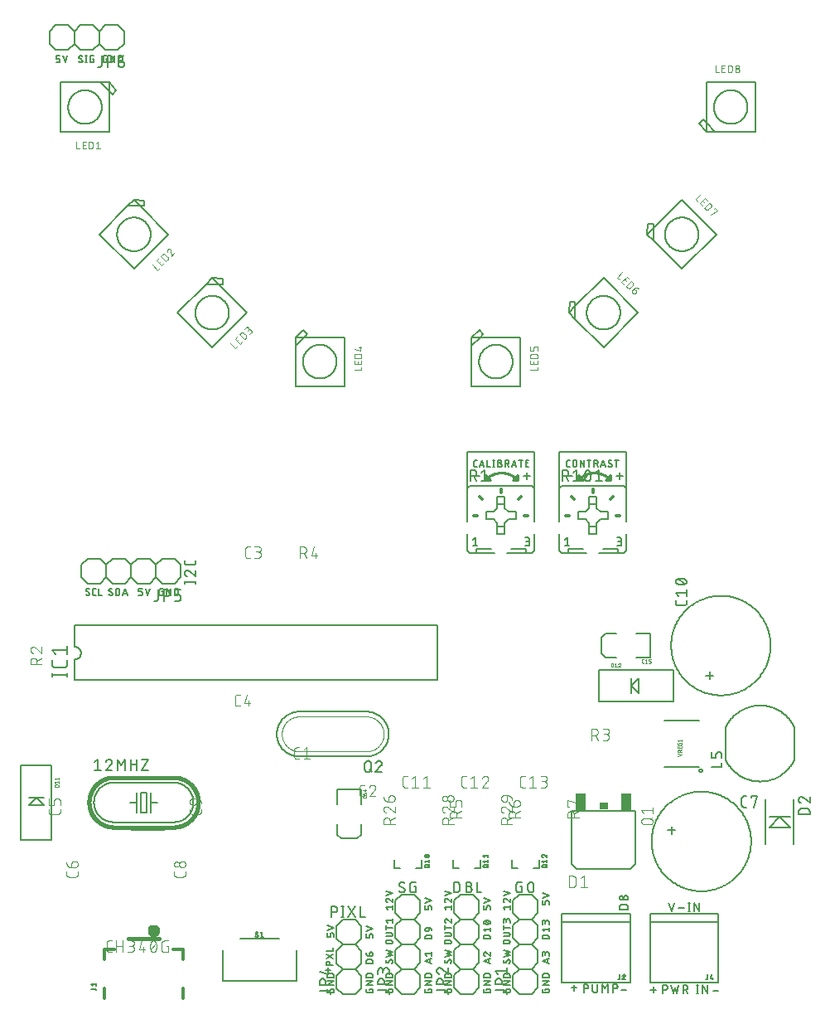
<source format=gbr>
G04 EAGLE Gerber X2 export*
%TF.Part,Single*%
%TF.FileFunction,Legend,Top,1*%
%TF.FilePolarity,Positive*%
%TF.GenerationSoftware,Autodesk,EAGLE,8.6.1*%
%TF.CreationDate,2018-02-27T16:58:27Z*%
G75*
%MOMM*%
%FSLAX34Y34*%
%LPD*%
%AMOC8*
5,1,8,0,0,1.08239X$1,22.5*%
G01*
%ADD10C,0.152400*%
%ADD11C,0.406400*%
%ADD12C,0.127000*%
%ADD13C,0.203200*%
%ADD14R,1.000000X1.700000*%
%ADD15C,0.254000*%
%ADD16C,0.150000*%
%ADD17C,0.101600*%
%ADD18C,0.025400*%
%ADD19C,0.177800*%
%ADD20R,0.863600X0.762000*%
%ADD21C,0.050800*%
%ADD22C,0.304800*%
%ADD23C,0.076200*%


D10*
X569880Y7762D02*
X569880Y13519D01*
X572758Y10641D02*
X567001Y10641D01*
X650880Y11519D02*
X650880Y5762D01*
X653758Y8641D02*
X648001Y8641D01*
X660762Y4762D02*
X660762Y13398D01*
X663161Y13398D01*
X663258Y13396D01*
X663354Y13390D01*
X663450Y13381D01*
X663546Y13367D01*
X663641Y13350D01*
X663735Y13328D01*
X663828Y13303D01*
X663921Y13275D01*
X664012Y13242D01*
X664101Y13206D01*
X664189Y13166D01*
X664276Y13123D01*
X664361Y13077D01*
X664443Y13027D01*
X664524Y12973D01*
X664602Y12917D01*
X664678Y12857D01*
X664752Y12795D01*
X664823Y12729D01*
X664891Y12661D01*
X664957Y12590D01*
X665019Y12516D01*
X665079Y12440D01*
X665135Y12362D01*
X665189Y12281D01*
X665239Y12198D01*
X665285Y12114D01*
X665328Y12027D01*
X665368Y11939D01*
X665404Y11850D01*
X665437Y11759D01*
X665465Y11666D01*
X665490Y11573D01*
X665512Y11479D01*
X665529Y11384D01*
X665543Y11288D01*
X665552Y11192D01*
X665558Y11096D01*
X665560Y10999D01*
X665558Y10902D01*
X665552Y10806D01*
X665543Y10710D01*
X665529Y10614D01*
X665512Y10519D01*
X665490Y10425D01*
X665465Y10332D01*
X665437Y10239D01*
X665404Y10148D01*
X665368Y10059D01*
X665328Y9971D01*
X665285Y9884D01*
X665239Y9799D01*
X665189Y9717D01*
X665135Y9636D01*
X665079Y9558D01*
X665019Y9482D01*
X664957Y9408D01*
X664891Y9337D01*
X664823Y9269D01*
X664752Y9203D01*
X664678Y9141D01*
X664602Y9081D01*
X664524Y9025D01*
X664443Y8971D01*
X664361Y8921D01*
X664276Y8875D01*
X664189Y8832D01*
X664101Y8792D01*
X664012Y8756D01*
X663921Y8723D01*
X663828Y8695D01*
X663735Y8670D01*
X663641Y8648D01*
X663546Y8631D01*
X663450Y8617D01*
X663354Y8608D01*
X663258Y8602D01*
X663161Y8600D01*
X660762Y8600D01*
X669186Y13398D02*
X671105Y4762D01*
X673025Y10519D01*
X674944Y4762D01*
X676863Y13398D01*
X681378Y13398D02*
X681378Y4762D01*
X681378Y13398D02*
X683777Y13398D01*
X683874Y13396D01*
X683970Y13390D01*
X684066Y13381D01*
X684162Y13367D01*
X684257Y13350D01*
X684351Y13328D01*
X684444Y13303D01*
X684537Y13275D01*
X684628Y13242D01*
X684717Y13206D01*
X684805Y13166D01*
X684892Y13123D01*
X684977Y13077D01*
X685059Y13027D01*
X685140Y12973D01*
X685218Y12917D01*
X685294Y12857D01*
X685368Y12795D01*
X685439Y12729D01*
X685507Y12661D01*
X685573Y12590D01*
X685635Y12516D01*
X685695Y12440D01*
X685751Y12362D01*
X685805Y12281D01*
X685855Y12198D01*
X685901Y12114D01*
X685944Y12027D01*
X685984Y11939D01*
X686020Y11850D01*
X686053Y11759D01*
X686081Y11666D01*
X686106Y11573D01*
X686128Y11479D01*
X686145Y11384D01*
X686159Y11288D01*
X686168Y11192D01*
X686174Y11096D01*
X686176Y10999D01*
X686174Y10902D01*
X686168Y10806D01*
X686159Y10710D01*
X686145Y10614D01*
X686128Y10519D01*
X686106Y10425D01*
X686081Y10332D01*
X686053Y10239D01*
X686020Y10148D01*
X685984Y10059D01*
X685944Y9971D01*
X685901Y9884D01*
X685855Y9799D01*
X685805Y9717D01*
X685751Y9636D01*
X685695Y9558D01*
X685635Y9482D01*
X685573Y9408D01*
X685507Y9337D01*
X685439Y9269D01*
X685368Y9203D01*
X685294Y9141D01*
X685218Y9081D01*
X685140Y9025D01*
X685059Y8971D01*
X684977Y8921D01*
X684892Y8875D01*
X684805Y8832D01*
X684717Y8792D01*
X684628Y8756D01*
X684537Y8723D01*
X684444Y8695D01*
X684351Y8670D01*
X684257Y8648D01*
X684162Y8631D01*
X684066Y8617D01*
X683970Y8608D01*
X683874Y8602D01*
X683777Y8600D01*
X681378Y8600D01*
X684257Y8600D02*
X686176Y4762D01*
X695884Y4762D02*
X695884Y13398D01*
X694925Y4762D02*
X696844Y4762D01*
X696844Y13398D02*
X694925Y13398D01*
X701105Y13398D02*
X701105Y4762D01*
X705903Y4762D02*
X701105Y13398D01*
X705903Y13398D02*
X705903Y4762D01*
X579762Y5762D02*
X579762Y14398D01*
X582161Y14398D01*
X582258Y14396D01*
X582354Y14390D01*
X582450Y14381D01*
X582546Y14367D01*
X582641Y14350D01*
X582735Y14328D01*
X582828Y14303D01*
X582921Y14275D01*
X583012Y14242D01*
X583101Y14206D01*
X583189Y14166D01*
X583276Y14123D01*
X583361Y14077D01*
X583443Y14027D01*
X583524Y13973D01*
X583602Y13917D01*
X583678Y13857D01*
X583752Y13795D01*
X583823Y13729D01*
X583891Y13661D01*
X583957Y13590D01*
X584019Y13516D01*
X584079Y13440D01*
X584135Y13362D01*
X584189Y13281D01*
X584239Y13198D01*
X584285Y13114D01*
X584328Y13027D01*
X584368Y12939D01*
X584404Y12850D01*
X584437Y12759D01*
X584465Y12666D01*
X584490Y12573D01*
X584512Y12479D01*
X584529Y12384D01*
X584543Y12288D01*
X584552Y12192D01*
X584558Y12096D01*
X584560Y11999D01*
X584558Y11902D01*
X584552Y11806D01*
X584543Y11710D01*
X584529Y11614D01*
X584512Y11519D01*
X584490Y11425D01*
X584465Y11332D01*
X584437Y11239D01*
X584404Y11148D01*
X584368Y11059D01*
X584328Y10971D01*
X584285Y10884D01*
X584239Y10799D01*
X584189Y10717D01*
X584135Y10636D01*
X584079Y10558D01*
X584019Y10482D01*
X583957Y10408D01*
X583891Y10337D01*
X583823Y10269D01*
X583752Y10203D01*
X583678Y10141D01*
X583602Y10081D01*
X583524Y10025D01*
X583443Y9971D01*
X583361Y9921D01*
X583276Y9875D01*
X583189Y9832D01*
X583101Y9792D01*
X583012Y9756D01*
X582921Y9723D01*
X582828Y9695D01*
X582735Y9670D01*
X582641Y9648D01*
X582546Y9631D01*
X582450Y9617D01*
X582354Y9608D01*
X582258Y9602D01*
X582161Y9600D01*
X579762Y9600D01*
X588711Y8161D02*
X588711Y14398D01*
X588711Y8161D02*
X588713Y8064D01*
X588719Y7968D01*
X588728Y7872D01*
X588742Y7776D01*
X588759Y7681D01*
X588781Y7587D01*
X588806Y7494D01*
X588834Y7401D01*
X588867Y7310D01*
X588903Y7221D01*
X588943Y7133D01*
X588986Y7046D01*
X589032Y6962D01*
X589082Y6879D01*
X589136Y6798D01*
X589192Y6720D01*
X589252Y6644D01*
X589314Y6570D01*
X589380Y6499D01*
X589448Y6431D01*
X589519Y6365D01*
X589593Y6303D01*
X589669Y6243D01*
X589747Y6187D01*
X589828Y6133D01*
X589911Y6083D01*
X589995Y6037D01*
X590082Y5994D01*
X590170Y5954D01*
X590259Y5918D01*
X590350Y5885D01*
X590443Y5857D01*
X590536Y5832D01*
X590630Y5810D01*
X590725Y5793D01*
X590821Y5779D01*
X590917Y5770D01*
X591013Y5764D01*
X591110Y5762D01*
X591207Y5764D01*
X591303Y5770D01*
X591399Y5779D01*
X591495Y5793D01*
X591590Y5810D01*
X591684Y5832D01*
X591777Y5857D01*
X591870Y5885D01*
X591961Y5918D01*
X592050Y5954D01*
X592138Y5994D01*
X592225Y6037D01*
X592310Y6083D01*
X592392Y6133D01*
X592473Y6187D01*
X592551Y6243D01*
X592627Y6303D01*
X592701Y6365D01*
X592772Y6431D01*
X592840Y6499D01*
X592906Y6570D01*
X592968Y6644D01*
X593028Y6720D01*
X593084Y6798D01*
X593138Y6879D01*
X593188Y6961D01*
X593234Y7046D01*
X593277Y7133D01*
X593317Y7221D01*
X593353Y7310D01*
X593386Y7401D01*
X593414Y7494D01*
X593439Y7587D01*
X593461Y7681D01*
X593478Y7776D01*
X593492Y7872D01*
X593501Y7968D01*
X593507Y8064D01*
X593509Y8161D01*
X593509Y14398D01*
X598595Y14398D02*
X598595Y5762D01*
X601473Y9600D02*
X598595Y14398D01*
X601473Y9600D02*
X604352Y14398D01*
X604352Y5762D01*
X609632Y5762D02*
X609632Y14398D01*
X612031Y14398D01*
X612128Y14396D01*
X612224Y14390D01*
X612320Y14381D01*
X612416Y14367D01*
X612511Y14350D01*
X612605Y14328D01*
X612698Y14303D01*
X612791Y14275D01*
X612882Y14242D01*
X612971Y14206D01*
X613059Y14166D01*
X613146Y14123D01*
X613231Y14077D01*
X613313Y14027D01*
X613394Y13973D01*
X613472Y13917D01*
X613548Y13857D01*
X613622Y13795D01*
X613693Y13729D01*
X613761Y13661D01*
X613827Y13590D01*
X613889Y13516D01*
X613949Y13440D01*
X614005Y13362D01*
X614059Y13281D01*
X614109Y13198D01*
X614155Y13114D01*
X614198Y13027D01*
X614238Y12939D01*
X614274Y12850D01*
X614307Y12759D01*
X614335Y12666D01*
X614360Y12573D01*
X614382Y12479D01*
X614399Y12384D01*
X614413Y12288D01*
X614422Y12192D01*
X614428Y12096D01*
X614430Y11999D01*
X614428Y11902D01*
X614422Y11806D01*
X614413Y11710D01*
X614399Y11614D01*
X614382Y11519D01*
X614360Y11425D01*
X614335Y11332D01*
X614307Y11239D01*
X614274Y11148D01*
X614238Y11059D01*
X614198Y10971D01*
X614155Y10884D01*
X614109Y10799D01*
X614059Y10717D01*
X614005Y10636D01*
X613949Y10558D01*
X613889Y10482D01*
X613827Y10408D01*
X613761Y10337D01*
X613693Y10269D01*
X613622Y10203D01*
X613548Y10141D01*
X613472Y10081D01*
X613394Y10025D01*
X613313Y9971D01*
X613231Y9921D01*
X613146Y9875D01*
X613059Y9832D01*
X612971Y9792D01*
X612882Y9756D01*
X612791Y9723D01*
X612698Y9695D01*
X612605Y9670D01*
X612511Y9648D01*
X612416Y9631D01*
X612320Y9617D01*
X612224Y9608D01*
X612128Y9602D01*
X612031Y9600D01*
X609632Y9600D01*
X711762Y7120D02*
X717519Y7120D01*
X623519Y8120D02*
X617762Y8120D01*
X616602Y90762D02*
X625238Y90762D01*
X616602Y90762D02*
X616602Y93161D01*
X616604Y93258D01*
X616610Y93354D01*
X616619Y93450D01*
X616633Y93546D01*
X616650Y93641D01*
X616672Y93735D01*
X616697Y93828D01*
X616725Y93921D01*
X616758Y94012D01*
X616794Y94101D01*
X616834Y94189D01*
X616877Y94276D01*
X616923Y94361D01*
X616973Y94443D01*
X617027Y94524D01*
X617083Y94602D01*
X617143Y94678D01*
X617205Y94752D01*
X617271Y94823D01*
X617339Y94891D01*
X617410Y94957D01*
X617484Y95019D01*
X617560Y95079D01*
X617638Y95135D01*
X617719Y95189D01*
X617802Y95239D01*
X617886Y95285D01*
X617973Y95328D01*
X618061Y95368D01*
X618150Y95404D01*
X618241Y95437D01*
X618334Y95465D01*
X618427Y95490D01*
X618521Y95512D01*
X618616Y95529D01*
X618712Y95543D01*
X618808Y95552D01*
X618904Y95558D01*
X619001Y95560D01*
X622839Y95560D01*
X622936Y95558D01*
X623032Y95552D01*
X623128Y95543D01*
X623224Y95529D01*
X623319Y95512D01*
X623413Y95490D01*
X623506Y95465D01*
X623599Y95437D01*
X623690Y95404D01*
X623779Y95368D01*
X623867Y95328D01*
X623954Y95285D01*
X624039Y95239D01*
X624121Y95189D01*
X624202Y95135D01*
X624280Y95079D01*
X624356Y95019D01*
X624430Y94957D01*
X624501Y94891D01*
X624569Y94823D01*
X624635Y94752D01*
X624697Y94678D01*
X624757Y94602D01*
X624813Y94524D01*
X624867Y94443D01*
X624917Y94361D01*
X624963Y94276D01*
X625006Y94189D01*
X625046Y94101D01*
X625082Y94012D01*
X625115Y93921D01*
X625143Y93828D01*
X625168Y93735D01*
X625190Y93641D01*
X625207Y93546D01*
X625221Y93450D01*
X625230Y93354D01*
X625236Y93258D01*
X625238Y93161D01*
X625238Y90762D01*
X622839Y100211D02*
X622742Y100213D01*
X622646Y100219D01*
X622550Y100228D01*
X622454Y100242D01*
X622359Y100259D01*
X622265Y100281D01*
X622172Y100306D01*
X622079Y100334D01*
X621988Y100367D01*
X621899Y100403D01*
X621811Y100443D01*
X621724Y100486D01*
X621640Y100532D01*
X621557Y100582D01*
X621476Y100636D01*
X621398Y100692D01*
X621322Y100752D01*
X621248Y100814D01*
X621177Y100880D01*
X621109Y100948D01*
X621043Y101019D01*
X620981Y101093D01*
X620921Y101169D01*
X620865Y101247D01*
X620811Y101328D01*
X620761Y101411D01*
X620715Y101495D01*
X620672Y101582D01*
X620632Y101670D01*
X620596Y101759D01*
X620563Y101850D01*
X620535Y101943D01*
X620510Y102036D01*
X620488Y102130D01*
X620471Y102225D01*
X620457Y102321D01*
X620448Y102417D01*
X620442Y102513D01*
X620440Y102610D01*
X620442Y102707D01*
X620448Y102803D01*
X620457Y102899D01*
X620471Y102995D01*
X620488Y103090D01*
X620510Y103184D01*
X620535Y103277D01*
X620563Y103370D01*
X620596Y103461D01*
X620632Y103550D01*
X620672Y103638D01*
X620715Y103725D01*
X620761Y103810D01*
X620811Y103892D01*
X620865Y103973D01*
X620921Y104051D01*
X620981Y104127D01*
X621043Y104201D01*
X621109Y104272D01*
X621177Y104340D01*
X621248Y104406D01*
X621322Y104468D01*
X621398Y104528D01*
X621476Y104584D01*
X621557Y104638D01*
X621640Y104688D01*
X621724Y104734D01*
X621811Y104777D01*
X621899Y104817D01*
X621988Y104853D01*
X622079Y104886D01*
X622172Y104914D01*
X622265Y104939D01*
X622359Y104961D01*
X622454Y104978D01*
X622550Y104992D01*
X622646Y105001D01*
X622742Y105007D01*
X622839Y105009D01*
X622936Y105007D01*
X623032Y105001D01*
X623128Y104992D01*
X623224Y104978D01*
X623319Y104961D01*
X623413Y104939D01*
X623506Y104914D01*
X623599Y104886D01*
X623690Y104853D01*
X623779Y104817D01*
X623867Y104777D01*
X623954Y104734D01*
X624039Y104688D01*
X624121Y104638D01*
X624202Y104584D01*
X624280Y104528D01*
X624356Y104468D01*
X624430Y104406D01*
X624501Y104340D01*
X624569Y104272D01*
X624635Y104201D01*
X624697Y104127D01*
X624757Y104051D01*
X624813Y103973D01*
X624867Y103892D01*
X624917Y103809D01*
X624963Y103725D01*
X625006Y103638D01*
X625046Y103550D01*
X625082Y103461D01*
X625115Y103370D01*
X625143Y103277D01*
X625168Y103184D01*
X625190Y103090D01*
X625207Y102995D01*
X625221Y102899D01*
X625230Y102803D01*
X625236Y102707D01*
X625238Y102610D01*
X625236Y102513D01*
X625230Y102417D01*
X625221Y102321D01*
X625207Y102225D01*
X625190Y102130D01*
X625168Y102036D01*
X625143Y101943D01*
X625115Y101850D01*
X625082Y101759D01*
X625046Y101670D01*
X625006Y101582D01*
X624963Y101495D01*
X624917Y101410D01*
X624867Y101328D01*
X624813Y101247D01*
X624757Y101169D01*
X624697Y101093D01*
X624635Y101019D01*
X624569Y100948D01*
X624501Y100880D01*
X624430Y100814D01*
X624356Y100752D01*
X624280Y100692D01*
X624202Y100636D01*
X624121Y100582D01*
X624039Y100532D01*
X623954Y100486D01*
X623867Y100443D01*
X623779Y100403D01*
X623690Y100367D01*
X623599Y100334D01*
X623506Y100306D01*
X623413Y100281D01*
X623319Y100259D01*
X623224Y100242D01*
X623128Y100228D01*
X623032Y100219D01*
X622936Y100213D01*
X622839Y100211D01*
X618521Y100691D02*
X618435Y100693D01*
X618349Y100699D01*
X618263Y100708D01*
X618178Y100722D01*
X618094Y100739D01*
X618010Y100760D01*
X617928Y100785D01*
X617847Y100813D01*
X617767Y100845D01*
X617688Y100881D01*
X617612Y100920D01*
X617537Y100963D01*
X617464Y101008D01*
X617393Y101057D01*
X617325Y101110D01*
X617258Y101165D01*
X617195Y101223D01*
X617134Y101284D01*
X617076Y101347D01*
X617021Y101414D01*
X616968Y101482D01*
X616919Y101553D01*
X616874Y101626D01*
X616831Y101701D01*
X616792Y101777D01*
X616756Y101856D01*
X616724Y101936D01*
X616696Y102017D01*
X616671Y102099D01*
X616650Y102183D01*
X616633Y102267D01*
X616619Y102352D01*
X616610Y102438D01*
X616604Y102524D01*
X616602Y102610D01*
X616604Y102696D01*
X616610Y102782D01*
X616619Y102868D01*
X616633Y102953D01*
X616650Y103037D01*
X616671Y103121D01*
X616696Y103203D01*
X616724Y103284D01*
X616756Y103364D01*
X616792Y103443D01*
X616831Y103519D01*
X616874Y103594D01*
X616919Y103667D01*
X616968Y103738D01*
X617021Y103806D01*
X617076Y103873D01*
X617134Y103936D01*
X617195Y103997D01*
X617258Y104055D01*
X617325Y104110D01*
X617393Y104163D01*
X617464Y104212D01*
X617537Y104257D01*
X617612Y104300D01*
X617688Y104339D01*
X617767Y104375D01*
X617847Y104407D01*
X617928Y104435D01*
X618010Y104460D01*
X618094Y104481D01*
X618178Y104498D01*
X618263Y104512D01*
X618349Y104521D01*
X618435Y104527D01*
X618521Y104529D01*
X618607Y104527D01*
X618693Y104521D01*
X618779Y104512D01*
X618864Y104498D01*
X618948Y104481D01*
X619032Y104460D01*
X619114Y104435D01*
X619195Y104407D01*
X619275Y104375D01*
X619354Y104339D01*
X619430Y104300D01*
X619505Y104257D01*
X619578Y104212D01*
X619649Y104163D01*
X619717Y104110D01*
X619784Y104055D01*
X619847Y103997D01*
X619908Y103936D01*
X619966Y103873D01*
X620021Y103806D01*
X620074Y103738D01*
X620123Y103667D01*
X620168Y103594D01*
X620211Y103519D01*
X620250Y103443D01*
X620286Y103364D01*
X620318Y103284D01*
X620346Y103203D01*
X620371Y103121D01*
X620392Y103037D01*
X620409Y102953D01*
X620423Y102868D01*
X620432Y102782D01*
X620438Y102696D01*
X620440Y102610D01*
X620438Y102524D01*
X620432Y102438D01*
X620423Y102352D01*
X620409Y102267D01*
X620392Y102183D01*
X620371Y102099D01*
X620346Y102017D01*
X620318Y101936D01*
X620286Y101856D01*
X620250Y101777D01*
X620211Y101701D01*
X620168Y101626D01*
X620123Y101553D01*
X620074Y101482D01*
X620021Y101414D01*
X619966Y101347D01*
X619908Y101284D01*
X619847Y101223D01*
X619784Y101165D01*
X619717Y101110D01*
X619649Y101057D01*
X619578Y101008D01*
X619505Y100963D01*
X619430Y100920D01*
X619354Y100881D01*
X619275Y100845D01*
X619195Y100813D01*
X619114Y100785D01*
X619032Y100760D01*
X618948Y100739D01*
X618864Y100722D01*
X618779Y100708D01*
X618693Y100699D01*
X618607Y100693D01*
X618521Y100691D01*
X666762Y97398D02*
X669641Y88762D01*
X672519Y97398D01*
X676516Y92120D02*
X682273Y92120D01*
X687319Y88762D02*
X687319Y97398D01*
X686359Y88762D02*
X688279Y88762D01*
X688279Y97398D02*
X686359Y97398D01*
X692540Y97398D02*
X692540Y88762D01*
X697338Y88762D02*
X692540Y97398D01*
X697338Y97398D02*
X697338Y88762D01*
D11*
X150000Y173000D02*
X118000Y173000D01*
X114000Y61000D02*
X146000Y61000D01*
X137000Y69000D02*
X137002Y69109D01*
X137008Y69218D01*
X137018Y69326D01*
X137032Y69434D01*
X137049Y69542D01*
X137071Y69649D01*
X137096Y69755D01*
X137126Y69859D01*
X137159Y69963D01*
X137196Y70066D01*
X137236Y70167D01*
X137280Y70266D01*
X137328Y70364D01*
X137380Y70461D01*
X137434Y70555D01*
X137492Y70647D01*
X137554Y70737D01*
X137619Y70824D01*
X137686Y70910D01*
X137757Y70993D01*
X137831Y71073D01*
X137908Y71150D01*
X137987Y71225D01*
X138069Y71296D01*
X138154Y71365D01*
X138241Y71430D01*
X138330Y71493D01*
X138422Y71551D01*
X138516Y71607D01*
X138611Y71659D01*
X138709Y71708D01*
X138808Y71753D01*
X138909Y71795D01*
X139011Y71832D01*
X139114Y71866D01*
X139219Y71897D01*
X139325Y71923D01*
X139431Y71946D01*
X139539Y71964D01*
X139647Y71979D01*
X139755Y71990D01*
X139864Y71997D01*
X139973Y72000D01*
X140082Y71999D01*
X140191Y71994D01*
X140299Y71985D01*
X140407Y71972D01*
X140515Y71955D01*
X140622Y71935D01*
X140728Y71910D01*
X140833Y71882D01*
X140937Y71850D01*
X141040Y71814D01*
X141142Y71774D01*
X141242Y71731D01*
X141340Y71684D01*
X141437Y71634D01*
X141531Y71580D01*
X141624Y71522D01*
X141715Y71462D01*
X141803Y71398D01*
X141889Y71331D01*
X141972Y71261D01*
X142053Y71188D01*
X142131Y71112D01*
X142206Y71033D01*
X142279Y70951D01*
X142348Y70867D01*
X142414Y70781D01*
X142477Y70692D01*
X142537Y70601D01*
X142594Y70508D01*
X142647Y70413D01*
X142696Y70316D01*
X142742Y70217D01*
X142784Y70117D01*
X142823Y70015D01*
X142858Y69911D01*
X142889Y69807D01*
X142917Y69702D01*
X142940Y69595D01*
X142960Y69488D01*
X142976Y69380D01*
X142988Y69272D01*
X142996Y69163D01*
X143000Y69054D01*
X143000Y68946D01*
X142996Y68837D01*
X142988Y68728D01*
X142976Y68620D01*
X142960Y68512D01*
X142940Y68405D01*
X142917Y68298D01*
X142889Y68193D01*
X142858Y68089D01*
X142823Y67985D01*
X142784Y67883D01*
X142742Y67783D01*
X142696Y67684D01*
X142647Y67587D01*
X142594Y67492D01*
X142537Y67399D01*
X142477Y67308D01*
X142414Y67219D01*
X142348Y67133D01*
X142279Y67049D01*
X142206Y66967D01*
X142131Y66888D01*
X142053Y66812D01*
X141972Y66739D01*
X141889Y66669D01*
X141803Y66602D01*
X141715Y66538D01*
X141624Y66478D01*
X141531Y66420D01*
X141437Y66366D01*
X141340Y66316D01*
X141242Y66269D01*
X141142Y66226D01*
X141040Y66186D01*
X140937Y66150D01*
X140833Y66118D01*
X140728Y66090D01*
X140622Y66065D01*
X140515Y66045D01*
X140407Y66028D01*
X140299Y66015D01*
X140191Y66006D01*
X140082Y66001D01*
X139973Y66000D01*
X139864Y66003D01*
X139755Y66010D01*
X139647Y66021D01*
X139539Y66036D01*
X139431Y66054D01*
X139325Y66077D01*
X139219Y66103D01*
X139114Y66134D01*
X139011Y66168D01*
X138909Y66205D01*
X138808Y66247D01*
X138709Y66292D01*
X138611Y66341D01*
X138516Y66393D01*
X138422Y66449D01*
X138330Y66507D01*
X138241Y66570D01*
X138154Y66635D01*
X138069Y66704D01*
X137987Y66775D01*
X137908Y66850D01*
X137831Y66927D01*
X137757Y67007D01*
X137686Y67090D01*
X137619Y67176D01*
X137554Y67263D01*
X137492Y67353D01*
X137434Y67445D01*
X137380Y67539D01*
X137328Y67636D01*
X137280Y67734D01*
X137236Y67833D01*
X137196Y67934D01*
X137159Y68037D01*
X137126Y68141D01*
X137096Y68245D01*
X137071Y68351D01*
X137049Y68458D01*
X137032Y68566D01*
X137018Y68674D01*
X137008Y68782D01*
X137002Y68891D01*
X137000Y69000D01*
X139000Y68000D02*
X139002Y68063D01*
X139008Y68125D01*
X139018Y68187D01*
X139031Y68249D01*
X139049Y68309D01*
X139070Y68368D01*
X139095Y68426D01*
X139124Y68482D01*
X139156Y68536D01*
X139191Y68588D01*
X139229Y68637D01*
X139271Y68685D01*
X139315Y68729D01*
X139363Y68771D01*
X139412Y68809D01*
X139464Y68844D01*
X139518Y68876D01*
X139574Y68905D01*
X139632Y68930D01*
X139691Y68951D01*
X139751Y68969D01*
X139813Y68982D01*
X139875Y68992D01*
X139937Y68998D01*
X140000Y69000D01*
X140063Y68998D01*
X140125Y68992D01*
X140187Y68982D01*
X140249Y68969D01*
X140309Y68951D01*
X140368Y68930D01*
X140426Y68905D01*
X140482Y68876D01*
X140536Y68844D01*
X140588Y68809D01*
X140637Y68771D01*
X140685Y68729D01*
X140729Y68685D01*
X140771Y68637D01*
X140809Y68588D01*
X140844Y68536D01*
X140876Y68482D01*
X140905Y68426D01*
X140930Y68368D01*
X140951Y68309D01*
X140969Y68249D01*
X140982Y68187D01*
X140992Y68125D01*
X140998Y68063D01*
X141000Y68000D01*
X140998Y67937D01*
X140992Y67875D01*
X140982Y67813D01*
X140969Y67751D01*
X140951Y67691D01*
X140930Y67632D01*
X140905Y67574D01*
X140876Y67518D01*
X140844Y67464D01*
X140809Y67412D01*
X140771Y67363D01*
X140729Y67315D01*
X140685Y67271D01*
X140637Y67229D01*
X140588Y67191D01*
X140536Y67156D01*
X140482Y67124D01*
X140426Y67095D01*
X140368Y67070D01*
X140309Y67049D01*
X140249Y67031D01*
X140187Y67018D01*
X140125Y67008D01*
X140063Y67002D01*
X140000Y67000D01*
X139937Y67002D01*
X139875Y67008D01*
X139813Y67018D01*
X139751Y67031D01*
X139691Y67049D01*
X139632Y67070D01*
X139574Y67095D01*
X139518Y67124D01*
X139464Y67156D01*
X139412Y67191D01*
X139363Y67229D01*
X139315Y67271D01*
X139271Y67315D01*
X139229Y67363D01*
X139191Y67412D01*
X139156Y67464D01*
X139124Y67518D01*
X139095Y67574D01*
X139070Y67632D01*
X139049Y67691D01*
X139031Y67751D01*
X139018Y67813D01*
X139008Y67875D01*
X139002Y67937D01*
X139000Y68000D01*
X136000Y69000D02*
X136002Y69126D01*
X136008Y69252D01*
X136018Y69378D01*
X136032Y69504D01*
X136050Y69629D01*
X136072Y69753D01*
X136097Y69877D01*
X136127Y70000D01*
X136160Y70121D01*
X136198Y70242D01*
X136239Y70361D01*
X136284Y70480D01*
X136332Y70596D01*
X136384Y70711D01*
X136440Y70824D01*
X136500Y70936D01*
X136563Y71045D01*
X136629Y71153D01*
X136698Y71258D01*
X136771Y71361D01*
X136848Y71462D01*
X136927Y71560D01*
X137009Y71656D01*
X137095Y71749D01*
X137183Y71840D01*
X137274Y71927D01*
X137368Y72012D01*
X137464Y72093D01*
X137563Y72172D01*
X137664Y72247D01*
X137768Y72319D01*
X137874Y72388D01*
X137982Y72454D01*
X138092Y72516D01*
X138204Y72574D01*
X138317Y72629D01*
X138433Y72680D01*
X138550Y72728D01*
X138668Y72772D01*
X138788Y72812D01*
X138909Y72848D01*
X139031Y72881D01*
X139154Y72910D01*
X139278Y72934D01*
X139402Y72955D01*
X139527Y72972D01*
X139653Y72985D01*
X139779Y72994D01*
X139905Y72999D01*
X140032Y73000D01*
X140158Y72997D01*
X140284Y72990D01*
X140410Y72979D01*
X140535Y72964D01*
X140660Y72945D01*
X140784Y72922D01*
X140908Y72896D01*
X141030Y72865D01*
X141152Y72831D01*
X141272Y72792D01*
X141391Y72750D01*
X141509Y72705D01*
X141625Y72655D01*
X141740Y72602D01*
X141852Y72545D01*
X141963Y72485D01*
X142072Y72421D01*
X142179Y72354D01*
X142284Y72284D01*
X142387Y72210D01*
X142487Y72133D01*
X142585Y72053D01*
X142680Y71970D01*
X142772Y71884D01*
X142862Y71795D01*
X142949Y71703D01*
X143032Y71609D01*
X143113Y71512D01*
X143191Y71412D01*
X143266Y71310D01*
X143337Y71206D01*
X143405Y71099D01*
X143469Y70991D01*
X143530Y70880D01*
X143588Y70768D01*
X143642Y70654D01*
X143692Y70538D01*
X143739Y70421D01*
X143782Y70302D01*
X143821Y70182D01*
X143857Y70061D01*
X143888Y69938D01*
X143916Y69815D01*
X143940Y69691D01*
X143960Y69566D01*
X143976Y69441D01*
X143988Y69315D01*
X143996Y69189D01*
X144000Y69063D01*
X144000Y68937D01*
X143996Y68811D01*
X143988Y68685D01*
X143976Y68559D01*
X143960Y68434D01*
X143940Y68309D01*
X143916Y68185D01*
X143888Y68062D01*
X143857Y67939D01*
X143821Y67818D01*
X143782Y67698D01*
X143739Y67579D01*
X143692Y67462D01*
X143642Y67346D01*
X143588Y67232D01*
X143530Y67120D01*
X143469Y67009D01*
X143405Y66901D01*
X143337Y66794D01*
X143266Y66690D01*
X143191Y66588D01*
X143113Y66488D01*
X143032Y66391D01*
X142949Y66297D01*
X142862Y66205D01*
X142772Y66116D01*
X142680Y66030D01*
X142585Y65947D01*
X142487Y65867D01*
X142387Y65790D01*
X142284Y65716D01*
X142179Y65646D01*
X142072Y65579D01*
X141963Y65515D01*
X141852Y65455D01*
X141740Y65398D01*
X141625Y65345D01*
X141509Y65295D01*
X141391Y65250D01*
X141272Y65208D01*
X141152Y65169D01*
X141030Y65135D01*
X140908Y65104D01*
X140784Y65078D01*
X140660Y65055D01*
X140535Y65036D01*
X140410Y65021D01*
X140284Y65010D01*
X140158Y65003D01*
X140032Y65000D01*
X139905Y65001D01*
X139779Y65006D01*
X139653Y65015D01*
X139527Y65028D01*
X139402Y65045D01*
X139278Y65066D01*
X139154Y65090D01*
X139031Y65119D01*
X138909Y65152D01*
X138788Y65188D01*
X138668Y65228D01*
X138550Y65272D01*
X138433Y65320D01*
X138317Y65371D01*
X138204Y65426D01*
X138092Y65484D01*
X137982Y65546D01*
X137874Y65612D01*
X137768Y65681D01*
X137664Y65753D01*
X137563Y65828D01*
X137464Y65907D01*
X137368Y65988D01*
X137274Y66073D01*
X137183Y66160D01*
X137095Y66251D01*
X137009Y66344D01*
X136927Y66440D01*
X136848Y66538D01*
X136771Y66639D01*
X136698Y66742D01*
X136629Y66847D01*
X136563Y66955D01*
X136500Y67064D01*
X136440Y67176D01*
X136384Y67289D01*
X136332Y67404D01*
X136284Y67520D01*
X136239Y67639D01*
X136198Y67758D01*
X136160Y67879D01*
X136127Y68000D01*
X136097Y68123D01*
X136072Y68247D01*
X136050Y68371D01*
X136032Y68496D01*
X136018Y68622D01*
X136008Y68748D01*
X136002Y68874D01*
X136000Y69000D01*
D12*
X500555Y9445D02*
X500555Y8302D01*
X500555Y9445D02*
X504365Y9445D01*
X504365Y7159D01*
X504363Y7082D01*
X504357Y7005D01*
X504347Y6928D01*
X504334Y6852D01*
X504316Y6777D01*
X504295Y6703D01*
X504270Y6630D01*
X504241Y6558D01*
X504209Y6488D01*
X504174Y6419D01*
X504134Y6353D01*
X504092Y6288D01*
X504046Y6226D01*
X503997Y6166D01*
X503946Y6109D01*
X503891Y6054D01*
X503834Y6003D01*
X503774Y5954D01*
X503712Y5908D01*
X503647Y5866D01*
X503581Y5826D01*
X503512Y5791D01*
X503442Y5759D01*
X503370Y5730D01*
X503297Y5705D01*
X503223Y5684D01*
X503148Y5666D01*
X503072Y5653D01*
X502995Y5643D01*
X502918Y5637D01*
X502841Y5635D01*
X499031Y5635D01*
X498954Y5637D01*
X498877Y5643D01*
X498800Y5653D01*
X498724Y5666D01*
X498649Y5684D01*
X498575Y5705D01*
X498502Y5730D01*
X498430Y5759D01*
X498360Y5791D01*
X498291Y5826D01*
X498225Y5866D01*
X498160Y5908D01*
X498098Y5954D01*
X498038Y6003D01*
X497981Y6054D01*
X497926Y6109D01*
X497875Y6166D01*
X497826Y6226D01*
X497780Y6288D01*
X497738Y6353D01*
X497698Y6419D01*
X497663Y6488D01*
X497631Y6558D01*
X497602Y6630D01*
X497577Y6703D01*
X497556Y6777D01*
X497538Y6852D01*
X497525Y6928D01*
X497515Y7005D01*
X497509Y7082D01*
X497507Y7159D01*
X497507Y9445D01*
X497507Y13438D02*
X504365Y13438D01*
X504365Y17248D02*
X497507Y13438D01*
X497507Y17248D02*
X504365Y17248D01*
X504365Y21241D02*
X497507Y21241D01*
X497507Y23146D01*
X497509Y23231D01*
X497515Y23317D01*
X497524Y23402D01*
X497538Y23486D01*
X497555Y23570D01*
X497576Y23653D01*
X497600Y23735D01*
X497628Y23815D01*
X497660Y23895D01*
X497696Y23973D01*
X497734Y24049D01*
X497777Y24123D01*
X497822Y24195D01*
X497871Y24266D01*
X497923Y24334D01*
X497977Y24399D01*
X498035Y24462D01*
X498096Y24523D01*
X498159Y24581D01*
X498224Y24635D01*
X498292Y24687D01*
X498363Y24736D01*
X498435Y24781D01*
X498509Y24824D01*
X498585Y24862D01*
X498663Y24898D01*
X498743Y24930D01*
X498823Y24958D01*
X498905Y24982D01*
X498988Y25003D01*
X499072Y25020D01*
X499156Y25034D01*
X499241Y25043D01*
X499327Y25049D01*
X499412Y25051D01*
X502460Y25051D01*
X502545Y25049D01*
X502631Y25043D01*
X502716Y25034D01*
X502800Y25020D01*
X502884Y25003D01*
X502967Y24982D01*
X503049Y24958D01*
X503129Y24930D01*
X503209Y24898D01*
X503287Y24862D01*
X503363Y24824D01*
X503437Y24781D01*
X503509Y24736D01*
X503580Y24687D01*
X503648Y24635D01*
X503713Y24581D01*
X503776Y24523D01*
X503837Y24462D01*
X503895Y24399D01*
X503949Y24334D01*
X504001Y24266D01*
X504050Y24195D01*
X504095Y24123D01*
X504138Y24049D01*
X504176Y23973D01*
X504212Y23895D01*
X504244Y23815D01*
X504272Y23735D01*
X504296Y23653D01*
X504317Y23570D01*
X504334Y23486D01*
X504348Y23402D01*
X504357Y23317D01*
X504363Y23231D01*
X504365Y23146D01*
X504365Y21241D01*
X440555Y9445D02*
X440555Y8302D01*
X440555Y9445D02*
X444365Y9445D01*
X444365Y7159D01*
X444363Y7082D01*
X444357Y7005D01*
X444347Y6928D01*
X444334Y6852D01*
X444316Y6777D01*
X444295Y6703D01*
X444270Y6630D01*
X444241Y6558D01*
X444209Y6488D01*
X444174Y6419D01*
X444134Y6353D01*
X444092Y6288D01*
X444046Y6226D01*
X443997Y6166D01*
X443946Y6109D01*
X443891Y6054D01*
X443834Y6003D01*
X443774Y5954D01*
X443712Y5908D01*
X443647Y5866D01*
X443581Y5826D01*
X443512Y5791D01*
X443442Y5759D01*
X443370Y5730D01*
X443297Y5705D01*
X443223Y5684D01*
X443148Y5666D01*
X443072Y5653D01*
X442995Y5643D01*
X442918Y5637D01*
X442841Y5635D01*
X439031Y5635D01*
X438954Y5637D01*
X438877Y5643D01*
X438800Y5653D01*
X438724Y5666D01*
X438649Y5684D01*
X438575Y5705D01*
X438502Y5730D01*
X438430Y5759D01*
X438360Y5791D01*
X438291Y5826D01*
X438225Y5866D01*
X438160Y5908D01*
X438098Y5954D01*
X438038Y6003D01*
X437981Y6054D01*
X437926Y6109D01*
X437875Y6166D01*
X437826Y6226D01*
X437780Y6288D01*
X437738Y6353D01*
X437698Y6419D01*
X437663Y6488D01*
X437631Y6558D01*
X437602Y6630D01*
X437577Y6703D01*
X437556Y6777D01*
X437538Y6852D01*
X437525Y6928D01*
X437515Y7005D01*
X437509Y7082D01*
X437507Y7159D01*
X437507Y9445D01*
X437507Y13438D02*
X444365Y13438D01*
X444365Y17248D02*
X437507Y13438D01*
X437507Y17248D02*
X444365Y17248D01*
X444365Y21241D02*
X437507Y21241D01*
X437507Y23146D01*
X437509Y23231D01*
X437515Y23317D01*
X437524Y23402D01*
X437538Y23486D01*
X437555Y23570D01*
X437576Y23653D01*
X437600Y23735D01*
X437628Y23815D01*
X437660Y23895D01*
X437696Y23973D01*
X437734Y24049D01*
X437777Y24123D01*
X437822Y24195D01*
X437871Y24266D01*
X437923Y24334D01*
X437977Y24399D01*
X438035Y24462D01*
X438096Y24523D01*
X438159Y24581D01*
X438224Y24635D01*
X438292Y24687D01*
X438363Y24736D01*
X438435Y24781D01*
X438509Y24824D01*
X438585Y24862D01*
X438663Y24898D01*
X438743Y24930D01*
X438823Y24958D01*
X438905Y24982D01*
X438988Y25003D01*
X439072Y25020D01*
X439156Y25034D01*
X439241Y25043D01*
X439327Y25049D01*
X439412Y25051D01*
X442460Y25051D01*
X442545Y25049D01*
X442631Y25043D01*
X442716Y25034D01*
X442800Y25020D01*
X442884Y25003D01*
X442967Y24982D01*
X443049Y24958D01*
X443129Y24930D01*
X443209Y24898D01*
X443287Y24862D01*
X443363Y24824D01*
X443437Y24781D01*
X443509Y24736D01*
X443580Y24687D01*
X443648Y24635D01*
X443713Y24581D01*
X443776Y24523D01*
X443837Y24462D01*
X443895Y24399D01*
X443949Y24334D01*
X444001Y24266D01*
X444050Y24195D01*
X444095Y24123D01*
X444138Y24049D01*
X444176Y23973D01*
X444212Y23895D01*
X444244Y23815D01*
X444272Y23735D01*
X444296Y23653D01*
X444317Y23570D01*
X444334Y23486D01*
X444348Y23402D01*
X444357Y23317D01*
X444363Y23231D01*
X444365Y23146D01*
X444365Y21241D01*
X380555Y9445D02*
X380555Y8302D01*
X380555Y9445D02*
X384365Y9445D01*
X384365Y7159D01*
X384363Y7082D01*
X384357Y7005D01*
X384347Y6928D01*
X384334Y6852D01*
X384316Y6777D01*
X384295Y6703D01*
X384270Y6630D01*
X384241Y6558D01*
X384209Y6488D01*
X384174Y6419D01*
X384134Y6353D01*
X384092Y6288D01*
X384046Y6226D01*
X383997Y6166D01*
X383946Y6109D01*
X383891Y6054D01*
X383834Y6003D01*
X383774Y5954D01*
X383712Y5908D01*
X383647Y5866D01*
X383581Y5826D01*
X383512Y5791D01*
X383442Y5759D01*
X383370Y5730D01*
X383297Y5705D01*
X383223Y5684D01*
X383148Y5666D01*
X383072Y5653D01*
X382995Y5643D01*
X382918Y5637D01*
X382841Y5635D01*
X379031Y5635D01*
X378954Y5637D01*
X378877Y5643D01*
X378800Y5653D01*
X378724Y5666D01*
X378649Y5684D01*
X378575Y5705D01*
X378502Y5730D01*
X378430Y5759D01*
X378360Y5791D01*
X378291Y5826D01*
X378225Y5866D01*
X378160Y5908D01*
X378098Y5954D01*
X378038Y6003D01*
X377981Y6054D01*
X377926Y6109D01*
X377875Y6166D01*
X377826Y6226D01*
X377780Y6288D01*
X377738Y6353D01*
X377698Y6419D01*
X377663Y6488D01*
X377631Y6558D01*
X377602Y6630D01*
X377577Y6703D01*
X377556Y6777D01*
X377538Y6852D01*
X377525Y6928D01*
X377515Y7005D01*
X377509Y7082D01*
X377507Y7159D01*
X377507Y9445D01*
X377507Y13438D02*
X384365Y13438D01*
X384365Y17248D02*
X377507Y13438D01*
X377507Y17248D02*
X384365Y17248D01*
X384365Y21241D02*
X377507Y21241D01*
X377507Y23146D01*
X377509Y23231D01*
X377515Y23317D01*
X377524Y23402D01*
X377538Y23486D01*
X377555Y23570D01*
X377576Y23653D01*
X377600Y23735D01*
X377628Y23815D01*
X377660Y23895D01*
X377696Y23973D01*
X377734Y24049D01*
X377777Y24123D01*
X377822Y24195D01*
X377871Y24266D01*
X377923Y24334D01*
X377977Y24399D01*
X378035Y24462D01*
X378096Y24523D01*
X378159Y24581D01*
X378224Y24635D01*
X378292Y24687D01*
X378363Y24736D01*
X378435Y24781D01*
X378509Y24824D01*
X378585Y24862D01*
X378663Y24898D01*
X378743Y24930D01*
X378823Y24958D01*
X378905Y24982D01*
X378988Y25003D01*
X379072Y25020D01*
X379156Y25034D01*
X379241Y25043D01*
X379327Y25049D01*
X379412Y25051D01*
X382460Y25051D01*
X382545Y25049D01*
X382631Y25043D01*
X382716Y25034D01*
X382800Y25020D01*
X382884Y25003D01*
X382967Y24982D01*
X383049Y24958D01*
X383129Y24930D01*
X383209Y24898D01*
X383287Y24862D01*
X383363Y24824D01*
X383437Y24781D01*
X383509Y24736D01*
X383580Y24687D01*
X383648Y24635D01*
X383713Y24581D01*
X383776Y24523D01*
X383837Y24462D01*
X383895Y24399D01*
X383949Y24334D01*
X384001Y24266D01*
X384050Y24195D01*
X384095Y24123D01*
X384138Y24049D01*
X384176Y23973D01*
X384212Y23895D01*
X384244Y23815D01*
X384272Y23735D01*
X384296Y23653D01*
X384317Y23570D01*
X384334Y23486D01*
X384348Y23402D01*
X384357Y23317D01*
X384363Y23231D01*
X384365Y23146D01*
X384365Y21241D01*
X379031Y90635D02*
X377507Y92540D01*
X384365Y92540D01*
X384365Y90635D02*
X384365Y94445D01*
X377507Y100046D02*
X377509Y100128D01*
X377515Y100209D01*
X377524Y100290D01*
X377538Y100371D01*
X377555Y100450D01*
X377576Y100529D01*
X377601Y100607D01*
X377630Y100683D01*
X377662Y100758D01*
X377698Y100832D01*
X377737Y100904D01*
X377779Y100973D01*
X377825Y101041D01*
X377874Y101106D01*
X377926Y101169D01*
X377981Y101229D01*
X378039Y101287D01*
X378099Y101342D01*
X378162Y101394D01*
X378227Y101443D01*
X378295Y101489D01*
X378365Y101531D01*
X378436Y101570D01*
X378510Y101606D01*
X378585Y101638D01*
X378661Y101667D01*
X378739Y101692D01*
X378818Y101713D01*
X378897Y101730D01*
X378978Y101744D01*
X379059Y101753D01*
X379140Y101759D01*
X379222Y101761D01*
X377507Y100046D02*
X377509Y99954D01*
X377515Y99862D01*
X377524Y99770D01*
X377538Y99678D01*
X377555Y99588D01*
X377576Y99498D01*
X377601Y99409D01*
X377630Y99321D01*
X377662Y99234D01*
X377698Y99149D01*
X377737Y99066D01*
X377780Y98984D01*
X377826Y98904D01*
X377876Y98826D01*
X377928Y98750D01*
X377984Y98677D01*
X378043Y98606D01*
X378105Y98537D01*
X378170Y98471D01*
X378237Y98408D01*
X378307Y98348D01*
X378379Y98290D01*
X378454Y98236D01*
X378531Y98185D01*
X378610Y98137D01*
X378691Y98093D01*
X378774Y98052D01*
X378858Y98014D01*
X378944Y97980D01*
X379031Y97950D01*
X380556Y101189D02*
X380497Y101248D01*
X380436Y101304D01*
X380373Y101357D01*
X380307Y101408D01*
X380239Y101455D01*
X380169Y101499D01*
X380097Y101540D01*
X380023Y101578D01*
X379948Y101612D01*
X379871Y101643D01*
X379793Y101670D01*
X379713Y101694D01*
X379633Y101715D01*
X379552Y101731D01*
X379470Y101744D01*
X379388Y101754D01*
X379305Y101759D01*
X379222Y101761D01*
X380555Y101189D02*
X384365Y97950D01*
X384365Y101760D01*
X384365Y107170D02*
X377507Y104884D01*
X377507Y109456D02*
X384365Y107170D01*
X437507Y92540D02*
X439031Y90635D01*
X437507Y92540D02*
X444365Y92540D01*
X444365Y90635D02*
X444365Y94445D01*
X437507Y100046D02*
X437509Y100128D01*
X437515Y100209D01*
X437524Y100290D01*
X437538Y100371D01*
X437555Y100450D01*
X437576Y100529D01*
X437601Y100607D01*
X437630Y100683D01*
X437662Y100758D01*
X437698Y100832D01*
X437737Y100904D01*
X437779Y100973D01*
X437825Y101041D01*
X437874Y101106D01*
X437926Y101169D01*
X437981Y101229D01*
X438039Y101287D01*
X438099Y101342D01*
X438162Y101394D01*
X438227Y101443D01*
X438295Y101489D01*
X438365Y101531D01*
X438436Y101570D01*
X438510Y101606D01*
X438585Y101638D01*
X438661Y101667D01*
X438739Y101692D01*
X438818Y101713D01*
X438897Y101730D01*
X438978Y101744D01*
X439059Y101753D01*
X439140Y101759D01*
X439222Y101761D01*
X437507Y100046D02*
X437509Y99954D01*
X437515Y99862D01*
X437524Y99770D01*
X437538Y99678D01*
X437555Y99588D01*
X437576Y99498D01*
X437601Y99409D01*
X437630Y99321D01*
X437662Y99234D01*
X437698Y99149D01*
X437737Y99066D01*
X437780Y98984D01*
X437826Y98904D01*
X437876Y98826D01*
X437928Y98750D01*
X437984Y98677D01*
X438043Y98606D01*
X438105Y98537D01*
X438170Y98471D01*
X438237Y98408D01*
X438307Y98348D01*
X438379Y98290D01*
X438454Y98236D01*
X438531Y98185D01*
X438610Y98137D01*
X438691Y98093D01*
X438774Y98052D01*
X438858Y98014D01*
X438944Y97980D01*
X439031Y97950D01*
X440556Y101189D02*
X440497Y101248D01*
X440436Y101304D01*
X440373Y101357D01*
X440307Y101408D01*
X440239Y101455D01*
X440169Y101499D01*
X440097Y101540D01*
X440023Y101578D01*
X439948Y101612D01*
X439871Y101643D01*
X439793Y101670D01*
X439713Y101694D01*
X439633Y101715D01*
X439552Y101731D01*
X439470Y101744D01*
X439388Y101754D01*
X439305Y101759D01*
X439222Y101761D01*
X440555Y101189D02*
X444365Y97950D01*
X444365Y101760D01*
X444365Y107170D02*
X437507Y104884D01*
X437507Y109456D02*
X444365Y107170D01*
X497507Y92540D02*
X499031Y90635D01*
X497507Y92540D02*
X504365Y92540D01*
X504365Y90635D02*
X504365Y94445D01*
X497507Y100046D02*
X497509Y100128D01*
X497515Y100209D01*
X497524Y100290D01*
X497538Y100371D01*
X497555Y100450D01*
X497576Y100529D01*
X497601Y100607D01*
X497630Y100683D01*
X497662Y100758D01*
X497698Y100832D01*
X497737Y100904D01*
X497779Y100973D01*
X497825Y101041D01*
X497874Y101106D01*
X497926Y101169D01*
X497981Y101229D01*
X498039Y101287D01*
X498099Y101342D01*
X498162Y101394D01*
X498227Y101443D01*
X498295Y101489D01*
X498365Y101531D01*
X498436Y101570D01*
X498510Y101606D01*
X498585Y101638D01*
X498661Y101667D01*
X498739Y101692D01*
X498818Y101713D01*
X498897Y101730D01*
X498978Y101744D01*
X499059Y101753D01*
X499140Y101759D01*
X499222Y101761D01*
X497507Y100046D02*
X497509Y99954D01*
X497515Y99862D01*
X497524Y99770D01*
X497538Y99678D01*
X497555Y99588D01*
X497576Y99498D01*
X497601Y99409D01*
X497630Y99321D01*
X497662Y99234D01*
X497698Y99149D01*
X497737Y99066D01*
X497780Y98984D01*
X497826Y98904D01*
X497876Y98826D01*
X497928Y98750D01*
X497984Y98677D01*
X498043Y98606D01*
X498105Y98537D01*
X498170Y98471D01*
X498237Y98408D01*
X498307Y98348D01*
X498379Y98290D01*
X498454Y98236D01*
X498531Y98185D01*
X498610Y98137D01*
X498691Y98093D01*
X498774Y98052D01*
X498858Y98014D01*
X498944Y97980D01*
X499031Y97950D01*
X500556Y101189D02*
X500497Y101248D01*
X500436Y101304D01*
X500373Y101357D01*
X500307Y101408D01*
X500239Y101455D01*
X500169Y101499D01*
X500097Y101540D01*
X500023Y101578D01*
X499948Y101612D01*
X499871Y101643D01*
X499793Y101670D01*
X499713Y101694D01*
X499633Y101715D01*
X499552Y101731D01*
X499470Y101744D01*
X499388Y101754D01*
X499305Y101759D01*
X499222Y101761D01*
X500555Y101189D02*
X504365Y97950D01*
X504365Y101760D01*
X504365Y107170D02*
X497507Y104884D01*
X497507Y109456D02*
X504365Y107170D01*
X384365Y37921D02*
X384363Y37998D01*
X384357Y38075D01*
X384347Y38152D01*
X384334Y38228D01*
X384316Y38303D01*
X384295Y38377D01*
X384270Y38450D01*
X384241Y38522D01*
X384209Y38592D01*
X384174Y38661D01*
X384134Y38727D01*
X384092Y38792D01*
X384046Y38854D01*
X383997Y38914D01*
X383946Y38971D01*
X383891Y39026D01*
X383834Y39077D01*
X383774Y39126D01*
X383712Y39172D01*
X383647Y39214D01*
X383581Y39254D01*
X383512Y39289D01*
X383442Y39321D01*
X383370Y39350D01*
X383297Y39375D01*
X383223Y39396D01*
X383148Y39414D01*
X383072Y39427D01*
X382995Y39437D01*
X382918Y39443D01*
X382841Y39445D01*
X384365Y37921D02*
X384363Y37811D01*
X384357Y37700D01*
X384348Y37590D01*
X384335Y37480D01*
X384318Y37371D01*
X384297Y37263D01*
X384273Y37155D01*
X384244Y37048D01*
X384213Y36942D01*
X384177Y36838D01*
X384138Y36734D01*
X384096Y36632D01*
X384050Y36532D01*
X384000Y36433D01*
X383948Y36336D01*
X383891Y36240D01*
X383832Y36147D01*
X383770Y36056D01*
X383704Y35967D01*
X383636Y35880D01*
X383564Y35796D01*
X383490Y35714D01*
X383413Y35635D01*
X379031Y35826D02*
X378954Y35828D01*
X378877Y35834D01*
X378800Y35844D01*
X378724Y35857D01*
X378649Y35875D01*
X378575Y35896D01*
X378502Y35921D01*
X378430Y35950D01*
X378360Y35982D01*
X378291Y36017D01*
X378225Y36057D01*
X378160Y36099D01*
X378098Y36145D01*
X378038Y36194D01*
X377981Y36245D01*
X377926Y36300D01*
X377875Y36357D01*
X377826Y36417D01*
X377780Y36479D01*
X377738Y36544D01*
X377698Y36610D01*
X377663Y36679D01*
X377631Y36749D01*
X377602Y36821D01*
X377577Y36894D01*
X377556Y36968D01*
X377538Y37043D01*
X377525Y37119D01*
X377515Y37196D01*
X377509Y37273D01*
X377507Y37350D01*
X377509Y37452D01*
X377514Y37554D01*
X377523Y37656D01*
X377536Y37757D01*
X377553Y37858D01*
X377572Y37958D01*
X377596Y38058D01*
X377623Y38156D01*
X377654Y38254D01*
X377688Y38350D01*
X377725Y38445D01*
X377766Y38539D01*
X377810Y38631D01*
X377858Y38721D01*
X377908Y38810D01*
X377962Y38897D01*
X378019Y38982D01*
X378079Y39065D01*
X380365Y36587D02*
X380324Y36522D01*
X380281Y36459D01*
X380234Y36399D01*
X380184Y36340D01*
X380132Y36285D01*
X380077Y36232D01*
X380019Y36181D01*
X379959Y36134D01*
X379896Y36090D01*
X379832Y36048D01*
X379766Y36010D01*
X379697Y35976D01*
X379627Y35945D01*
X379556Y35917D01*
X379484Y35893D01*
X379410Y35872D01*
X379335Y35855D01*
X379260Y35842D01*
X379184Y35833D01*
X379108Y35827D01*
X379031Y35825D01*
X381507Y38683D02*
X381548Y38748D01*
X381591Y38811D01*
X381638Y38871D01*
X381688Y38930D01*
X381740Y38985D01*
X381795Y39038D01*
X381853Y39089D01*
X381913Y39136D01*
X381976Y39180D01*
X382040Y39222D01*
X382106Y39260D01*
X382175Y39294D01*
X382245Y39325D01*
X382316Y39353D01*
X382388Y39377D01*
X382462Y39398D01*
X382537Y39415D01*
X382612Y39428D01*
X382688Y39437D01*
X382764Y39443D01*
X382841Y39445D01*
X381508Y38683D02*
X380365Y36588D01*
X377507Y42539D02*
X384365Y44063D01*
X379793Y45587D01*
X384365Y47111D01*
X377507Y48635D01*
X442841Y39445D02*
X442918Y39443D01*
X442995Y39437D01*
X443072Y39427D01*
X443148Y39414D01*
X443223Y39396D01*
X443297Y39375D01*
X443370Y39350D01*
X443442Y39321D01*
X443512Y39289D01*
X443581Y39254D01*
X443647Y39214D01*
X443712Y39172D01*
X443774Y39126D01*
X443834Y39077D01*
X443891Y39026D01*
X443946Y38971D01*
X443997Y38914D01*
X444046Y38854D01*
X444092Y38792D01*
X444134Y38727D01*
X444174Y38661D01*
X444209Y38592D01*
X444241Y38522D01*
X444270Y38450D01*
X444295Y38377D01*
X444316Y38303D01*
X444334Y38228D01*
X444347Y38152D01*
X444357Y38075D01*
X444363Y37998D01*
X444365Y37921D01*
X444363Y37811D01*
X444357Y37700D01*
X444348Y37590D01*
X444335Y37480D01*
X444318Y37371D01*
X444297Y37263D01*
X444273Y37155D01*
X444244Y37048D01*
X444213Y36942D01*
X444177Y36838D01*
X444138Y36734D01*
X444096Y36632D01*
X444050Y36532D01*
X444000Y36433D01*
X443948Y36336D01*
X443891Y36240D01*
X443832Y36147D01*
X443770Y36056D01*
X443704Y35967D01*
X443636Y35880D01*
X443564Y35796D01*
X443490Y35714D01*
X443413Y35635D01*
X439031Y35826D02*
X438954Y35828D01*
X438877Y35834D01*
X438800Y35844D01*
X438724Y35857D01*
X438649Y35875D01*
X438575Y35896D01*
X438502Y35921D01*
X438430Y35950D01*
X438360Y35982D01*
X438291Y36017D01*
X438225Y36057D01*
X438160Y36099D01*
X438098Y36145D01*
X438038Y36194D01*
X437981Y36245D01*
X437926Y36300D01*
X437875Y36357D01*
X437826Y36417D01*
X437780Y36479D01*
X437738Y36544D01*
X437698Y36610D01*
X437663Y36679D01*
X437631Y36749D01*
X437602Y36821D01*
X437577Y36894D01*
X437556Y36968D01*
X437538Y37043D01*
X437525Y37119D01*
X437515Y37196D01*
X437509Y37273D01*
X437507Y37350D01*
X437509Y37452D01*
X437514Y37554D01*
X437523Y37656D01*
X437536Y37757D01*
X437553Y37858D01*
X437572Y37958D01*
X437596Y38058D01*
X437623Y38156D01*
X437654Y38254D01*
X437688Y38350D01*
X437725Y38445D01*
X437766Y38539D01*
X437810Y38631D01*
X437858Y38721D01*
X437908Y38810D01*
X437962Y38897D01*
X438019Y38982D01*
X438079Y39065D01*
X440365Y36587D02*
X440324Y36522D01*
X440281Y36459D01*
X440234Y36399D01*
X440184Y36340D01*
X440132Y36285D01*
X440077Y36232D01*
X440019Y36181D01*
X439959Y36134D01*
X439896Y36090D01*
X439832Y36048D01*
X439766Y36010D01*
X439697Y35976D01*
X439627Y35945D01*
X439556Y35917D01*
X439484Y35893D01*
X439410Y35872D01*
X439335Y35855D01*
X439260Y35842D01*
X439184Y35833D01*
X439108Y35827D01*
X439031Y35825D01*
X441507Y38683D02*
X441548Y38748D01*
X441591Y38811D01*
X441638Y38871D01*
X441688Y38930D01*
X441740Y38985D01*
X441795Y39038D01*
X441853Y39089D01*
X441913Y39136D01*
X441976Y39180D01*
X442040Y39222D01*
X442106Y39260D01*
X442175Y39294D01*
X442245Y39325D01*
X442316Y39353D01*
X442388Y39377D01*
X442462Y39398D01*
X442537Y39415D01*
X442612Y39428D01*
X442688Y39437D01*
X442764Y39443D01*
X442841Y39445D01*
X441508Y38683D02*
X440365Y36588D01*
X437507Y42539D02*
X444365Y44063D01*
X439793Y45587D01*
X444365Y47111D01*
X437507Y48635D01*
X502841Y39445D02*
X502918Y39443D01*
X502995Y39437D01*
X503072Y39427D01*
X503148Y39414D01*
X503223Y39396D01*
X503297Y39375D01*
X503370Y39350D01*
X503442Y39321D01*
X503512Y39289D01*
X503581Y39254D01*
X503647Y39214D01*
X503712Y39172D01*
X503774Y39126D01*
X503834Y39077D01*
X503891Y39026D01*
X503946Y38971D01*
X503997Y38914D01*
X504046Y38854D01*
X504092Y38792D01*
X504134Y38727D01*
X504174Y38661D01*
X504209Y38592D01*
X504241Y38522D01*
X504270Y38450D01*
X504295Y38377D01*
X504316Y38303D01*
X504334Y38228D01*
X504347Y38152D01*
X504357Y38075D01*
X504363Y37998D01*
X504365Y37921D01*
X504363Y37811D01*
X504357Y37700D01*
X504348Y37590D01*
X504335Y37480D01*
X504318Y37371D01*
X504297Y37263D01*
X504273Y37155D01*
X504244Y37048D01*
X504213Y36942D01*
X504177Y36838D01*
X504138Y36734D01*
X504096Y36632D01*
X504050Y36532D01*
X504000Y36433D01*
X503948Y36336D01*
X503891Y36240D01*
X503832Y36147D01*
X503770Y36056D01*
X503704Y35967D01*
X503636Y35880D01*
X503564Y35796D01*
X503490Y35714D01*
X503413Y35635D01*
X499031Y35826D02*
X498954Y35828D01*
X498877Y35834D01*
X498800Y35844D01*
X498724Y35857D01*
X498649Y35875D01*
X498575Y35896D01*
X498502Y35921D01*
X498430Y35950D01*
X498360Y35982D01*
X498291Y36017D01*
X498225Y36057D01*
X498160Y36099D01*
X498098Y36145D01*
X498038Y36194D01*
X497981Y36245D01*
X497926Y36300D01*
X497875Y36357D01*
X497826Y36417D01*
X497780Y36479D01*
X497738Y36544D01*
X497698Y36610D01*
X497663Y36679D01*
X497631Y36749D01*
X497602Y36821D01*
X497577Y36894D01*
X497556Y36968D01*
X497538Y37043D01*
X497525Y37119D01*
X497515Y37196D01*
X497509Y37273D01*
X497507Y37350D01*
X497509Y37452D01*
X497514Y37554D01*
X497523Y37656D01*
X497536Y37757D01*
X497553Y37858D01*
X497572Y37958D01*
X497596Y38058D01*
X497623Y38156D01*
X497654Y38254D01*
X497688Y38350D01*
X497725Y38445D01*
X497766Y38539D01*
X497810Y38631D01*
X497858Y38721D01*
X497908Y38810D01*
X497962Y38897D01*
X498019Y38982D01*
X498079Y39065D01*
X500365Y36587D02*
X500324Y36522D01*
X500281Y36459D01*
X500234Y36399D01*
X500184Y36340D01*
X500132Y36285D01*
X500077Y36232D01*
X500019Y36181D01*
X499959Y36134D01*
X499896Y36090D01*
X499832Y36048D01*
X499766Y36010D01*
X499697Y35976D01*
X499627Y35945D01*
X499556Y35917D01*
X499484Y35893D01*
X499410Y35872D01*
X499335Y35855D01*
X499260Y35842D01*
X499184Y35833D01*
X499108Y35827D01*
X499031Y35825D01*
X501507Y38683D02*
X501548Y38748D01*
X501591Y38811D01*
X501638Y38871D01*
X501688Y38930D01*
X501740Y38985D01*
X501795Y39038D01*
X501853Y39089D01*
X501913Y39136D01*
X501976Y39180D01*
X502040Y39222D01*
X502106Y39260D01*
X502175Y39294D01*
X502245Y39325D01*
X502316Y39353D01*
X502388Y39377D01*
X502462Y39398D01*
X502537Y39415D01*
X502612Y39428D01*
X502688Y39437D01*
X502764Y39443D01*
X502841Y39445D01*
X501508Y38683D02*
X500365Y36588D01*
X497507Y42539D02*
X504365Y44063D01*
X499793Y45587D01*
X504365Y47111D01*
X497507Y48635D01*
X424365Y35635D02*
X417507Y37921D01*
X424365Y40207D01*
X422651Y39636D02*
X422651Y36207D01*
X419031Y43331D02*
X417507Y45236D01*
X424365Y45236D01*
X424365Y43331D02*
X424365Y47141D01*
X477507Y37921D02*
X484365Y35635D01*
X484365Y40207D02*
X477507Y37921D01*
X482651Y39636D02*
X482651Y36207D01*
X477507Y45427D02*
X477509Y45509D01*
X477515Y45590D01*
X477524Y45671D01*
X477538Y45752D01*
X477555Y45831D01*
X477576Y45910D01*
X477601Y45988D01*
X477630Y46064D01*
X477662Y46139D01*
X477698Y46213D01*
X477737Y46285D01*
X477779Y46354D01*
X477825Y46422D01*
X477874Y46487D01*
X477926Y46550D01*
X477981Y46610D01*
X478039Y46668D01*
X478099Y46723D01*
X478162Y46775D01*
X478227Y46824D01*
X478295Y46870D01*
X478365Y46912D01*
X478436Y46951D01*
X478510Y46987D01*
X478585Y47019D01*
X478661Y47048D01*
X478739Y47073D01*
X478818Y47094D01*
X478897Y47111D01*
X478978Y47125D01*
X479059Y47134D01*
X479140Y47140D01*
X479222Y47142D01*
X477507Y45427D02*
X477509Y45335D01*
X477515Y45243D01*
X477524Y45151D01*
X477538Y45059D01*
X477555Y44969D01*
X477576Y44879D01*
X477601Y44790D01*
X477630Y44702D01*
X477662Y44615D01*
X477698Y44530D01*
X477737Y44447D01*
X477780Y44365D01*
X477826Y44285D01*
X477876Y44207D01*
X477928Y44131D01*
X477984Y44058D01*
X478043Y43987D01*
X478105Y43918D01*
X478170Y43852D01*
X478237Y43789D01*
X478307Y43729D01*
X478379Y43671D01*
X478454Y43617D01*
X478531Y43566D01*
X478610Y43518D01*
X478691Y43474D01*
X478774Y43433D01*
X478858Y43395D01*
X478944Y43361D01*
X479031Y43331D01*
X480556Y46570D02*
X480497Y46629D01*
X480436Y46685D01*
X480373Y46738D01*
X480307Y46789D01*
X480239Y46836D01*
X480169Y46880D01*
X480097Y46921D01*
X480023Y46959D01*
X479948Y46993D01*
X479871Y47024D01*
X479793Y47051D01*
X479713Y47075D01*
X479633Y47096D01*
X479552Y47112D01*
X479470Y47125D01*
X479388Y47135D01*
X479305Y47140D01*
X479222Y47142D01*
X480555Y46570D02*
X484365Y43331D01*
X484365Y47141D01*
X537507Y37921D02*
X544365Y35635D01*
X544365Y40207D02*
X537507Y37921D01*
X542651Y39636D02*
X542651Y36207D01*
X544365Y43331D02*
X544365Y45236D01*
X544363Y45321D01*
X544357Y45407D01*
X544348Y45492D01*
X544334Y45576D01*
X544317Y45660D01*
X544296Y45743D01*
X544272Y45825D01*
X544244Y45905D01*
X544212Y45985D01*
X544176Y46063D01*
X544138Y46139D01*
X544095Y46213D01*
X544050Y46285D01*
X544001Y46356D01*
X543949Y46424D01*
X543895Y46489D01*
X543837Y46552D01*
X543776Y46613D01*
X543713Y46671D01*
X543648Y46725D01*
X543580Y46777D01*
X543509Y46826D01*
X543437Y46871D01*
X543363Y46914D01*
X543287Y46952D01*
X543209Y46988D01*
X543129Y47020D01*
X543049Y47048D01*
X542967Y47072D01*
X542884Y47093D01*
X542800Y47110D01*
X542716Y47124D01*
X542631Y47133D01*
X542545Y47139D01*
X542460Y47141D01*
X542375Y47139D01*
X542289Y47133D01*
X542204Y47124D01*
X542120Y47110D01*
X542036Y47093D01*
X541953Y47072D01*
X541871Y47048D01*
X541791Y47020D01*
X541711Y46988D01*
X541633Y46952D01*
X541557Y46914D01*
X541483Y46871D01*
X541411Y46826D01*
X541340Y46777D01*
X541272Y46725D01*
X541207Y46671D01*
X541144Y46613D01*
X541083Y46552D01*
X541025Y46489D01*
X540971Y46424D01*
X540919Y46356D01*
X540870Y46285D01*
X540825Y46213D01*
X540782Y46139D01*
X540744Y46063D01*
X540708Y45985D01*
X540676Y45905D01*
X540648Y45825D01*
X540624Y45743D01*
X540603Y45660D01*
X540586Y45576D01*
X540572Y45492D01*
X540563Y45407D01*
X540557Y45321D01*
X540555Y45236D01*
X537507Y45617D02*
X537507Y43331D01*
X537507Y45617D02*
X537509Y45694D01*
X537515Y45771D01*
X537525Y45848D01*
X537538Y45924D01*
X537556Y45999D01*
X537577Y46073D01*
X537602Y46146D01*
X537631Y46218D01*
X537663Y46288D01*
X537698Y46357D01*
X537738Y46423D01*
X537780Y46488D01*
X537826Y46550D01*
X537875Y46610D01*
X537926Y46667D01*
X537981Y46722D01*
X538038Y46773D01*
X538098Y46822D01*
X538160Y46868D01*
X538225Y46910D01*
X538291Y46950D01*
X538360Y46985D01*
X538430Y47017D01*
X538502Y47046D01*
X538575Y47071D01*
X538649Y47092D01*
X538724Y47110D01*
X538800Y47123D01*
X538877Y47133D01*
X538954Y47139D01*
X539031Y47141D01*
X539108Y47139D01*
X539185Y47133D01*
X539262Y47123D01*
X539338Y47110D01*
X539413Y47092D01*
X539487Y47071D01*
X539560Y47046D01*
X539632Y47017D01*
X539702Y46985D01*
X539771Y46950D01*
X539837Y46910D01*
X539902Y46868D01*
X539964Y46822D01*
X540024Y46773D01*
X540081Y46722D01*
X540136Y46667D01*
X540187Y46610D01*
X540236Y46550D01*
X540282Y46488D01*
X540324Y46423D01*
X540364Y46357D01*
X540399Y46288D01*
X540431Y46218D01*
X540460Y46146D01*
X540485Y46073D01*
X540506Y45999D01*
X540524Y45924D01*
X540537Y45848D01*
X540547Y45771D01*
X540553Y45694D01*
X540555Y45617D01*
X540555Y44093D01*
X420555Y9445D02*
X420555Y8302D01*
X420555Y9445D02*
X424365Y9445D01*
X424365Y7159D01*
X424363Y7082D01*
X424357Y7005D01*
X424347Y6928D01*
X424334Y6852D01*
X424316Y6777D01*
X424295Y6703D01*
X424270Y6630D01*
X424241Y6558D01*
X424209Y6488D01*
X424174Y6419D01*
X424134Y6353D01*
X424092Y6288D01*
X424046Y6226D01*
X423997Y6166D01*
X423946Y6109D01*
X423891Y6054D01*
X423834Y6003D01*
X423774Y5954D01*
X423712Y5908D01*
X423647Y5866D01*
X423581Y5826D01*
X423512Y5791D01*
X423442Y5759D01*
X423370Y5730D01*
X423297Y5705D01*
X423223Y5684D01*
X423148Y5666D01*
X423072Y5653D01*
X422995Y5643D01*
X422918Y5637D01*
X422841Y5635D01*
X419031Y5635D01*
X418954Y5637D01*
X418877Y5643D01*
X418800Y5653D01*
X418724Y5666D01*
X418649Y5684D01*
X418575Y5705D01*
X418502Y5730D01*
X418430Y5759D01*
X418360Y5791D01*
X418291Y5826D01*
X418225Y5866D01*
X418160Y5908D01*
X418098Y5954D01*
X418038Y6003D01*
X417981Y6054D01*
X417926Y6109D01*
X417875Y6166D01*
X417826Y6226D01*
X417780Y6288D01*
X417738Y6353D01*
X417698Y6419D01*
X417663Y6488D01*
X417631Y6558D01*
X417602Y6630D01*
X417577Y6703D01*
X417556Y6777D01*
X417538Y6852D01*
X417525Y6928D01*
X417515Y7005D01*
X417509Y7082D01*
X417507Y7159D01*
X417507Y9445D01*
X417507Y13438D02*
X424365Y13438D01*
X424365Y17248D02*
X417507Y13438D01*
X417507Y17248D02*
X424365Y17248D01*
X424365Y21241D02*
X417507Y21241D01*
X417507Y23146D01*
X417509Y23231D01*
X417515Y23317D01*
X417524Y23402D01*
X417538Y23486D01*
X417555Y23570D01*
X417576Y23653D01*
X417600Y23735D01*
X417628Y23815D01*
X417660Y23895D01*
X417696Y23973D01*
X417734Y24049D01*
X417777Y24123D01*
X417822Y24195D01*
X417871Y24266D01*
X417923Y24334D01*
X417977Y24399D01*
X418035Y24462D01*
X418096Y24523D01*
X418159Y24581D01*
X418224Y24635D01*
X418292Y24687D01*
X418363Y24736D01*
X418435Y24781D01*
X418509Y24824D01*
X418585Y24862D01*
X418663Y24898D01*
X418743Y24930D01*
X418823Y24958D01*
X418905Y24982D01*
X418988Y25003D01*
X419072Y25020D01*
X419156Y25034D01*
X419241Y25043D01*
X419327Y25049D01*
X419412Y25051D01*
X422460Y25051D01*
X422545Y25049D01*
X422631Y25043D01*
X422716Y25034D01*
X422800Y25020D01*
X422884Y25003D01*
X422967Y24982D01*
X423049Y24958D01*
X423129Y24930D01*
X423209Y24898D01*
X423287Y24862D01*
X423363Y24824D01*
X423437Y24781D01*
X423509Y24736D01*
X423580Y24687D01*
X423648Y24635D01*
X423713Y24581D01*
X423776Y24523D01*
X423837Y24462D01*
X423895Y24399D01*
X423949Y24334D01*
X424001Y24266D01*
X424050Y24195D01*
X424095Y24123D01*
X424138Y24049D01*
X424176Y23973D01*
X424212Y23895D01*
X424244Y23815D01*
X424272Y23735D01*
X424296Y23653D01*
X424317Y23570D01*
X424334Y23486D01*
X424348Y23402D01*
X424357Y23317D01*
X424363Y23231D01*
X424365Y23146D01*
X424365Y21241D01*
X480555Y9445D02*
X480555Y8302D01*
X480555Y9445D02*
X484365Y9445D01*
X484365Y7159D01*
X484363Y7082D01*
X484357Y7005D01*
X484347Y6928D01*
X484334Y6852D01*
X484316Y6777D01*
X484295Y6703D01*
X484270Y6630D01*
X484241Y6558D01*
X484209Y6488D01*
X484174Y6419D01*
X484134Y6353D01*
X484092Y6288D01*
X484046Y6226D01*
X483997Y6166D01*
X483946Y6109D01*
X483891Y6054D01*
X483834Y6003D01*
X483774Y5954D01*
X483712Y5908D01*
X483647Y5866D01*
X483581Y5826D01*
X483512Y5791D01*
X483442Y5759D01*
X483370Y5730D01*
X483297Y5705D01*
X483223Y5684D01*
X483148Y5666D01*
X483072Y5653D01*
X482995Y5643D01*
X482918Y5637D01*
X482841Y5635D01*
X479031Y5635D01*
X478954Y5637D01*
X478877Y5643D01*
X478800Y5653D01*
X478724Y5666D01*
X478649Y5684D01*
X478575Y5705D01*
X478502Y5730D01*
X478430Y5759D01*
X478360Y5791D01*
X478291Y5826D01*
X478225Y5866D01*
X478160Y5908D01*
X478098Y5954D01*
X478038Y6003D01*
X477981Y6054D01*
X477926Y6109D01*
X477875Y6166D01*
X477826Y6226D01*
X477780Y6288D01*
X477738Y6353D01*
X477698Y6419D01*
X477663Y6488D01*
X477631Y6558D01*
X477602Y6630D01*
X477577Y6703D01*
X477556Y6777D01*
X477538Y6852D01*
X477525Y6928D01*
X477515Y7005D01*
X477509Y7082D01*
X477507Y7159D01*
X477507Y9445D01*
X477507Y13438D02*
X484365Y13438D01*
X484365Y17248D02*
X477507Y13438D01*
X477507Y17248D02*
X484365Y17248D01*
X484365Y21241D02*
X477507Y21241D01*
X477507Y23146D01*
X477509Y23231D01*
X477515Y23317D01*
X477524Y23402D01*
X477538Y23486D01*
X477555Y23570D01*
X477576Y23653D01*
X477600Y23735D01*
X477628Y23815D01*
X477660Y23895D01*
X477696Y23973D01*
X477734Y24049D01*
X477777Y24123D01*
X477822Y24195D01*
X477871Y24266D01*
X477923Y24334D01*
X477977Y24399D01*
X478035Y24462D01*
X478096Y24523D01*
X478159Y24581D01*
X478224Y24635D01*
X478292Y24687D01*
X478363Y24736D01*
X478435Y24781D01*
X478509Y24824D01*
X478585Y24862D01*
X478663Y24898D01*
X478743Y24930D01*
X478823Y24958D01*
X478905Y24982D01*
X478988Y25003D01*
X479072Y25020D01*
X479156Y25034D01*
X479241Y25043D01*
X479327Y25049D01*
X479412Y25051D01*
X482460Y25051D01*
X482545Y25049D01*
X482631Y25043D01*
X482716Y25034D01*
X482800Y25020D01*
X482884Y25003D01*
X482967Y24982D01*
X483049Y24958D01*
X483129Y24930D01*
X483209Y24898D01*
X483287Y24862D01*
X483363Y24824D01*
X483437Y24781D01*
X483509Y24736D01*
X483580Y24687D01*
X483648Y24635D01*
X483713Y24581D01*
X483776Y24523D01*
X483837Y24462D01*
X483895Y24399D01*
X483949Y24334D01*
X484001Y24266D01*
X484050Y24195D01*
X484095Y24123D01*
X484138Y24049D01*
X484176Y23973D01*
X484212Y23895D01*
X484244Y23815D01*
X484272Y23735D01*
X484296Y23653D01*
X484317Y23570D01*
X484334Y23486D01*
X484348Y23402D01*
X484357Y23317D01*
X484363Y23231D01*
X484365Y23146D01*
X484365Y21241D01*
X540555Y9445D02*
X540555Y8302D01*
X540555Y9445D02*
X544365Y9445D01*
X544365Y7159D01*
X544363Y7082D01*
X544357Y7005D01*
X544347Y6928D01*
X544334Y6852D01*
X544316Y6777D01*
X544295Y6703D01*
X544270Y6630D01*
X544241Y6558D01*
X544209Y6488D01*
X544174Y6419D01*
X544134Y6353D01*
X544092Y6288D01*
X544046Y6226D01*
X543997Y6166D01*
X543946Y6109D01*
X543891Y6054D01*
X543834Y6003D01*
X543774Y5954D01*
X543712Y5908D01*
X543647Y5866D01*
X543581Y5826D01*
X543512Y5791D01*
X543442Y5759D01*
X543370Y5730D01*
X543297Y5705D01*
X543223Y5684D01*
X543148Y5666D01*
X543072Y5653D01*
X542995Y5643D01*
X542918Y5637D01*
X542841Y5635D01*
X539031Y5635D01*
X538954Y5637D01*
X538877Y5643D01*
X538800Y5653D01*
X538724Y5666D01*
X538649Y5684D01*
X538575Y5705D01*
X538502Y5730D01*
X538430Y5759D01*
X538360Y5791D01*
X538291Y5826D01*
X538225Y5866D01*
X538160Y5908D01*
X538098Y5954D01*
X538038Y6003D01*
X537981Y6054D01*
X537926Y6109D01*
X537875Y6166D01*
X537826Y6226D01*
X537780Y6288D01*
X537738Y6353D01*
X537698Y6419D01*
X537663Y6488D01*
X537631Y6558D01*
X537602Y6630D01*
X537577Y6703D01*
X537556Y6777D01*
X537538Y6852D01*
X537525Y6928D01*
X537515Y7005D01*
X537509Y7082D01*
X537507Y7159D01*
X537507Y9445D01*
X537507Y13438D02*
X544365Y13438D01*
X544365Y17248D02*
X537507Y13438D01*
X537507Y17248D02*
X544365Y17248D01*
X544365Y21241D02*
X537507Y21241D01*
X537507Y23146D01*
X537509Y23231D01*
X537515Y23317D01*
X537524Y23402D01*
X537538Y23486D01*
X537555Y23570D01*
X537576Y23653D01*
X537600Y23735D01*
X537628Y23815D01*
X537660Y23895D01*
X537696Y23973D01*
X537734Y24049D01*
X537777Y24123D01*
X537822Y24195D01*
X537871Y24266D01*
X537923Y24334D01*
X537977Y24399D01*
X538035Y24462D01*
X538096Y24523D01*
X538159Y24581D01*
X538224Y24635D01*
X538292Y24687D01*
X538363Y24736D01*
X538435Y24781D01*
X538509Y24824D01*
X538585Y24862D01*
X538663Y24898D01*
X538743Y24930D01*
X538823Y24958D01*
X538905Y24982D01*
X538988Y25003D01*
X539072Y25020D01*
X539156Y25034D01*
X539241Y25043D01*
X539327Y25049D01*
X539412Y25051D01*
X542460Y25051D01*
X542545Y25049D01*
X542631Y25043D01*
X542716Y25034D01*
X542800Y25020D01*
X542884Y25003D01*
X542967Y24982D01*
X543049Y24958D01*
X543129Y24930D01*
X543209Y24898D01*
X543287Y24862D01*
X543363Y24824D01*
X543437Y24781D01*
X543509Y24736D01*
X543580Y24687D01*
X543648Y24635D01*
X543713Y24581D01*
X543776Y24523D01*
X543837Y24462D01*
X543895Y24399D01*
X543949Y24334D01*
X544001Y24266D01*
X544050Y24195D01*
X544095Y24123D01*
X544138Y24049D01*
X544176Y23973D01*
X544212Y23895D01*
X544244Y23815D01*
X544272Y23735D01*
X544296Y23653D01*
X544317Y23570D01*
X544334Y23486D01*
X544348Y23402D01*
X544357Y23317D01*
X544363Y23231D01*
X544365Y23146D01*
X544365Y21241D01*
X544365Y95635D02*
X544365Y97921D01*
X544363Y97998D01*
X544357Y98075D01*
X544347Y98152D01*
X544334Y98228D01*
X544316Y98303D01*
X544295Y98377D01*
X544270Y98450D01*
X544241Y98522D01*
X544209Y98592D01*
X544174Y98661D01*
X544134Y98727D01*
X544092Y98792D01*
X544046Y98854D01*
X543997Y98914D01*
X543946Y98971D01*
X543891Y99026D01*
X543834Y99077D01*
X543774Y99126D01*
X543712Y99172D01*
X543647Y99214D01*
X543581Y99254D01*
X543512Y99289D01*
X543442Y99321D01*
X543370Y99350D01*
X543297Y99375D01*
X543223Y99396D01*
X543148Y99414D01*
X543072Y99427D01*
X542995Y99437D01*
X542918Y99443D01*
X542841Y99445D01*
X542079Y99445D01*
X542002Y99443D01*
X541925Y99437D01*
X541848Y99427D01*
X541772Y99414D01*
X541697Y99396D01*
X541623Y99375D01*
X541550Y99350D01*
X541478Y99321D01*
X541408Y99289D01*
X541339Y99254D01*
X541273Y99214D01*
X541208Y99172D01*
X541146Y99126D01*
X541086Y99077D01*
X541029Y99026D01*
X540974Y98971D01*
X540923Y98914D01*
X540874Y98854D01*
X540828Y98792D01*
X540786Y98727D01*
X540746Y98661D01*
X540711Y98592D01*
X540679Y98522D01*
X540650Y98450D01*
X540625Y98377D01*
X540604Y98303D01*
X540586Y98228D01*
X540573Y98152D01*
X540563Y98075D01*
X540557Y97998D01*
X540555Y97921D01*
X540555Y95635D01*
X537507Y95635D01*
X537507Y99445D01*
X537507Y102569D02*
X544365Y104855D01*
X537507Y107141D01*
X484365Y92921D02*
X484365Y90635D01*
X484365Y92921D02*
X484363Y92998D01*
X484357Y93075D01*
X484347Y93152D01*
X484334Y93228D01*
X484316Y93303D01*
X484295Y93377D01*
X484270Y93450D01*
X484241Y93522D01*
X484209Y93592D01*
X484174Y93661D01*
X484134Y93727D01*
X484092Y93792D01*
X484046Y93854D01*
X483997Y93914D01*
X483946Y93971D01*
X483891Y94026D01*
X483834Y94077D01*
X483774Y94126D01*
X483712Y94172D01*
X483647Y94214D01*
X483581Y94254D01*
X483512Y94289D01*
X483442Y94321D01*
X483370Y94350D01*
X483297Y94375D01*
X483223Y94396D01*
X483148Y94414D01*
X483072Y94427D01*
X482995Y94437D01*
X482918Y94443D01*
X482841Y94445D01*
X482079Y94445D01*
X482002Y94443D01*
X481925Y94437D01*
X481848Y94427D01*
X481772Y94414D01*
X481697Y94396D01*
X481623Y94375D01*
X481550Y94350D01*
X481478Y94321D01*
X481408Y94289D01*
X481339Y94254D01*
X481273Y94214D01*
X481208Y94172D01*
X481146Y94126D01*
X481086Y94077D01*
X481029Y94026D01*
X480974Y93971D01*
X480923Y93914D01*
X480874Y93854D01*
X480828Y93792D01*
X480786Y93727D01*
X480746Y93661D01*
X480711Y93592D01*
X480679Y93522D01*
X480650Y93450D01*
X480625Y93377D01*
X480604Y93303D01*
X480586Y93228D01*
X480573Y93152D01*
X480563Y93075D01*
X480557Y92998D01*
X480555Y92921D01*
X480555Y90635D01*
X477507Y90635D01*
X477507Y94445D01*
X477507Y97569D02*
X484365Y99855D01*
X477507Y102141D01*
X424365Y92921D02*
X424365Y90635D01*
X424365Y92921D02*
X424363Y92998D01*
X424357Y93075D01*
X424347Y93152D01*
X424334Y93228D01*
X424316Y93303D01*
X424295Y93377D01*
X424270Y93450D01*
X424241Y93522D01*
X424209Y93592D01*
X424174Y93661D01*
X424134Y93727D01*
X424092Y93792D01*
X424046Y93854D01*
X423997Y93914D01*
X423946Y93971D01*
X423891Y94026D01*
X423834Y94077D01*
X423774Y94126D01*
X423712Y94172D01*
X423647Y94214D01*
X423581Y94254D01*
X423512Y94289D01*
X423442Y94321D01*
X423370Y94350D01*
X423297Y94375D01*
X423223Y94396D01*
X423148Y94414D01*
X423072Y94427D01*
X422995Y94437D01*
X422918Y94443D01*
X422841Y94445D01*
X422079Y94445D01*
X422002Y94443D01*
X421925Y94437D01*
X421848Y94427D01*
X421772Y94414D01*
X421697Y94396D01*
X421623Y94375D01*
X421550Y94350D01*
X421478Y94321D01*
X421408Y94289D01*
X421339Y94254D01*
X421273Y94214D01*
X421208Y94172D01*
X421146Y94126D01*
X421086Y94077D01*
X421029Y94026D01*
X420974Y93971D01*
X420923Y93914D01*
X420874Y93854D01*
X420828Y93792D01*
X420786Y93727D01*
X420746Y93661D01*
X420711Y93592D01*
X420679Y93522D01*
X420650Y93450D01*
X420625Y93377D01*
X420604Y93303D01*
X420586Y93228D01*
X420573Y93152D01*
X420563Y93075D01*
X420557Y92998D01*
X420555Y92921D01*
X420555Y90635D01*
X417507Y90635D01*
X417507Y94445D01*
X417507Y97569D02*
X424365Y99855D01*
X417507Y102141D01*
X382460Y55635D02*
X379412Y55635D01*
X379327Y55637D01*
X379241Y55643D01*
X379156Y55652D01*
X379072Y55666D01*
X378988Y55683D01*
X378905Y55704D01*
X378823Y55728D01*
X378743Y55756D01*
X378663Y55788D01*
X378585Y55824D01*
X378509Y55862D01*
X378435Y55905D01*
X378363Y55950D01*
X378292Y55999D01*
X378224Y56051D01*
X378159Y56105D01*
X378096Y56163D01*
X378035Y56224D01*
X377977Y56287D01*
X377923Y56352D01*
X377871Y56420D01*
X377822Y56491D01*
X377777Y56563D01*
X377734Y56637D01*
X377696Y56713D01*
X377660Y56791D01*
X377628Y56871D01*
X377600Y56951D01*
X377576Y57033D01*
X377555Y57116D01*
X377538Y57200D01*
X377524Y57284D01*
X377515Y57369D01*
X377509Y57455D01*
X377507Y57540D01*
X377509Y57625D01*
X377515Y57711D01*
X377524Y57796D01*
X377538Y57880D01*
X377555Y57964D01*
X377576Y58047D01*
X377600Y58129D01*
X377628Y58209D01*
X377660Y58289D01*
X377696Y58367D01*
X377734Y58443D01*
X377777Y58517D01*
X377822Y58589D01*
X377871Y58660D01*
X377923Y58728D01*
X377977Y58793D01*
X378035Y58856D01*
X378096Y58917D01*
X378159Y58975D01*
X378224Y59029D01*
X378292Y59081D01*
X378363Y59130D01*
X378435Y59175D01*
X378509Y59218D01*
X378585Y59256D01*
X378663Y59292D01*
X378743Y59324D01*
X378823Y59352D01*
X378905Y59376D01*
X378988Y59397D01*
X379072Y59414D01*
X379156Y59428D01*
X379241Y59437D01*
X379327Y59443D01*
X379412Y59445D01*
X382460Y59445D01*
X382545Y59443D01*
X382631Y59437D01*
X382716Y59428D01*
X382800Y59414D01*
X382884Y59397D01*
X382967Y59376D01*
X383049Y59352D01*
X383129Y59324D01*
X383209Y59292D01*
X383287Y59256D01*
X383363Y59218D01*
X383437Y59175D01*
X383509Y59130D01*
X383580Y59081D01*
X383648Y59029D01*
X383713Y58975D01*
X383776Y58917D01*
X383837Y58856D01*
X383895Y58793D01*
X383949Y58728D01*
X384001Y58660D01*
X384050Y58589D01*
X384095Y58517D01*
X384138Y58443D01*
X384176Y58367D01*
X384212Y58289D01*
X384244Y58209D01*
X384272Y58129D01*
X384296Y58047D01*
X384317Y57964D01*
X384334Y57880D01*
X384348Y57796D01*
X384357Y57711D01*
X384363Y57625D01*
X384365Y57540D01*
X384363Y57455D01*
X384357Y57369D01*
X384348Y57284D01*
X384334Y57200D01*
X384317Y57116D01*
X384296Y57033D01*
X384272Y56951D01*
X384244Y56871D01*
X384212Y56791D01*
X384176Y56713D01*
X384138Y56637D01*
X384095Y56563D01*
X384050Y56491D01*
X384001Y56420D01*
X383949Y56352D01*
X383895Y56287D01*
X383837Y56224D01*
X383776Y56163D01*
X383713Y56105D01*
X383648Y56051D01*
X383580Y55999D01*
X383509Y55950D01*
X383437Y55905D01*
X383363Y55862D01*
X383287Y55824D01*
X383209Y55788D01*
X383129Y55756D01*
X383049Y55728D01*
X382967Y55704D01*
X382884Y55683D01*
X382800Y55666D01*
X382716Y55652D01*
X382631Y55643D01*
X382545Y55637D01*
X382460Y55635D01*
X382460Y63194D02*
X377507Y63194D01*
X382460Y63194D02*
X382545Y63196D01*
X382631Y63202D01*
X382716Y63211D01*
X382800Y63225D01*
X382884Y63242D01*
X382967Y63263D01*
X383049Y63287D01*
X383129Y63315D01*
X383209Y63347D01*
X383287Y63383D01*
X383363Y63421D01*
X383437Y63464D01*
X383509Y63509D01*
X383580Y63558D01*
X383648Y63610D01*
X383713Y63664D01*
X383776Y63722D01*
X383837Y63783D01*
X383895Y63846D01*
X383949Y63911D01*
X384001Y63979D01*
X384050Y64050D01*
X384095Y64122D01*
X384138Y64196D01*
X384176Y64272D01*
X384212Y64350D01*
X384244Y64430D01*
X384272Y64510D01*
X384296Y64592D01*
X384317Y64675D01*
X384334Y64759D01*
X384348Y64843D01*
X384357Y64928D01*
X384363Y65014D01*
X384365Y65099D01*
X384363Y65184D01*
X384357Y65270D01*
X384348Y65355D01*
X384334Y65439D01*
X384317Y65523D01*
X384296Y65606D01*
X384272Y65688D01*
X384244Y65768D01*
X384212Y65848D01*
X384176Y65926D01*
X384138Y66002D01*
X384095Y66076D01*
X384050Y66148D01*
X384001Y66219D01*
X383949Y66287D01*
X383895Y66352D01*
X383837Y66415D01*
X383776Y66476D01*
X383713Y66534D01*
X383648Y66588D01*
X383580Y66640D01*
X383509Y66689D01*
X383437Y66734D01*
X383363Y66777D01*
X383287Y66815D01*
X383209Y66851D01*
X383129Y66883D01*
X383049Y66911D01*
X382967Y66935D01*
X382884Y66956D01*
X382800Y66973D01*
X382716Y66987D01*
X382631Y66996D01*
X382545Y67002D01*
X382460Y67004D01*
X377507Y67004D01*
X377507Y72170D02*
X384365Y72170D01*
X377507Y70265D02*
X377507Y74075D01*
X379031Y77093D02*
X377507Y78998D01*
X384365Y78998D01*
X384365Y77093D02*
X384365Y80903D01*
X439412Y55635D02*
X442460Y55635D01*
X439412Y55635D02*
X439327Y55637D01*
X439241Y55643D01*
X439156Y55652D01*
X439072Y55666D01*
X438988Y55683D01*
X438905Y55704D01*
X438823Y55728D01*
X438743Y55756D01*
X438663Y55788D01*
X438585Y55824D01*
X438509Y55862D01*
X438435Y55905D01*
X438363Y55950D01*
X438292Y55999D01*
X438224Y56051D01*
X438159Y56105D01*
X438096Y56163D01*
X438035Y56224D01*
X437977Y56287D01*
X437923Y56352D01*
X437871Y56420D01*
X437822Y56491D01*
X437777Y56563D01*
X437734Y56637D01*
X437696Y56713D01*
X437660Y56791D01*
X437628Y56871D01*
X437600Y56951D01*
X437576Y57033D01*
X437555Y57116D01*
X437538Y57200D01*
X437524Y57284D01*
X437515Y57369D01*
X437509Y57455D01*
X437507Y57540D01*
X437509Y57625D01*
X437515Y57711D01*
X437524Y57796D01*
X437538Y57880D01*
X437555Y57964D01*
X437576Y58047D01*
X437600Y58129D01*
X437628Y58209D01*
X437660Y58289D01*
X437696Y58367D01*
X437734Y58443D01*
X437777Y58517D01*
X437822Y58589D01*
X437871Y58660D01*
X437923Y58728D01*
X437977Y58793D01*
X438035Y58856D01*
X438096Y58917D01*
X438159Y58975D01*
X438224Y59029D01*
X438292Y59081D01*
X438363Y59130D01*
X438435Y59175D01*
X438509Y59218D01*
X438585Y59256D01*
X438663Y59292D01*
X438743Y59324D01*
X438823Y59352D01*
X438905Y59376D01*
X438988Y59397D01*
X439072Y59414D01*
X439156Y59428D01*
X439241Y59437D01*
X439327Y59443D01*
X439412Y59445D01*
X442460Y59445D01*
X442545Y59443D01*
X442631Y59437D01*
X442716Y59428D01*
X442800Y59414D01*
X442884Y59397D01*
X442967Y59376D01*
X443049Y59352D01*
X443129Y59324D01*
X443209Y59292D01*
X443287Y59256D01*
X443363Y59218D01*
X443437Y59175D01*
X443509Y59130D01*
X443580Y59081D01*
X443648Y59029D01*
X443713Y58975D01*
X443776Y58917D01*
X443837Y58856D01*
X443895Y58793D01*
X443949Y58728D01*
X444001Y58660D01*
X444050Y58589D01*
X444095Y58517D01*
X444138Y58443D01*
X444176Y58367D01*
X444212Y58289D01*
X444244Y58209D01*
X444272Y58129D01*
X444296Y58047D01*
X444317Y57964D01*
X444334Y57880D01*
X444348Y57796D01*
X444357Y57711D01*
X444363Y57625D01*
X444365Y57540D01*
X444363Y57455D01*
X444357Y57369D01*
X444348Y57284D01*
X444334Y57200D01*
X444317Y57116D01*
X444296Y57033D01*
X444272Y56951D01*
X444244Y56871D01*
X444212Y56791D01*
X444176Y56713D01*
X444138Y56637D01*
X444095Y56563D01*
X444050Y56491D01*
X444001Y56420D01*
X443949Y56352D01*
X443895Y56287D01*
X443837Y56224D01*
X443776Y56163D01*
X443713Y56105D01*
X443648Y56051D01*
X443580Y55999D01*
X443509Y55950D01*
X443437Y55905D01*
X443363Y55862D01*
X443287Y55824D01*
X443209Y55788D01*
X443129Y55756D01*
X443049Y55728D01*
X442967Y55704D01*
X442884Y55683D01*
X442800Y55666D01*
X442716Y55652D01*
X442631Y55643D01*
X442545Y55637D01*
X442460Y55635D01*
X442460Y63194D02*
X437507Y63194D01*
X442460Y63194D02*
X442545Y63196D01*
X442631Y63202D01*
X442716Y63211D01*
X442800Y63225D01*
X442884Y63242D01*
X442967Y63263D01*
X443049Y63287D01*
X443129Y63315D01*
X443209Y63347D01*
X443287Y63383D01*
X443363Y63421D01*
X443437Y63464D01*
X443509Y63509D01*
X443580Y63558D01*
X443648Y63610D01*
X443713Y63664D01*
X443776Y63722D01*
X443837Y63783D01*
X443895Y63846D01*
X443949Y63911D01*
X444001Y63979D01*
X444050Y64050D01*
X444095Y64122D01*
X444138Y64196D01*
X444176Y64272D01*
X444212Y64350D01*
X444244Y64430D01*
X444272Y64510D01*
X444296Y64592D01*
X444317Y64675D01*
X444334Y64759D01*
X444348Y64843D01*
X444357Y64928D01*
X444363Y65014D01*
X444365Y65099D01*
X444363Y65184D01*
X444357Y65270D01*
X444348Y65355D01*
X444334Y65439D01*
X444317Y65523D01*
X444296Y65606D01*
X444272Y65688D01*
X444244Y65768D01*
X444212Y65848D01*
X444176Y65926D01*
X444138Y66002D01*
X444095Y66076D01*
X444050Y66148D01*
X444001Y66219D01*
X443949Y66287D01*
X443895Y66352D01*
X443837Y66415D01*
X443776Y66476D01*
X443713Y66534D01*
X443648Y66588D01*
X443580Y66640D01*
X443509Y66689D01*
X443437Y66734D01*
X443363Y66777D01*
X443287Y66815D01*
X443209Y66851D01*
X443129Y66883D01*
X443049Y66911D01*
X442967Y66935D01*
X442884Y66956D01*
X442800Y66973D01*
X442716Y66987D01*
X442631Y66996D01*
X442545Y67002D01*
X442460Y67004D01*
X437507Y67004D01*
X437507Y72170D02*
X444365Y72170D01*
X437507Y70265D02*
X437507Y74075D01*
X437507Y79188D02*
X437509Y79270D01*
X437515Y79351D01*
X437524Y79432D01*
X437538Y79513D01*
X437555Y79592D01*
X437576Y79671D01*
X437601Y79749D01*
X437630Y79825D01*
X437662Y79900D01*
X437698Y79974D01*
X437737Y80046D01*
X437779Y80115D01*
X437825Y80183D01*
X437874Y80248D01*
X437926Y80311D01*
X437981Y80371D01*
X438039Y80429D01*
X438099Y80484D01*
X438162Y80536D01*
X438227Y80585D01*
X438295Y80631D01*
X438365Y80673D01*
X438436Y80712D01*
X438510Y80748D01*
X438585Y80780D01*
X438661Y80809D01*
X438739Y80834D01*
X438818Y80855D01*
X438897Y80872D01*
X438978Y80886D01*
X439059Y80895D01*
X439140Y80901D01*
X439222Y80903D01*
X437507Y79188D02*
X437509Y79096D01*
X437515Y79004D01*
X437524Y78912D01*
X437538Y78820D01*
X437555Y78730D01*
X437576Y78640D01*
X437601Y78551D01*
X437630Y78463D01*
X437662Y78376D01*
X437698Y78291D01*
X437737Y78208D01*
X437780Y78126D01*
X437826Y78046D01*
X437876Y77968D01*
X437928Y77892D01*
X437984Y77819D01*
X438043Y77748D01*
X438105Y77679D01*
X438170Y77613D01*
X438237Y77550D01*
X438307Y77490D01*
X438379Y77432D01*
X438454Y77378D01*
X438531Y77327D01*
X438610Y77279D01*
X438691Y77235D01*
X438774Y77194D01*
X438858Y77156D01*
X438944Y77122D01*
X439031Y77092D01*
X440556Y80331D02*
X440497Y80390D01*
X440436Y80446D01*
X440373Y80499D01*
X440307Y80550D01*
X440239Y80597D01*
X440169Y80641D01*
X440097Y80682D01*
X440023Y80720D01*
X439948Y80754D01*
X439871Y80785D01*
X439793Y80812D01*
X439713Y80836D01*
X439633Y80857D01*
X439552Y80873D01*
X439470Y80886D01*
X439388Y80896D01*
X439305Y80901D01*
X439222Y80903D01*
X440555Y80331D02*
X444365Y77093D01*
X444365Y80903D01*
X499412Y55635D02*
X502460Y55635D01*
X499412Y55635D02*
X499327Y55637D01*
X499241Y55643D01*
X499156Y55652D01*
X499072Y55666D01*
X498988Y55683D01*
X498905Y55704D01*
X498823Y55728D01*
X498743Y55756D01*
X498663Y55788D01*
X498585Y55824D01*
X498509Y55862D01*
X498435Y55905D01*
X498363Y55950D01*
X498292Y55999D01*
X498224Y56051D01*
X498159Y56105D01*
X498096Y56163D01*
X498035Y56224D01*
X497977Y56287D01*
X497923Y56352D01*
X497871Y56420D01*
X497822Y56491D01*
X497777Y56563D01*
X497734Y56637D01*
X497696Y56713D01*
X497660Y56791D01*
X497628Y56871D01*
X497600Y56951D01*
X497576Y57033D01*
X497555Y57116D01*
X497538Y57200D01*
X497524Y57284D01*
X497515Y57369D01*
X497509Y57455D01*
X497507Y57540D01*
X497509Y57625D01*
X497515Y57711D01*
X497524Y57796D01*
X497538Y57880D01*
X497555Y57964D01*
X497576Y58047D01*
X497600Y58129D01*
X497628Y58209D01*
X497660Y58289D01*
X497696Y58367D01*
X497734Y58443D01*
X497777Y58517D01*
X497822Y58589D01*
X497871Y58660D01*
X497923Y58728D01*
X497977Y58793D01*
X498035Y58856D01*
X498096Y58917D01*
X498159Y58975D01*
X498224Y59029D01*
X498292Y59081D01*
X498363Y59130D01*
X498435Y59175D01*
X498509Y59218D01*
X498585Y59256D01*
X498663Y59292D01*
X498743Y59324D01*
X498823Y59352D01*
X498905Y59376D01*
X498988Y59397D01*
X499072Y59414D01*
X499156Y59428D01*
X499241Y59437D01*
X499327Y59443D01*
X499412Y59445D01*
X502460Y59445D01*
X502545Y59443D01*
X502631Y59437D01*
X502716Y59428D01*
X502800Y59414D01*
X502884Y59397D01*
X502967Y59376D01*
X503049Y59352D01*
X503129Y59324D01*
X503209Y59292D01*
X503287Y59256D01*
X503363Y59218D01*
X503437Y59175D01*
X503509Y59130D01*
X503580Y59081D01*
X503648Y59029D01*
X503713Y58975D01*
X503776Y58917D01*
X503837Y58856D01*
X503895Y58793D01*
X503949Y58728D01*
X504001Y58660D01*
X504050Y58589D01*
X504095Y58517D01*
X504138Y58443D01*
X504176Y58367D01*
X504212Y58289D01*
X504244Y58209D01*
X504272Y58129D01*
X504296Y58047D01*
X504317Y57964D01*
X504334Y57880D01*
X504348Y57796D01*
X504357Y57711D01*
X504363Y57625D01*
X504365Y57540D01*
X504363Y57455D01*
X504357Y57369D01*
X504348Y57284D01*
X504334Y57200D01*
X504317Y57116D01*
X504296Y57033D01*
X504272Y56951D01*
X504244Y56871D01*
X504212Y56791D01*
X504176Y56713D01*
X504138Y56637D01*
X504095Y56563D01*
X504050Y56491D01*
X504001Y56420D01*
X503949Y56352D01*
X503895Y56287D01*
X503837Y56224D01*
X503776Y56163D01*
X503713Y56105D01*
X503648Y56051D01*
X503580Y55999D01*
X503509Y55950D01*
X503437Y55905D01*
X503363Y55862D01*
X503287Y55824D01*
X503209Y55788D01*
X503129Y55756D01*
X503049Y55728D01*
X502967Y55704D01*
X502884Y55683D01*
X502800Y55666D01*
X502716Y55652D01*
X502631Y55643D01*
X502545Y55637D01*
X502460Y55635D01*
X502460Y63194D02*
X497507Y63194D01*
X502460Y63194D02*
X502545Y63196D01*
X502631Y63202D01*
X502716Y63211D01*
X502800Y63225D01*
X502884Y63242D01*
X502967Y63263D01*
X503049Y63287D01*
X503129Y63315D01*
X503209Y63347D01*
X503287Y63383D01*
X503363Y63421D01*
X503437Y63464D01*
X503509Y63509D01*
X503580Y63558D01*
X503648Y63610D01*
X503713Y63664D01*
X503776Y63722D01*
X503837Y63783D01*
X503895Y63846D01*
X503949Y63911D01*
X504001Y63979D01*
X504050Y64050D01*
X504095Y64122D01*
X504138Y64196D01*
X504176Y64272D01*
X504212Y64350D01*
X504244Y64430D01*
X504272Y64510D01*
X504296Y64592D01*
X504317Y64675D01*
X504334Y64759D01*
X504348Y64843D01*
X504357Y64928D01*
X504363Y65014D01*
X504365Y65099D01*
X504363Y65184D01*
X504357Y65270D01*
X504348Y65355D01*
X504334Y65439D01*
X504317Y65523D01*
X504296Y65606D01*
X504272Y65688D01*
X504244Y65768D01*
X504212Y65848D01*
X504176Y65926D01*
X504138Y66002D01*
X504095Y66076D01*
X504050Y66148D01*
X504001Y66219D01*
X503949Y66287D01*
X503895Y66352D01*
X503837Y66415D01*
X503776Y66476D01*
X503713Y66534D01*
X503648Y66588D01*
X503580Y66640D01*
X503509Y66689D01*
X503437Y66734D01*
X503363Y66777D01*
X503287Y66815D01*
X503209Y66851D01*
X503129Y66883D01*
X503049Y66911D01*
X502967Y66935D01*
X502884Y66956D01*
X502800Y66973D01*
X502716Y66987D01*
X502631Y66996D01*
X502545Y67002D01*
X502460Y67004D01*
X497507Y67004D01*
X497507Y72170D02*
X504365Y72170D01*
X497507Y70265D02*
X497507Y74075D01*
X504365Y77093D02*
X504365Y78998D01*
X504363Y79083D01*
X504357Y79169D01*
X504348Y79254D01*
X504334Y79338D01*
X504317Y79422D01*
X504296Y79505D01*
X504272Y79587D01*
X504244Y79667D01*
X504212Y79747D01*
X504176Y79825D01*
X504138Y79901D01*
X504095Y79975D01*
X504050Y80047D01*
X504001Y80118D01*
X503949Y80186D01*
X503895Y80251D01*
X503837Y80314D01*
X503776Y80375D01*
X503713Y80433D01*
X503648Y80487D01*
X503580Y80539D01*
X503509Y80588D01*
X503437Y80633D01*
X503363Y80676D01*
X503287Y80714D01*
X503209Y80750D01*
X503129Y80782D01*
X503049Y80810D01*
X502967Y80834D01*
X502884Y80855D01*
X502800Y80872D01*
X502716Y80886D01*
X502631Y80895D01*
X502545Y80901D01*
X502460Y80903D01*
X502375Y80901D01*
X502289Y80895D01*
X502204Y80886D01*
X502120Y80872D01*
X502036Y80855D01*
X501953Y80834D01*
X501871Y80810D01*
X501791Y80782D01*
X501711Y80750D01*
X501633Y80714D01*
X501557Y80676D01*
X501483Y80633D01*
X501411Y80588D01*
X501340Y80539D01*
X501272Y80487D01*
X501207Y80433D01*
X501144Y80375D01*
X501083Y80314D01*
X501025Y80251D01*
X500971Y80186D01*
X500919Y80118D01*
X500870Y80047D01*
X500825Y79975D01*
X500782Y79901D01*
X500744Y79825D01*
X500708Y79747D01*
X500676Y79667D01*
X500648Y79587D01*
X500624Y79505D01*
X500603Y79422D01*
X500586Y79338D01*
X500572Y79254D01*
X500563Y79169D01*
X500557Y79083D01*
X500555Y78998D01*
X497507Y79379D02*
X497507Y77093D01*
X497507Y79379D02*
X497509Y79456D01*
X497515Y79533D01*
X497525Y79610D01*
X497538Y79686D01*
X497556Y79761D01*
X497577Y79835D01*
X497602Y79908D01*
X497631Y79980D01*
X497663Y80050D01*
X497698Y80119D01*
X497738Y80185D01*
X497780Y80250D01*
X497826Y80312D01*
X497875Y80372D01*
X497926Y80429D01*
X497981Y80484D01*
X498038Y80535D01*
X498098Y80584D01*
X498160Y80630D01*
X498225Y80672D01*
X498291Y80712D01*
X498360Y80747D01*
X498430Y80779D01*
X498502Y80808D01*
X498575Y80833D01*
X498649Y80854D01*
X498724Y80872D01*
X498800Y80885D01*
X498877Y80895D01*
X498954Y80901D01*
X499031Y80903D01*
X499108Y80901D01*
X499185Y80895D01*
X499262Y80885D01*
X499338Y80872D01*
X499413Y80854D01*
X499487Y80833D01*
X499560Y80808D01*
X499632Y80779D01*
X499702Y80747D01*
X499771Y80712D01*
X499837Y80672D01*
X499902Y80630D01*
X499964Y80584D01*
X500024Y80535D01*
X500081Y80484D01*
X500136Y80429D01*
X500187Y80372D01*
X500236Y80312D01*
X500282Y80250D01*
X500324Y80185D01*
X500364Y80119D01*
X500399Y80050D01*
X500431Y79980D01*
X500460Y79908D01*
X500485Y79835D01*
X500506Y79761D01*
X500524Y79686D01*
X500537Y79610D01*
X500547Y79533D01*
X500553Y79456D01*
X500555Y79379D01*
X500555Y77855D01*
X424365Y60635D02*
X417507Y60635D01*
X417507Y62540D01*
X417509Y62625D01*
X417515Y62711D01*
X417524Y62796D01*
X417538Y62880D01*
X417555Y62964D01*
X417576Y63047D01*
X417600Y63129D01*
X417628Y63209D01*
X417660Y63289D01*
X417696Y63367D01*
X417734Y63443D01*
X417777Y63517D01*
X417822Y63589D01*
X417871Y63660D01*
X417923Y63728D01*
X417977Y63793D01*
X418035Y63856D01*
X418096Y63917D01*
X418159Y63975D01*
X418224Y64029D01*
X418292Y64081D01*
X418363Y64130D01*
X418435Y64175D01*
X418509Y64218D01*
X418585Y64256D01*
X418663Y64292D01*
X418743Y64324D01*
X418823Y64352D01*
X418905Y64376D01*
X418988Y64397D01*
X419072Y64414D01*
X419156Y64428D01*
X419241Y64437D01*
X419327Y64443D01*
X419412Y64445D01*
X422460Y64445D01*
X422545Y64443D01*
X422631Y64437D01*
X422716Y64428D01*
X422800Y64414D01*
X422884Y64397D01*
X422967Y64376D01*
X423049Y64352D01*
X423129Y64324D01*
X423209Y64292D01*
X423287Y64256D01*
X423363Y64218D01*
X423437Y64175D01*
X423509Y64130D01*
X423580Y64081D01*
X423648Y64029D01*
X423713Y63975D01*
X423776Y63917D01*
X423837Y63856D01*
X423895Y63793D01*
X423949Y63728D01*
X424001Y63660D01*
X424050Y63589D01*
X424095Y63517D01*
X424138Y63443D01*
X424176Y63367D01*
X424212Y63289D01*
X424244Y63209D01*
X424272Y63129D01*
X424296Y63047D01*
X424317Y62964D01*
X424334Y62880D01*
X424348Y62796D01*
X424357Y62711D01*
X424363Y62625D01*
X424365Y62540D01*
X424365Y60635D01*
X421317Y69718D02*
X421317Y72004D01*
X421317Y69718D02*
X421315Y69641D01*
X421309Y69564D01*
X421299Y69487D01*
X421286Y69411D01*
X421268Y69336D01*
X421247Y69262D01*
X421222Y69189D01*
X421193Y69117D01*
X421161Y69047D01*
X421126Y68978D01*
X421086Y68912D01*
X421044Y68847D01*
X420998Y68785D01*
X420949Y68725D01*
X420898Y68668D01*
X420843Y68613D01*
X420786Y68562D01*
X420726Y68513D01*
X420664Y68467D01*
X420599Y68425D01*
X420533Y68385D01*
X420464Y68350D01*
X420394Y68318D01*
X420322Y68289D01*
X420249Y68264D01*
X420175Y68243D01*
X420100Y68225D01*
X420024Y68212D01*
X419947Y68202D01*
X419870Y68196D01*
X419793Y68194D01*
X419412Y68194D01*
X419327Y68196D01*
X419241Y68202D01*
X419156Y68211D01*
X419072Y68225D01*
X418988Y68242D01*
X418905Y68263D01*
X418823Y68287D01*
X418743Y68315D01*
X418663Y68347D01*
X418585Y68383D01*
X418509Y68421D01*
X418435Y68464D01*
X418363Y68509D01*
X418292Y68558D01*
X418224Y68610D01*
X418159Y68664D01*
X418096Y68722D01*
X418035Y68783D01*
X417977Y68846D01*
X417923Y68911D01*
X417871Y68979D01*
X417822Y69050D01*
X417777Y69122D01*
X417734Y69196D01*
X417696Y69272D01*
X417660Y69350D01*
X417628Y69430D01*
X417600Y69510D01*
X417576Y69592D01*
X417555Y69675D01*
X417538Y69759D01*
X417524Y69843D01*
X417515Y69928D01*
X417509Y70014D01*
X417507Y70099D01*
X417509Y70184D01*
X417515Y70270D01*
X417524Y70355D01*
X417538Y70439D01*
X417555Y70523D01*
X417576Y70606D01*
X417600Y70688D01*
X417628Y70768D01*
X417660Y70848D01*
X417696Y70926D01*
X417734Y71002D01*
X417777Y71076D01*
X417822Y71148D01*
X417871Y71219D01*
X417923Y71287D01*
X417977Y71352D01*
X418035Y71415D01*
X418096Y71476D01*
X418159Y71534D01*
X418224Y71588D01*
X418292Y71640D01*
X418363Y71689D01*
X418435Y71734D01*
X418509Y71777D01*
X418585Y71815D01*
X418663Y71851D01*
X418743Y71883D01*
X418823Y71911D01*
X418905Y71935D01*
X418988Y71956D01*
X419072Y71973D01*
X419156Y71987D01*
X419241Y71996D01*
X419327Y72002D01*
X419412Y72004D01*
X421317Y72004D01*
X421426Y72002D01*
X421534Y71996D01*
X421643Y71987D01*
X421751Y71973D01*
X421858Y71956D01*
X421965Y71934D01*
X422071Y71909D01*
X422176Y71881D01*
X422280Y71848D01*
X422382Y71812D01*
X422483Y71772D01*
X422583Y71729D01*
X422681Y71682D01*
X422778Y71631D01*
X422872Y71577D01*
X422965Y71520D01*
X423055Y71460D01*
X423144Y71396D01*
X423230Y71329D01*
X423313Y71260D01*
X423394Y71187D01*
X423472Y71111D01*
X423548Y71033D01*
X423621Y70952D01*
X423690Y70869D01*
X423757Y70783D01*
X423821Y70694D01*
X423881Y70604D01*
X423938Y70511D01*
X423992Y70417D01*
X424043Y70320D01*
X424090Y70222D01*
X424133Y70122D01*
X424173Y70021D01*
X424209Y69919D01*
X424242Y69815D01*
X424270Y69710D01*
X424295Y69604D01*
X424317Y69497D01*
X424334Y69390D01*
X424348Y69282D01*
X424357Y69173D01*
X424363Y69065D01*
X424365Y68956D01*
X477507Y60635D02*
X484365Y60635D01*
X477507Y60635D02*
X477507Y62540D01*
X477509Y62625D01*
X477515Y62711D01*
X477524Y62796D01*
X477538Y62880D01*
X477555Y62964D01*
X477576Y63047D01*
X477600Y63129D01*
X477628Y63209D01*
X477660Y63289D01*
X477696Y63367D01*
X477734Y63443D01*
X477777Y63517D01*
X477822Y63589D01*
X477871Y63660D01*
X477923Y63728D01*
X477977Y63793D01*
X478035Y63856D01*
X478096Y63917D01*
X478159Y63975D01*
X478224Y64029D01*
X478292Y64081D01*
X478363Y64130D01*
X478435Y64175D01*
X478509Y64218D01*
X478585Y64256D01*
X478663Y64292D01*
X478743Y64324D01*
X478823Y64352D01*
X478905Y64376D01*
X478988Y64397D01*
X479072Y64414D01*
X479156Y64428D01*
X479241Y64437D01*
X479327Y64443D01*
X479412Y64445D01*
X482460Y64445D01*
X482545Y64443D01*
X482631Y64437D01*
X482716Y64428D01*
X482800Y64414D01*
X482884Y64397D01*
X482967Y64376D01*
X483049Y64352D01*
X483129Y64324D01*
X483209Y64292D01*
X483287Y64256D01*
X483363Y64218D01*
X483437Y64175D01*
X483509Y64130D01*
X483580Y64081D01*
X483648Y64029D01*
X483713Y63975D01*
X483776Y63917D01*
X483837Y63856D01*
X483895Y63793D01*
X483949Y63728D01*
X484001Y63660D01*
X484050Y63589D01*
X484095Y63517D01*
X484138Y63443D01*
X484176Y63367D01*
X484212Y63289D01*
X484244Y63209D01*
X484272Y63129D01*
X484296Y63047D01*
X484317Y62964D01*
X484334Y62880D01*
X484348Y62796D01*
X484357Y62711D01*
X484363Y62625D01*
X484365Y62540D01*
X484365Y60635D01*
X479031Y68194D02*
X477507Y70099D01*
X484365Y70099D01*
X484365Y68194D02*
X484365Y72004D01*
X480936Y75509D02*
X480794Y75511D01*
X480651Y75516D01*
X480509Y75525D01*
X480367Y75538D01*
X480226Y75554D01*
X480085Y75573D01*
X479944Y75597D01*
X479804Y75623D01*
X479665Y75654D01*
X479527Y75688D01*
X479389Y75725D01*
X479253Y75765D01*
X479117Y75810D01*
X478983Y75857D01*
X478850Y75908D01*
X478718Y75962D01*
X478588Y76020D01*
X478459Y76081D01*
X478460Y76080D02*
X478391Y76106D01*
X478325Y76135D01*
X478259Y76167D01*
X478196Y76202D01*
X478134Y76241D01*
X478074Y76283D01*
X478017Y76328D01*
X477962Y76376D01*
X477910Y76427D01*
X477860Y76480D01*
X477814Y76536D01*
X477770Y76594D01*
X477729Y76655D01*
X477691Y76717D01*
X477657Y76781D01*
X477626Y76847D01*
X477598Y76915D01*
X477574Y76984D01*
X477554Y77054D01*
X477537Y77125D01*
X477524Y77196D01*
X477515Y77268D01*
X477509Y77341D01*
X477507Y77414D01*
X477509Y77487D01*
X477515Y77560D01*
X477524Y77632D01*
X477537Y77703D01*
X477554Y77774D01*
X477574Y77844D01*
X477598Y77913D01*
X477626Y77981D01*
X477657Y78047D01*
X477691Y78111D01*
X477729Y78173D01*
X477770Y78234D01*
X477814Y78292D01*
X477860Y78348D01*
X477910Y78401D01*
X477962Y78452D01*
X478017Y78500D01*
X478074Y78545D01*
X478134Y78587D01*
X478196Y78626D01*
X478259Y78661D01*
X478325Y78693D01*
X478391Y78722D01*
X478460Y78748D01*
X478459Y78748D02*
X478588Y78809D01*
X478718Y78867D01*
X478850Y78921D01*
X478983Y78972D01*
X479117Y79019D01*
X479253Y79064D01*
X479389Y79104D01*
X479527Y79141D01*
X479665Y79175D01*
X479804Y79206D01*
X479944Y79232D01*
X480085Y79256D01*
X480226Y79275D01*
X480367Y79291D01*
X480509Y79304D01*
X480651Y79313D01*
X480794Y79318D01*
X480936Y79320D01*
X480936Y75509D02*
X481078Y75511D01*
X481221Y75516D01*
X481363Y75525D01*
X481505Y75538D01*
X481646Y75554D01*
X481787Y75573D01*
X481928Y75597D01*
X482068Y75623D01*
X482207Y75654D01*
X482345Y75688D01*
X482483Y75725D01*
X482619Y75765D01*
X482755Y75810D01*
X482889Y75857D01*
X483022Y75908D01*
X483154Y75962D01*
X483284Y76020D01*
X483413Y76081D01*
X483412Y76080D02*
X483481Y76106D01*
X483547Y76135D01*
X483613Y76167D01*
X483676Y76202D01*
X483738Y76241D01*
X483798Y76283D01*
X483855Y76328D01*
X483910Y76376D01*
X483962Y76427D01*
X484012Y76480D01*
X484058Y76536D01*
X484102Y76594D01*
X484143Y76655D01*
X484181Y76717D01*
X484215Y76781D01*
X484246Y76847D01*
X484274Y76915D01*
X484298Y76984D01*
X484318Y77054D01*
X484335Y77125D01*
X484348Y77196D01*
X484357Y77268D01*
X484363Y77341D01*
X484365Y77414D01*
X483413Y78748D02*
X483284Y78809D01*
X483154Y78867D01*
X483022Y78921D01*
X482889Y78972D01*
X482755Y79019D01*
X482619Y79064D01*
X482483Y79104D01*
X482345Y79141D01*
X482207Y79175D01*
X482068Y79206D01*
X481928Y79232D01*
X481787Y79256D01*
X481646Y79275D01*
X481505Y79291D01*
X481363Y79304D01*
X481221Y79313D01*
X481078Y79318D01*
X480936Y79320D01*
X483412Y78748D02*
X483481Y78722D01*
X483547Y78693D01*
X483613Y78661D01*
X483676Y78626D01*
X483738Y78587D01*
X483798Y78545D01*
X483855Y78500D01*
X483910Y78452D01*
X483962Y78401D01*
X484012Y78348D01*
X484058Y78292D01*
X484102Y78234D01*
X484143Y78173D01*
X484181Y78111D01*
X484215Y78047D01*
X484246Y77981D01*
X484274Y77913D01*
X484298Y77844D01*
X484318Y77774D01*
X484335Y77703D01*
X484348Y77632D01*
X484357Y77560D01*
X484363Y77487D01*
X484365Y77414D01*
X482841Y75890D02*
X479031Y78938D01*
X537507Y60635D02*
X544365Y60635D01*
X537507Y60635D02*
X537507Y62540D01*
X537509Y62625D01*
X537515Y62711D01*
X537524Y62796D01*
X537538Y62880D01*
X537555Y62964D01*
X537576Y63047D01*
X537600Y63129D01*
X537628Y63209D01*
X537660Y63289D01*
X537696Y63367D01*
X537734Y63443D01*
X537777Y63517D01*
X537822Y63589D01*
X537871Y63660D01*
X537923Y63728D01*
X537977Y63793D01*
X538035Y63856D01*
X538096Y63917D01*
X538159Y63975D01*
X538224Y64029D01*
X538292Y64081D01*
X538363Y64130D01*
X538435Y64175D01*
X538509Y64218D01*
X538585Y64256D01*
X538663Y64292D01*
X538743Y64324D01*
X538823Y64352D01*
X538905Y64376D01*
X538988Y64397D01*
X539072Y64414D01*
X539156Y64428D01*
X539241Y64437D01*
X539327Y64443D01*
X539412Y64445D01*
X542460Y64445D01*
X542545Y64443D01*
X542631Y64437D01*
X542716Y64428D01*
X542800Y64414D01*
X542884Y64397D01*
X542967Y64376D01*
X543049Y64352D01*
X543129Y64324D01*
X543209Y64292D01*
X543287Y64256D01*
X543363Y64218D01*
X543437Y64175D01*
X543509Y64130D01*
X543580Y64081D01*
X543648Y64029D01*
X543713Y63975D01*
X543776Y63917D01*
X543837Y63856D01*
X543895Y63793D01*
X543949Y63728D01*
X544001Y63660D01*
X544050Y63589D01*
X544095Y63517D01*
X544138Y63443D01*
X544176Y63367D01*
X544212Y63289D01*
X544244Y63209D01*
X544272Y63129D01*
X544296Y63047D01*
X544317Y62964D01*
X544334Y62880D01*
X544348Y62796D01*
X544357Y62711D01*
X544363Y62625D01*
X544365Y62540D01*
X544365Y60635D01*
X539031Y68194D02*
X537507Y70099D01*
X544365Y70099D01*
X544365Y68194D02*
X544365Y72004D01*
X544365Y75509D02*
X544365Y77414D01*
X544363Y77499D01*
X544357Y77585D01*
X544348Y77670D01*
X544334Y77754D01*
X544317Y77838D01*
X544296Y77921D01*
X544272Y78003D01*
X544244Y78083D01*
X544212Y78163D01*
X544176Y78241D01*
X544138Y78317D01*
X544095Y78391D01*
X544050Y78463D01*
X544001Y78534D01*
X543949Y78602D01*
X543895Y78667D01*
X543837Y78730D01*
X543776Y78791D01*
X543713Y78849D01*
X543648Y78903D01*
X543580Y78955D01*
X543509Y79004D01*
X543437Y79049D01*
X543363Y79092D01*
X543287Y79130D01*
X543209Y79166D01*
X543129Y79198D01*
X543049Y79226D01*
X542967Y79250D01*
X542884Y79271D01*
X542800Y79288D01*
X542716Y79302D01*
X542631Y79311D01*
X542545Y79317D01*
X542460Y79319D01*
X542375Y79317D01*
X542289Y79311D01*
X542204Y79302D01*
X542120Y79288D01*
X542036Y79271D01*
X541953Y79250D01*
X541871Y79226D01*
X541791Y79198D01*
X541711Y79166D01*
X541633Y79130D01*
X541557Y79092D01*
X541483Y79049D01*
X541411Y79004D01*
X541340Y78955D01*
X541272Y78903D01*
X541207Y78849D01*
X541144Y78791D01*
X541083Y78730D01*
X541025Y78667D01*
X540971Y78602D01*
X540919Y78534D01*
X540870Y78463D01*
X540825Y78391D01*
X540782Y78317D01*
X540744Y78241D01*
X540708Y78163D01*
X540676Y78083D01*
X540648Y78003D01*
X540624Y77921D01*
X540603Y77838D01*
X540586Y77754D01*
X540572Y77670D01*
X540563Y77585D01*
X540557Y77499D01*
X540555Y77414D01*
X537507Y77795D02*
X537507Y75509D01*
X537507Y77795D02*
X537509Y77872D01*
X537515Y77949D01*
X537525Y78026D01*
X537538Y78102D01*
X537556Y78177D01*
X537577Y78251D01*
X537602Y78324D01*
X537631Y78396D01*
X537663Y78466D01*
X537698Y78535D01*
X537738Y78601D01*
X537780Y78666D01*
X537826Y78728D01*
X537875Y78788D01*
X537926Y78845D01*
X537981Y78900D01*
X538038Y78951D01*
X538098Y79000D01*
X538160Y79046D01*
X538225Y79088D01*
X538291Y79128D01*
X538360Y79163D01*
X538430Y79195D01*
X538502Y79224D01*
X538575Y79249D01*
X538649Y79270D01*
X538724Y79288D01*
X538800Y79301D01*
X538877Y79311D01*
X538954Y79317D01*
X539031Y79319D01*
X539108Y79317D01*
X539185Y79311D01*
X539262Y79301D01*
X539338Y79288D01*
X539413Y79270D01*
X539487Y79249D01*
X539560Y79224D01*
X539632Y79195D01*
X539702Y79163D01*
X539771Y79128D01*
X539837Y79088D01*
X539902Y79046D01*
X539964Y79000D01*
X540024Y78951D01*
X540081Y78900D01*
X540136Y78845D01*
X540187Y78788D01*
X540236Y78728D01*
X540282Y78666D01*
X540324Y78601D01*
X540364Y78535D01*
X540399Y78466D01*
X540431Y78396D01*
X540460Y78324D01*
X540485Y78251D01*
X540506Y78177D01*
X540524Y78102D01*
X540537Y78026D01*
X540547Y77949D01*
X540553Y77872D01*
X540555Y77795D01*
X540555Y76271D01*
D13*
X396943Y110387D02*
X396941Y110292D01*
X396935Y110196D01*
X396926Y110101D01*
X396912Y110007D01*
X396895Y109913D01*
X396874Y109820D01*
X396849Y109727D01*
X396821Y109636D01*
X396789Y109546D01*
X396753Y109458D01*
X396714Y109371D01*
X396671Y109285D01*
X396625Y109202D01*
X396576Y109120D01*
X396523Y109040D01*
X396467Y108963D01*
X396409Y108887D01*
X396347Y108815D01*
X396282Y108745D01*
X396214Y108677D01*
X396144Y108612D01*
X396072Y108550D01*
X395996Y108492D01*
X395919Y108436D01*
X395839Y108383D01*
X395758Y108334D01*
X395674Y108288D01*
X395588Y108245D01*
X395501Y108206D01*
X395413Y108170D01*
X395323Y108138D01*
X395232Y108110D01*
X395139Y108085D01*
X395046Y108064D01*
X394952Y108047D01*
X394858Y108033D01*
X394763Y108024D01*
X394668Y108018D01*
X394572Y108016D01*
X394436Y108018D01*
X394299Y108023D01*
X394163Y108033D01*
X394028Y108046D01*
X393892Y108062D01*
X393758Y108083D01*
X393623Y108107D01*
X393490Y108134D01*
X393357Y108166D01*
X393225Y108200D01*
X393094Y108239D01*
X392965Y108281D01*
X392836Y108326D01*
X392709Y108375D01*
X392583Y108428D01*
X392459Y108484D01*
X392336Y108543D01*
X392215Y108605D01*
X392095Y108671D01*
X391978Y108740D01*
X391862Y108813D01*
X391748Y108888D01*
X391637Y108966D01*
X391527Y109048D01*
X391420Y109132D01*
X391316Y109219D01*
X391213Y109309D01*
X391113Y109402D01*
X391016Y109498D01*
X391312Y116313D02*
X391314Y116408D01*
X391320Y116504D01*
X391329Y116599D01*
X391343Y116693D01*
X391360Y116787D01*
X391381Y116880D01*
X391406Y116973D01*
X391434Y117064D01*
X391466Y117154D01*
X391502Y117242D01*
X391541Y117329D01*
X391584Y117415D01*
X391630Y117499D01*
X391679Y117580D01*
X391732Y117660D01*
X391788Y117737D01*
X391846Y117813D01*
X391908Y117885D01*
X391973Y117955D01*
X392041Y118023D01*
X392111Y118088D01*
X392183Y118150D01*
X392259Y118208D01*
X392336Y118264D01*
X392416Y118317D01*
X392498Y118366D01*
X392581Y118412D01*
X392667Y118455D01*
X392754Y118494D01*
X392842Y118530D01*
X392932Y118562D01*
X393023Y118590D01*
X393116Y118615D01*
X393209Y118636D01*
X393303Y118653D01*
X393397Y118667D01*
X393492Y118676D01*
X393588Y118682D01*
X393683Y118684D01*
X393813Y118682D01*
X393943Y118676D01*
X394073Y118667D01*
X394202Y118654D01*
X394331Y118637D01*
X394459Y118616D01*
X394587Y118591D01*
X394714Y118563D01*
X394840Y118531D01*
X394965Y118495D01*
X395089Y118456D01*
X395211Y118413D01*
X395333Y118367D01*
X395453Y118316D01*
X395571Y118263D01*
X395688Y118206D01*
X395803Y118146D01*
X395917Y118082D01*
X396028Y118015D01*
X396138Y117945D01*
X396245Y117871D01*
X396350Y117795D01*
X392498Y114238D02*
X392416Y114289D01*
X392336Y114343D01*
X392258Y114399D01*
X392183Y114459D01*
X392110Y114522D01*
X392040Y114588D01*
X391973Y114656D01*
X391908Y114727D01*
X391846Y114801D01*
X391787Y114877D01*
X391731Y114955D01*
X391679Y115036D01*
X391629Y115118D01*
X391583Y115203D01*
X391541Y115289D01*
X391501Y115377D01*
X391466Y115466D01*
X391434Y115557D01*
X391405Y115649D01*
X391381Y115742D01*
X391360Y115835D01*
X391343Y115930D01*
X391329Y116025D01*
X391320Y116121D01*
X391314Y116217D01*
X391312Y116313D01*
X395758Y112462D02*
X395839Y112411D01*
X395919Y112357D01*
X395997Y112301D01*
X396072Y112241D01*
X396145Y112178D01*
X396215Y112112D01*
X396282Y112044D01*
X396347Y111973D01*
X396409Y111899D01*
X396468Y111823D01*
X396524Y111745D01*
X396576Y111664D01*
X396626Y111582D01*
X396672Y111497D01*
X396714Y111411D01*
X396754Y111323D01*
X396789Y111234D01*
X396821Y111143D01*
X396850Y111051D01*
X396874Y110958D01*
X396895Y110865D01*
X396912Y110770D01*
X396926Y110675D01*
X396935Y110579D01*
X396941Y110483D01*
X396943Y110387D01*
X395757Y112461D02*
X392498Y114239D01*
X406595Y113943D02*
X408373Y113943D01*
X408373Y108016D01*
X404817Y108016D01*
X404722Y108018D01*
X404626Y108024D01*
X404531Y108033D01*
X404437Y108047D01*
X404343Y108064D01*
X404250Y108085D01*
X404157Y108110D01*
X404066Y108138D01*
X403976Y108170D01*
X403888Y108206D01*
X403801Y108245D01*
X403715Y108288D01*
X403632Y108334D01*
X403550Y108383D01*
X403470Y108436D01*
X403393Y108492D01*
X403317Y108550D01*
X403245Y108612D01*
X403175Y108677D01*
X403107Y108745D01*
X403042Y108815D01*
X402980Y108887D01*
X402922Y108963D01*
X402866Y109040D01*
X402813Y109120D01*
X402764Y109202D01*
X402718Y109285D01*
X402675Y109371D01*
X402636Y109458D01*
X402600Y109546D01*
X402568Y109636D01*
X402540Y109727D01*
X402515Y109820D01*
X402494Y109913D01*
X402477Y110007D01*
X402463Y110101D01*
X402454Y110196D01*
X402448Y110292D01*
X402446Y110387D01*
X402446Y116313D01*
X402448Y116408D01*
X402454Y116504D01*
X402463Y116599D01*
X402477Y116693D01*
X402494Y116787D01*
X402515Y116880D01*
X402540Y116973D01*
X402568Y117064D01*
X402600Y117154D01*
X402636Y117242D01*
X402675Y117329D01*
X402718Y117415D01*
X402764Y117498D01*
X402813Y117580D01*
X402866Y117660D01*
X402922Y117737D01*
X402980Y117813D01*
X403042Y117885D01*
X403107Y117955D01*
X403175Y118023D01*
X403245Y118088D01*
X403317Y118150D01*
X403393Y118208D01*
X403470Y118264D01*
X403550Y118317D01*
X403631Y118366D01*
X403715Y118412D01*
X403801Y118455D01*
X403888Y118494D01*
X403976Y118530D01*
X404066Y118562D01*
X404157Y118590D01*
X404250Y118615D01*
X404343Y118636D01*
X404437Y118653D01*
X404531Y118667D01*
X404626Y118676D01*
X404721Y118682D01*
X404817Y118684D01*
X408373Y118684D01*
X447016Y118684D02*
X447016Y108016D01*
X447016Y118684D02*
X449979Y118684D01*
X450085Y118682D01*
X450190Y118676D01*
X450296Y118667D01*
X450401Y118654D01*
X450505Y118637D01*
X450609Y118616D01*
X450712Y118592D01*
X450814Y118564D01*
X450915Y118532D01*
X451014Y118497D01*
X451113Y118458D01*
X451210Y118416D01*
X451305Y118371D01*
X451399Y118322D01*
X451491Y118269D01*
X451581Y118214D01*
X451669Y118155D01*
X451755Y118093D01*
X451838Y118028D01*
X451919Y117960D01*
X451998Y117890D01*
X452074Y117816D01*
X452148Y117740D01*
X452218Y117661D01*
X452286Y117580D01*
X452351Y117497D01*
X452413Y117411D01*
X452472Y117323D01*
X452527Y117233D01*
X452580Y117141D01*
X452629Y117047D01*
X452674Y116952D01*
X452716Y116855D01*
X452755Y116756D01*
X452790Y116657D01*
X452822Y116556D01*
X452850Y116454D01*
X452874Y116351D01*
X452895Y116247D01*
X452912Y116143D01*
X452925Y116038D01*
X452934Y115932D01*
X452940Y115827D01*
X452942Y115721D01*
X452943Y115721D02*
X452943Y110979D01*
X452942Y110979D02*
X452940Y110873D01*
X452934Y110768D01*
X452925Y110662D01*
X452912Y110557D01*
X452895Y110453D01*
X452874Y110349D01*
X452850Y110246D01*
X452822Y110144D01*
X452790Y110043D01*
X452755Y109944D01*
X452716Y109845D01*
X452674Y109748D01*
X452629Y109653D01*
X452580Y109559D01*
X452527Y109467D01*
X452472Y109377D01*
X452413Y109289D01*
X452351Y109203D01*
X452286Y109120D01*
X452218Y109039D01*
X452148Y108960D01*
X452074Y108884D01*
X451998Y108810D01*
X451919Y108740D01*
X451838Y108672D01*
X451755Y108607D01*
X451669Y108545D01*
X451581Y108486D01*
X451491Y108431D01*
X451399Y108378D01*
X451305Y108329D01*
X451210Y108284D01*
X451113Y108242D01*
X451014Y108203D01*
X450915Y108168D01*
X450814Y108136D01*
X450712Y108108D01*
X450609Y108084D01*
X450505Y108063D01*
X450401Y108046D01*
X450296Y108033D01*
X450190Y108024D01*
X450085Y108018D01*
X449979Y108016D01*
X447016Y108016D01*
X459462Y113943D02*
X462425Y113943D01*
X462425Y113942D02*
X462532Y113940D01*
X462639Y113934D01*
X462745Y113925D01*
X462851Y113911D01*
X462957Y113894D01*
X463062Y113873D01*
X463166Y113848D01*
X463269Y113819D01*
X463371Y113787D01*
X463472Y113751D01*
X463571Y113711D01*
X463669Y113668D01*
X463765Y113621D01*
X463860Y113571D01*
X463953Y113518D01*
X464043Y113461D01*
X464132Y113401D01*
X464218Y113338D01*
X464302Y113272D01*
X464384Y113202D01*
X464463Y113130D01*
X464539Y113055D01*
X464613Y112977D01*
X464683Y112897D01*
X464751Y112814D01*
X464816Y112729D01*
X464877Y112642D01*
X464936Y112552D01*
X464991Y112460D01*
X465043Y112367D01*
X465091Y112271D01*
X465136Y112174D01*
X465178Y112076D01*
X465215Y111976D01*
X465250Y111874D01*
X465280Y111772D01*
X465307Y111668D01*
X465330Y111564D01*
X465349Y111458D01*
X465364Y111352D01*
X465376Y111246D01*
X465384Y111139D01*
X465388Y111032D01*
X465388Y110926D01*
X465384Y110819D01*
X465376Y110712D01*
X465364Y110606D01*
X465349Y110500D01*
X465330Y110394D01*
X465307Y110290D01*
X465280Y110186D01*
X465250Y110084D01*
X465215Y109982D01*
X465178Y109882D01*
X465136Y109784D01*
X465091Y109687D01*
X465043Y109591D01*
X464991Y109497D01*
X464936Y109406D01*
X464877Y109316D01*
X464816Y109229D01*
X464751Y109144D01*
X464683Y109061D01*
X464613Y108981D01*
X464539Y108903D01*
X464463Y108828D01*
X464384Y108756D01*
X464302Y108686D01*
X464218Y108620D01*
X464132Y108557D01*
X464043Y108497D01*
X463953Y108440D01*
X463860Y108387D01*
X463765Y108337D01*
X463669Y108290D01*
X463571Y108247D01*
X463472Y108207D01*
X463371Y108171D01*
X463269Y108139D01*
X463166Y108110D01*
X463062Y108085D01*
X462957Y108064D01*
X462851Y108047D01*
X462745Y108033D01*
X462639Y108024D01*
X462532Y108018D01*
X462425Y108016D01*
X459462Y108016D01*
X459462Y118684D01*
X462425Y118684D01*
X462522Y118682D01*
X462618Y118676D01*
X462714Y118666D01*
X462810Y118652D01*
X462905Y118635D01*
X463000Y118613D01*
X463093Y118588D01*
X463185Y118559D01*
X463276Y118526D01*
X463366Y118489D01*
X463454Y118449D01*
X463540Y118405D01*
X463624Y118358D01*
X463707Y118308D01*
X463787Y118254D01*
X463865Y118196D01*
X463941Y118136D01*
X464014Y118073D01*
X464084Y118007D01*
X464152Y117937D01*
X464217Y117866D01*
X464279Y117791D01*
X464337Y117714D01*
X464393Y117635D01*
X464445Y117554D01*
X464494Y117470D01*
X464540Y117385D01*
X464582Y117298D01*
X464620Y117209D01*
X464655Y117119D01*
X464686Y117027D01*
X464713Y116934D01*
X464737Y116841D01*
X464756Y116746D01*
X464772Y116650D01*
X464784Y116554D01*
X464792Y116458D01*
X464796Y116361D01*
X464796Y116265D01*
X464792Y116168D01*
X464784Y116072D01*
X464772Y115976D01*
X464756Y115880D01*
X464737Y115785D01*
X464713Y115692D01*
X464686Y115599D01*
X464655Y115507D01*
X464620Y115417D01*
X464582Y115328D01*
X464540Y115241D01*
X464494Y115156D01*
X464445Y115072D01*
X464393Y114991D01*
X464337Y114912D01*
X464279Y114835D01*
X464217Y114760D01*
X464152Y114689D01*
X464084Y114619D01*
X464014Y114553D01*
X463941Y114490D01*
X463865Y114430D01*
X463787Y114372D01*
X463707Y114318D01*
X463624Y114268D01*
X463540Y114221D01*
X463454Y114177D01*
X463366Y114137D01*
X463276Y114100D01*
X463185Y114067D01*
X463093Y114038D01*
X463000Y114013D01*
X462905Y113991D01*
X462810Y113974D01*
X462714Y113960D01*
X462618Y113950D01*
X462522Y113944D01*
X462425Y113942D01*
X470672Y118684D02*
X470672Y108016D01*
X475413Y108016D01*
X515165Y113943D02*
X516943Y113943D01*
X516943Y108016D01*
X513387Y108016D01*
X513292Y108018D01*
X513196Y108024D01*
X513101Y108033D01*
X513007Y108047D01*
X512913Y108064D01*
X512820Y108085D01*
X512727Y108110D01*
X512636Y108138D01*
X512546Y108170D01*
X512458Y108206D01*
X512371Y108245D01*
X512285Y108288D01*
X512202Y108334D01*
X512120Y108383D01*
X512040Y108436D01*
X511963Y108492D01*
X511887Y108550D01*
X511815Y108612D01*
X511745Y108677D01*
X511677Y108745D01*
X511612Y108815D01*
X511550Y108887D01*
X511492Y108963D01*
X511436Y109040D01*
X511383Y109120D01*
X511334Y109202D01*
X511288Y109285D01*
X511245Y109371D01*
X511206Y109458D01*
X511170Y109546D01*
X511138Y109636D01*
X511110Y109727D01*
X511085Y109820D01*
X511064Y109913D01*
X511047Y110007D01*
X511033Y110101D01*
X511024Y110196D01*
X511018Y110292D01*
X511016Y110387D01*
X511016Y116313D01*
X511018Y116408D01*
X511024Y116504D01*
X511033Y116599D01*
X511047Y116693D01*
X511064Y116787D01*
X511085Y116880D01*
X511110Y116973D01*
X511138Y117064D01*
X511170Y117154D01*
X511206Y117242D01*
X511245Y117329D01*
X511288Y117415D01*
X511334Y117498D01*
X511383Y117580D01*
X511436Y117660D01*
X511492Y117737D01*
X511550Y117813D01*
X511612Y117885D01*
X511677Y117955D01*
X511745Y118023D01*
X511815Y118088D01*
X511887Y118150D01*
X511963Y118208D01*
X512040Y118264D01*
X512120Y118317D01*
X512201Y118366D01*
X512285Y118412D01*
X512371Y118455D01*
X512458Y118494D01*
X512546Y118530D01*
X512636Y118562D01*
X512727Y118590D01*
X512820Y118615D01*
X512913Y118636D01*
X513007Y118653D01*
X513101Y118667D01*
X513196Y118676D01*
X513291Y118682D01*
X513387Y118684D01*
X516943Y118684D01*
X522827Y115721D02*
X522827Y110979D01*
X522827Y115721D02*
X522829Y115828D01*
X522835Y115935D01*
X522844Y116041D01*
X522858Y116147D01*
X522875Y116253D01*
X522896Y116358D01*
X522921Y116462D01*
X522950Y116565D01*
X522982Y116667D01*
X523018Y116768D01*
X523058Y116867D01*
X523101Y116965D01*
X523148Y117061D01*
X523198Y117156D01*
X523251Y117249D01*
X523308Y117339D01*
X523368Y117428D01*
X523431Y117514D01*
X523497Y117598D01*
X523567Y117680D01*
X523639Y117759D01*
X523714Y117835D01*
X523792Y117909D01*
X523872Y117979D01*
X523955Y118047D01*
X524040Y118112D01*
X524127Y118173D01*
X524217Y118232D01*
X524309Y118287D01*
X524402Y118339D01*
X524498Y118387D01*
X524595Y118432D01*
X524693Y118474D01*
X524793Y118511D01*
X524895Y118546D01*
X524997Y118576D01*
X525101Y118603D01*
X525205Y118626D01*
X525311Y118645D01*
X525417Y118660D01*
X525523Y118672D01*
X525630Y118680D01*
X525737Y118684D01*
X525843Y118684D01*
X525950Y118680D01*
X526057Y118672D01*
X526163Y118660D01*
X526269Y118645D01*
X526375Y118626D01*
X526479Y118603D01*
X526583Y118576D01*
X526685Y118546D01*
X526787Y118511D01*
X526887Y118474D01*
X526985Y118432D01*
X527082Y118387D01*
X527178Y118339D01*
X527272Y118287D01*
X527363Y118232D01*
X527453Y118173D01*
X527540Y118112D01*
X527625Y118047D01*
X527708Y117979D01*
X527788Y117909D01*
X527866Y117835D01*
X527941Y117759D01*
X528013Y117680D01*
X528083Y117598D01*
X528149Y117514D01*
X528212Y117428D01*
X528272Y117339D01*
X528329Y117249D01*
X528382Y117156D01*
X528432Y117061D01*
X528479Y116965D01*
X528522Y116867D01*
X528562Y116768D01*
X528598Y116667D01*
X528630Y116565D01*
X528659Y116462D01*
X528684Y116358D01*
X528705Y116253D01*
X528722Y116147D01*
X528736Y116041D01*
X528745Y115935D01*
X528751Y115828D01*
X528753Y115721D01*
X528754Y115721D02*
X528754Y110979D01*
X528753Y110979D02*
X528751Y110872D01*
X528745Y110765D01*
X528736Y110659D01*
X528722Y110553D01*
X528705Y110447D01*
X528684Y110342D01*
X528659Y110238D01*
X528630Y110135D01*
X528598Y110033D01*
X528562Y109932D01*
X528522Y109833D01*
X528479Y109735D01*
X528432Y109639D01*
X528382Y109544D01*
X528329Y109451D01*
X528272Y109361D01*
X528212Y109272D01*
X528149Y109186D01*
X528083Y109102D01*
X528013Y109020D01*
X527941Y108941D01*
X527866Y108865D01*
X527788Y108791D01*
X527708Y108721D01*
X527625Y108653D01*
X527540Y108588D01*
X527453Y108527D01*
X527363Y108468D01*
X527272Y108413D01*
X527178Y108361D01*
X527082Y108313D01*
X526985Y108268D01*
X526887Y108226D01*
X526787Y108189D01*
X526685Y108154D01*
X526583Y108124D01*
X526479Y108097D01*
X526375Y108074D01*
X526269Y108055D01*
X526163Y108040D01*
X526057Y108028D01*
X525950Y108020D01*
X525843Y108016D01*
X525737Y108016D01*
X525630Y108020D01*
X525523Y108028D01*
X525417Y108040D01*
X525311Y108055D01*
X525205Y108074D01*
X525101Y108097D01*
X524997Y108124D01*
X524895Y108154D01*
X524793Y108189D01*
X524693Y108226D01*
X524595Y108268D01*
X524498Y108313D01*
X524402Y108361D01*
X524309Y108413D01*
X524217Y108468D01*
X524127Y108527D01*
X524040Y108588D01*
X523955Y108653D01*
X523872Y108721D01*
X523792Y108791D01*
X523714Y108865D01*
X523639Y108941D01*
X523567Y109020D01*
X523497Y109102D01*
X523431Y109186D01*
X523368Y109272D01*
X523308Y109361D01*
X523251Y109451D01*
X523198Y109544D01*
X523148Y109639D01*
X523101Y109735D01*
X523058Y109833D01*
X523018Y109932D01*
X522982Y110033D01*
X522950Y110135D01*
X522921Y110238D01*
X522896Y110342D01*
X522875Y110447D01*
X522858Y110553D01*
X522844Y110659D01*
X522835Y110765D01*
X522829Y110872D01*
X522827Y110979D01*
D12*
X360555Y9445D02*
X360555Y8302D01*
X360555Y9445D02*
X364365Y9445D01*
X364365Y7159D01*
X364363Y7082D01*
X364357Y7005D01*
X364347Y6928D01*
X364334Y6852D01*
X364316Y6777D01*
X364295Y6703D01*
X364270Y6630D01*
X364241Y6558D01*
X364209Y6488D01*
X364174Y6419D01*
X364134Y6353D01*
X364092Y6288D01*
X364046Y6226D01*
X363997Y6166D01*
X363946Y6109D01*
X363891Y6054D01*
X363834Y6003D01*
X363774Y5954D01*
X363712Y5908D01*
X363647Y5866D01*
X363581Y5826D01*
X363512Y5791D01*
X363442Y5759D01*
X363370Y5730D01*
X363297Y5705D01*
X363223Y5684D01*
X363148Y5666D01*
X363072Y5653D01*
X362995Y5643D01*
X362918Y5637D01*
X362841Y5635D01*
X359031Y5635D01*
X358954Y5637D01*
X358877Y5643D01*
X358800Y5653D01*
X358724Y5666D01*
X358649Y5684D01*
X358575Y5705D01*
X358502Y5730D01*
X358430Y5759D01*
X358360Y5791D01*
X358291Y5826D01*
X358225Y5866D01*
X358160Y5908D01*
X358098Y5954D01*
X358038Y6003D01*
X357981Y6054D01*
X357926Y6109D01*
X357875Y6166D01*
X357826Y6226D01*
X357780Y6288D01*
X357738Y6353D01*
X357698Y6419D01*
X357663Y6488D01*
X357631Y6558D01*
X357602Y6630D01*
X357577Y6703D01*
X357556Y6777D01*
X357538Y6852D01*
X357525Y6928D01*
X357515Y7005D01*
X357509Y7082D01*
X357507Y7159D01*
X357507Y9445D01*
X357507Y13438D02*
X364365Y13438D01*
X364365Y17248D02*
X357507Y13438D01*
X357507Y17248D02*
X364365Y17248D01*
X364365Y21241D02*
X357507Y21241D01*
X357507Y23146D01*
X357509Y23231D01*
X357515Y23317D01*
X357524Y23402D01*
X357538Y23486D01*
X357555Y23570D01*
X357576Y23653D01*
X357600Y23735D01*
X357628Y23815D01*
X357660Y23895D01*
X357696Y23973D01*
X357734Y24049D01*
X357777Y24123D01*
X357822Y24195D01*
X357871Y24266D01*
X357923Y24334D01*
X357977Y24399D01*
X358035Y24462D01*
X358096Y24523D01*
X358159Y24581D01*
X358224Y24635D01*
X358292Y24687D01*
X358363Y24736D01*
X358435Y24781D01*
X358509Y24824D01*
X358585Y24862D01*
X358663Y24898D01*
X358743Y24930D01*
X358823Y24958D01*
X358905Y24982D01*
X358988Y25003D01*
X359072Y25020D01*
X359156Y25034D01*
X359241Y25043D01*
X359327Y25049D01*
X359412Y25051D01*
X362460Y25051D01*
X362545Y25049D01*
X362631Y25043D01*
X362716Y25034D01*
X362800Y25020D01*
X362884Y25003D01*
X362967Y24982D01*
X363049Y24958D01*
X363129Y24930D01*
X363209Y24898D01*
X363287Y24862D01*
X363363Y24824D01*
X363437Y24781D01*
X363509Y24736D01*
X363580Y24687D01*
X363648Y24635D01*
X363713Y24581D01*
X363776Y24523D01*
X363837Y24462D01*
X363895Y24399D01*
X363949Y24334D01*
X364001Y24266D01*
X364050Y24195D01*
X364095Y24123D01*
X364138Y24049D01*
X364176Y23973D01*
X364212Y23895D01*
X364244Y23815D01*
X364272Y23735D01*
X364296Y23653D01*
X364317Y23570D01*
X364334Y23486D01*
X364348Y23402D01*
X364357Y23317D01*
X364363Y23231D01*
X364365Y23146D01*
X364365Y21241D01*
X320555Y9445D02*
X320555Y8302D01*
X320555Y9445D02*
X324365Y9445D01*
X324365Y7159D01*
X324363Y7082D01*
X324357Y7005D01*
X324347Y6928D01*
X324334Y6852D01*
X324316Y6777D01*
X324295Y6703D01*
X324270Y6630D01*
X324241Y6558D01*
X324209Y6488D01*
X324174Y6419D01*
X324134Y6353D01*
X324092Y6288D01*
X324046Y6226D01*
X323997Y6166D01*
X323946Y6109D01*
X323891Y6054D01*
X323834Y6003D01*
X323774Y5954D01*
X323712Y5908D01*
X323647Y5866D01*
X323581Y5826D01*
X323512Y5791D01*
X323442Y5759D01*
X323370Y5730D01*
X323297Y5705D01*
X323223Y5684D01*
X323148Y5666D01*
X323072Y5653D01*
X322995Y5643D01*
X322918Y5637D01*
X322841Y5635D01*
X319031Y5635D01*
X318954Y5637D01*
X318877Y5643D01*
X318800Y5653D01*
X318724Y5666D01*
X318649Y5684D01*
X318575Y5705D01*
X318502Y5730D01*
X318430Y5759D01*
X318360Y5791D01*
X318291Y5826D01*
X318225Y5866D01*
X318160Y5908D01*
X318098Y5954D01*
X318038Y6003D01*
X317981Y6054D01*
X317926Y6109D01*
X317875Y6166D01*
X317826Y6226D01*
X317780Y6288D01*
X317738Y6353D01*
X317698Y6419D01*
X317663Y6488D01*
X317631Y6558D01*
X317602Y6630D01*
X317577Y6703D01*
X317556Y6777D01*
X317538Y6852D01*
X317525Y6928D01*
X317515Y7005D01*
X317509Y7082D01*
X317507Y7159D01*
X317507Y9445D01*
X317507Y13438D02*
X324365Y13438D01*
X324365Y17248D02*
X317507Y13438D01*
X317507Y17248D02*
X324365Y17248D01*
X324365Y21241D02*
X317507Y21241D01*
X317507Y23146D01*
X317509Y23231D01*
X317515Y23317D01*
X317524Y23402D01*
X317538Y23486D01*
X317555Y23570D01*
X317576Y23653D01*
X317600Y23735D01*
X317628Y23815D01*
X317660Y23895D01*
X317696Y23973D01*
X317734Y24049D01*
X317777Y24123D01*
X317822Y24195D01*
X317871Y24266D01*
X317923Y24334D01*
X317977Y24399D01*
X318035Y24462D01*
X318096Y24523D01*
X318159Y24581D01*
X318224Y24635D01*
X318292Y24687D01*
X318363Y24736D01*
X318435Y24781D01*
X318509Y24824D01*
X318585Y24862D01*
X318663Y24898D01*
X318743Y24930D01*
X318823Y24958D01*
X318905Y24982D01*
X318988Y25003D01*
X319072Y25020D01*
X319156Y25034D01*
X319241Y25043D01*
X319327Y25049D01*
X319412Y25051D01*
X322460Y25051D01*
X322545Y25049D01*
X322631Y25043D01*
X322716Y25034D01*
X322800Y25020D01*
X322884Y25003D01*
X322967Y24982D01*
X323049Y24958D01*
X323129Y24930D01*
X323209Y24898D01*
X323287Y24862D01*
X323363Y24824D01*
X323437Y24781D01*
X323509Y24736D01*
X323580Y24687D01*
X323648Y24635D01*
X323713Y24581D01*
X323776Y24523D01*
X323837Y24462D01*
X323895Y24399D01*
X323949Y24334D01*
X324001Y24266D01*
X324050Y24195D01*
X324095Y24123D01*
X324138Y24049D01*
X324176Y23973D01*
X324212Y23895D01*
X324244Y23815D01*
X324272Y23735D01*
X324296Y23653D01*
X324317Y23570D01*
X324334Y23486D01*
X324348Y23402D01*
X324357Y23317D01*
X324363Y23231D01*
X324365Y23146D01*
X324365Y21241D01*
X324365Y62635D02*
X324365Y64921D01*
X324363Y64998D01*
X324357Y65075D01*
X324347Y65152D01*
X324334Y65228D01*
X324316Y65303D01*
X324295Y65377D01*
X324270Y65450D01*
X324241Y65522D01*
X324209Y65592D01*
X324174Y65661D01*
X324134Y65727D01*
X324092Y65792D01*
X324046Y65854D01*
X323997Y65914D01*
X323946Y65971D01*
X323891Y66026D01*
X323834Y66077D01*
X323774Y66126D01*
X323712Y66172D01*
X323647Y66214D01*
X323581Y66254D01*
X323512Y66289D01*
X323442Y66321D01*
X323370Y66350D01*
X323297Y66375D01*
X323223Y66396D01*
X323148Y66414D01*
X323072Y66427D01*
X322995Y66437D01*
X322918Y66443D01*
X322841Y66445D01*
X322079Y66445D01*
X322002Y66443D01*
X321925Y66437D01*
X321848Y66427D01*
X321772Y66414D01*
X321697Y66396D01*
X321623Y66375D01*
X321550Y66350D01*
X321478Y66321D01*
X321408Y66289D01*
X321339Y66254D01*
X321273Y66214D01*
X321208Y66172D01*
X321146Y66126D01*
X321086Y66077D01*
X321029Y66026D01*
X320974Y65971D01*
X320923Y65914D01*
X320874Y65854D01*
X320828Y65792D01*
X320786Y65727D01*
X320746Y65661D01*
X320711Y65592D01*
X320679Y65522D01*
X320650Y65450D01*
X320625Y65377D01*
X320604Y65303D01*
X320586Y65228D01*
X320573Y65152D01*
X320563Y65075D01*
X320557Y64998D01*
X320555Y64921D01*
X320555Y62635D01*
X317507Y62635D01*
X317507Y66445D01*
X317507Y69569D02*
X324365Y71855D01*
X317507Y74141D01*
X364365Y63921D02*
X364365Y61635D01*
X364365Y63921D02*
X364363Y63998D01*
X364357Y64075D01*
X364347Y64152D01*
X364334Y64228D01*
X364316Y64303D01*
X364295Y64377D01*
X364270Y64450D01*
X364241Y64522D01*
X364209Y64592D01*
X364174Y64661D01*
X364134Y64727D01*
X364092Y64792D01*
X364046Y64854D01*
X363997Y64914D01*
X363946Y64971D01*
X363891Y65026D01*
X363834Y65077D01*
X363774Y65126D01*
X363712Y65172D01*
X363647Y65214D01*
X363581Y65254D01*
X363512Y65289D01*
X363442Y65321D01*
X363370Y65350D01*
X363297Y65375D01*
X363223Y65396D01*
X363148Y65414D01*
X363072Y65427D01*
X362995Y65437D01*
X362918Y65443D01*
X362841Y65445D01*
X362079Y65445D01*
X362002Y65443D01*
X361925Y65437D01*
X361848Y65427D01*
X361772Y65414D01*
X361697Y65396D01*
X361623Y65375D01*
X361550Y65350D01*
X361478Y65321D01*
X361408Y65289D01*
X361339Y65254D01*
X361273Y65214D01*
X361208Y65172D01*
X361146Y65126D01*
X361086Y65077D01*
X361029Y65026D01*
X360974Y64971D01*
X360923Y64914D01*
X360874Y64854D01*
X360828Y64792D01*
X360786Y64727D01*
X360746Y64661D01*
X360711Y64592D01*
X360679Y64522D01*
X360650Y64450D01*
X360625Y64377D01*
X360604Y64303D01*
X360586Y64228D01*
X360573Y64152D01*
X360563Y64075D01*
X360557Y63998D01*
X360555Y63921D01*
X360555Y61635D01*
X357507Y61635D01*
X357507Y65445D01*
X357507Y68569D02*
X364365Y70855D01*
X357507Y73141D01*
X357507Y35635D02*
X364365Y35635D01*
X357507Y35635D02*
X357507Y37540D01*
X357509Y37625D01*
X357515Y37711D01*
X357524Y37796D01*
X357538Y37880D01*
X357555Y37964D01*
X357576Y38047D01*
X357600Y38129D01*
X357628Y38209D01*
X357660Y38289D01*
X357696Y38367D01*
X357734Y38443D01*
X357777Y38517D01*
X357822Y38589D01*
X357871Y38660D01*
X357923Y38728D01*
X357977Y38793D01*
X358035Y38856D01*
X358096Y38917D01*
X358159Y38975D01*
X358224Y39029D01*
X358292Y39081D01*
X358363Y39130D01*
X358435Y39175D01*
X358509Y39218D01*
X358585Y39256D01*
X358663Y39292D01*
X358743Y39324D01*
X358823Y39352D01*
X358905Y39376D01*
X358988Y39397D01*
X359072Y39414D01*
X359156Y39428D01*
X359241Y39437D01*
X359327Y39443D01*
X359412Y39445D01*
X362460Y39445D01*
X362545Y39443D01*
X362631Y39437D01*
X362716Y39428D01*
X362800Y39414D01*
X362884Y39397D01*
X362967Y39376D01*
X363049Y39352D01*
X363129Y39324D01*
X363209Y39292D01*
X363287Y39256D01*
X363363Y39218D01*
X363437Y39175D01*
X363509Y39130D01*
X363580Y39081D01*
X363648Y39029D01*
X363713Y38975D01*
X363776Y38917D01*
X363837Y38856D01*
X363895Y38793D01*
X363949Y38728D01*
X364001Y38660D01*
X364050Y38589D01*
X364095Y38517D01*
X364138Y38443D01*
X364176Y38367D01*
X364212Y38289D01*
X364244Y38209D01*
X364272Y38129D01*
X364296Y38047D01*
X364317Y37964D01*
X364334Y37880D01*
X364348Y37796D01*
X364357Y37711D01*
X364363Y37625D01*
X364365Y37540D01*
X364365Y35635D01*
X360555Y43194D02*
X360555Y45480D01*
X360557Y45557D01*
X360563Y45634D01*
X360573Y45711D01*
X360586Y45787D01*
X360604Y45862D01*
X360625Y45936D01*
X360650Y46009D01*
X360679Y46081D01*
X360711Y46151D01*
X360746Y46220D01*
X360786Y46286D01*
X360828Y46351D01*
X360874Y46413D01*
X360923Y46473D01*
X360974Y46530D01*
X361029Y46585D01*
X361086Y46636D01*
X361146Y46685D01*
X361208Y46731D01*
X361273Y46773D01*
X361339Y46813D01*
X361408Y46848D01*
X361478Y46880D01*
X361550Y46909D01*
X361623Y46934D01*
X361697Y46955D01*
X361772Y46973D01*
X361848Y46986D01*
X361925Y46996D01*
X362002Y47002D01*
X362079Y47004D01*
X362460Y47004D01*
X362545Y47002D01*
X362631Y46996D01*
X362716Y46987D01*
X362800Y46973D01*
X362884Y46956D01*
X362967Y46935D01*
X363049Y46911D01*
X363129Y46883D01*
X363209Y46851D01*
X363287Y46815D01*
X363363Y46777D01*
X363437Y46734D01*
X363509Y46689D01*
X363580Y46640D01*
X363648Y46588D01*
X363713Y46534D01*
X363776Y46476D01*
X363837Y46415D01*
X363895Y46352D01*
X363949Y46287D01*
X364001Y46219D01*
X364050Y46148D01*
X364095Y46076D01*
X364138Y46002D01*
X364176Y45926D01*
X364212Y45848D01*
X364244Y45768D01*
X364272Y45688D01*
X364296Y45606D01*
X364317Y45523D01*
X364334Y45439D01*
X364348Y45355D01*
X364357Y45270D01*
X364363Y45184D01*
X364365Y45099D01*
X364363Y45014D01*
X364357Y44928D01*
X364348Y44843D01*
X364334Y44759D01*
X364317Y44675D01*
X364296Y44592D01*
X364272Y44510D01*
X364244Y44430D01*
X364212Y44350D01*
X364176Y44272D01*
X364138Y44196D01*
X364095Y44122D01*
X364050Y44050D01*
X364001Y43979D01*
X363949Y43911D01*
X363895Y43846D01*
X363837Y43783D01*
X363776Y43722D01*
X363713Y43664D01*
X363648Y43610D01*
X363580Y43558D01*
X363509Y43509D01*
X363437Y43464D01*
X363363Y43421D01*
X363287Y43383D01*
X363209Y43347D01*
X363129Y43315D01*
X363049Y43287D01*
X362967Y43263D01*
X362884Y43242D01*
X362800Y43225D01*
X362716Y43211D01*
X362631Y43202D01*
X362545Y43196D01*
X362460Y43194D01*
X360555Y43194D01*
X360446Y43196D01*
X360338Y43202D01*
X360229Y43211D01*
X360121Y43225D01*
X360014Y43242D01*
X359907Y43264D01*
X359801Y43289D01*
X359696Y43317D01*
X359592Y43350D01*
X359490Y43386D01*
X359389Y43426D01*
X359289Y43469D01*
X359191Y43516D01*
X359094Y43567D01*
X359000Y43621D01*
X358907Y43678D01*
X358817Y43738D01*
X358728Y43802D01*
X358642Y43869D01*
X358559Y43938D01*
X358478Y44011D01*
X358400Y44087D01*
X358324Y44165D01*
X358251Y44246D01*
X358182Y44329D01*
X358115Y44415D01*
X358051Y44504D01*
X357991Y44594D01*
X357934Y44687D01*
X357880Y44781D01*
X357829Y44878D01*
X357782Y44976D01*
X357739Y45076D01*
X357699Y45177D01*
X357663Y45279D01*
X357630Y45383D01*
X357602Y45488D01*
X357577Y45594D01*
X357555Y45701D01*
X357538Y45808D01*
X357524Y45916D01*
X357515Y46025D01*
X357509Y46133D01*
X357507Y46242D01*
X323365Y33635D02*
X316507Y33635D01*
X316507Y35540D01*
X316509Y35625D01*
X316515Y35711D01*
X316524Y35796D01*
X316538Y35880D01*
X316555Y35964D01*
X316576Y36047D01*
X316600Y36129D01*
X316628Y36209D01*
X316660Y36289D01*
X316696Y36367D01*
X316734Y36443D01*
X316777Y36517D01*
X316822Y36589D01*
X316871Y36660D01*
X316923Y36728D01*
X316977Y36793D01*
X317035Y36856D01*
X317096Y36917D01*
X317159Y36975D01*
X317224Y37029D01*
X317292Y37081D01*
X317363Y37130D01*
X317435Y37175D01*
X317509Y37218D01*
X317585Y37256D01*
X317663Y37292D01*
X317743Y37324D01*
X317823Y37352D01*
X317905Y37376D01*
X317988Y37397D01*
X318072Y37414D01*
X318156Y37428D01*
X318241Y37437D01*
X318327Y37443D01*
X318412Y37445D01*
X318497Y37443D01*
X318583Y37437D01*
X318668Y37428D01*
X318752Y37414D01*
X318836Y37397D01*
X318919Y37376D01*
X319001Y37352D01*
X319081Y37324D01*
X319161Y37292D01*
X319239Y37256D01*
X319315Y37218D01*
X319389Y37175D01*
X319461Y37130D01*
X319532Y37081D01*
X319600Y37029D01*
X319665Y36975D01*
X319728Y36917D01*
X319789Y36856D01*
X319847Y36793D01*
X319901Y36728D01*
X319953Y36660D01*
X320002Y36589D01*
X320047Y36517D01*
X320090Y36443D01*
X320128Y36367D01*
X320164Y36289D01*
X320196Y36209D01*
X320224Y36129D01*
X320248Y36047D01*
X320269Y35964D01*
X320286Y35880D01*
X320300Y35796D01*
X320309Y35711D01*
X320315Y35625D01*
X320317Y35540D01*
X320317Y33635D01*
X323365Y40165D02*
X316507Y44737D01*
X316507Y40165D02*
X323365Y44737D01*
X323365Y48127D02*
X316507Y48127D01*
X323365Y48127D02*
X323365Y51175D01*
D14*
X623000Y200500D03*
X577000Y200500D03*
D15*
X512000Y529000D02*
X511644Y529397D01*
X511278Y529786D01*
X510903Y530166D01*
X510518Y530536D01*
X510125Y530897D01*
X509724Y531248D01*
X509313Y531590D01*
X508895Y531921D01*
X508468Y532242D01*
X508034Y532553D01*
X507593Y532853D01*
X507144Y533142D01*
X506689Y533420D01*
X506226Y533687D01*
X505758Y533942D01*
X505283Y534186D01*
X504803Y534419D01*
X504317Y534639D01*
X503825Y534848D01*
X503329Y535045D01*
X502829Y535229D01*
X502323Y535402D01*
X501814Y535562D01*
X501301Y535709D01*
X500785Y535844D01*
X500265Y535967D01*
X499743Y536076D01*
X499218Y536173D01*
X498691Y536257D01*
X498162Y536329D01*
X497632Y536387D01*
X497100Y536433D01*
X496567Y536465D01*
X496034Y536485D01*
X495500Y536491D01*
X494966Y536485D01*
X494433Y536465D01*
X493900Y536433D01*
X493368Y536387D01*
X492838Y536329D01*
X492309Y536257D01*
X491782Y536173D01*
X491257Y536076D01*
X490735Y535967D01*
X490215Y535844D01*
X489699Y535709D01*
X489186Y535562D01*
X488677Y535402D01*
X488171Y535229D01*
X487671Y535045D01*
X487175Y534848D01*
X486683Y534639D01*
X486197Y534419D01*
X485717Y534186D01*
X485242Y533942D01*
X484774Y533687D01*
X484311Y533420D01*
X483856Y533142D01*
X483407Y532853D01*
X482966Y532553D01*
X482532Y532242D01*
X482105Y531921D01*
X481687Y531590D01*
X481276Y531248D01*
X480875Y530897D01*
X480482Y530536D01*
X480097Y530166D01*
X479722Y529786D01*
X479356Y529397D01*
X479000Y529000D01*
D13*
X518016Y533165D02*
X525128Y533165D01*
X521572Y529609D02*
X521572Y536721D01*
X473128Y533165D02*
X466016Y533165D01*
D12*
X469159Y542635D02*
X470683Y542635D01*
X469159Y542635D02*
X469082Y542637D01*
X469005Y542643D01*
X468928Y542653D01*
X468852Y542666D01*
X468777Y542684D01*
X468703Y542705D01*
X468630Y542730D01*
X468558Y542759D01*
X468488Y542791D01*
X468419Y542826D01*
X468353Y542866D01*
X468288Y542908D01*
X468226Y542954D01*
X468166Y543003D01*
X468109Y543054D01*
X468054Y543109D01*
X468003Y543166D01*
X467954Y543226D01*
X467908Y543288D01*
X467866Y543353D01*
X467826Y543419D01*
X467791Y543488D01*
X467759Y543558D01*
X467730Y543630D01*
X467705Y543703D01*
X467684Y543777D01*
X467666Y543852D01*
X467653Y543928D01*
X467643Y544005D01*
X467637Y544082D01*
X467635Y544159D01*
X467635Y547969D01*
X467637Y548046D01*
X467643Y548123D01*
X467653Y548200D01*
X467666Y548276D01*
X467684Y548351D01*
X467705Y548425D01*
X467730Y548498D01*
X467759Y548570D01*
X467791Y548640D01*
X467826Y548709D01*
X467866Y548775D01*
X467908Y548840D01*
X467954Y548902D01*
X468003Y548962D01*
X468054Y549019D01*
X468109Y549074D01*
X468166Y549125D01*
X468226Y549174D01*
X468288Y549220D01*
X468353Y549262D01*
X468419Y549302D01*
X468488Y549337D01*
X468558Y549369D01*
X468630Y549398D01*
X468703Y549423D01*
X468777Y549444D01*
X468852Y549462D01*
X468928Y549475D01*
X469005Y549485D01*
X469082Y549491D01*
X469159Y549493D01*
X470683Y549493D01*
X475667Y549493D02*
X473381Y542635D01*
X477953Y542635D02*
X475667Y549493D01*
X477382Y544350D02*
X473953Y544350D01*
X481343Y542635D02*
X481343Y549493D01*
X481343Y542635D02*
X484391Y542635D01*
X487859Y542635D02*
X487859Y549493D01*
X487097Y542635D02*
X488621Y542635D01*
X488621Y549493D02*
X487097Y549493D01*
X492210Y546445D02*
X494115Y546445D01*
X494200Y546443D01*
X494286Y546437D01*
X494371Y546428D01*
X494455Y546414D01*
X494539Y546397D01*
X494622Y546376D01*
X494704Y546352D01*
X494784Y546324D01*
X494864Y546292D01*
X494942Y546256D01*
X495018Y546218D01*
X495092Y546175D01*
X495164Y546130D01*
X495235Y546081D01*
X495303Y546029D01*
X495368Y545975D01*
X495431Y545917D01*
X495492Y545856D01*
X495550Y545793D01*
X495604Y545728D01*
X495656Y545660D01*
X495705Y545589D01*
X495750Y545517D01*
X495793Y545443D01*
X495831Y545367D01*
X495867Y545289D01*
X495899Y545209D01*
X495927Y545129D01*
X495951Y545047D01*
X495972Y544964D01*
X495989Y544880D01*
X496003Y544796D01*
X496012Y544711D01*
X496018Y544625D01*
X496020Y544540D01*
X496018Y544455D01*
X496012Y544369D01*
X496003Y544284D01*
X495989Y544200D01*
X495972Y544116D01*
X495951Y544033D01*
X495927Y543951D01*
X495899Y543871D01*
X495867Y543791D01*
X495831Y543713D01*
X495793Y543637D01*
X495750Y543563D01*
X495705Y543491D01*
X495656Y543420D01*
X495604Y543352D01*
X495550Y543287D01*
X495492Y543224D01*
X495431Y543163D01*
X495368Y543105D01*
X495303Y543051D01*
X495235Y542999D01*
X495164Y542950D01*
X495092Y542905D01*
X495018Y542862D01*
X494942Y542824D01*
X494864Y542788D01*
X494784Y542756D01*
X494704Y542728D01*
X494622Y542704D01*
X494539Y542683D01*
X494455Y542666D01*
X494371Y542652D01*
X494286Y542643D01*
X494200Y542637D01*
X494115Y542635D01*
X492210Y542635D01*
X492210Y549493D01*
X494115Y549493D01*
X494192Y549491D01*
X494269Y549485D01*
X494346Y549475D01*
X494422Y549462D01*
X494497Y549444D01*
X494571Y549423D01*
X494644Y549398D01*
X494716Y549369D01*
X494786Y549337D01*
X494855Y549302D01*
X494921Y549262D01*
X494986Y549220D01*
X495048Y549174D01*
X495108Y549125D01*
X495165Y549074D01*
X495220Y549019D01*
X495271Y548962D01*
X495320Y548902D01*
X495366Y548840D01*
X495408Y548775D01*
X495448Y548709D01*
X495483Y548640D01*
X495515Y548570D01*
X495544Y548498D01*
X495569Y548425D01*
X495590Y548351D01*
X495608Y548276D01*
X495621Y548200D01*
X495631Y548123D01*
X495637Y548046D01*
X495639Y547969D01*
X495637Y547892D01*
X495631Y547815D01*
X495621Y547738D01*
X495608Y547662D01*
X495590Y547587D01*
X495569Y547513D01*
X495544Y547440D01*
X495515Y547368D01*
X495483Y547298D01*
X495448Y547229D01*
X495408Y547163D01*
X495366Y547098D01*
X495320Y547036D01*
X495271Y546976D01*
X495220Y546919D01*
X495165Y546864D01*
X495108Y546813D01*
X495048Y546764D01*
X494986Y546718D01*
X494921Y546676D01*
X494855Y546636D01*
X494786Y546601D01*
X494716Y546569D01*
X494644Y546540D01*
X494571Y546515D01*
X494497Y546494D01*
X494422Y546476D01*
X494346Y546463D01*
X494269Y546453D01*
X494192Y546447D01*
X494115Y546445D01*
X499435Y549493D02*
X499435Y542635D01*
X499435Y549493D02*
X501340Y549493D01*
X501425Y549491D01*
X501511Y549485D01*
X501596Y549476D01*
X501680Y549462D01*
X501764Y549445D01*
X501847Y549424D01*
X501929Y549400D01*
X502009Y549372D01*
X502089Y549340D01*
X502167Y549304D01*
X502243Y549266D01*
X502317Y549223D01*
X502389Y549178D01*
X502460Y549129D01*
X502528Y549077D01*
X502593Y549023D01*
X502656Y548965D01*
X502717Y548904D01*
X502775Y548841D01*
X502829Y548776D01*
X502881Y548708D01*
X502930Y548637D01*
X502975Y548565D01*
X503018Y548491D01*
X503056Y548415D01*
X503092Y548337D01*
X503124Y548257D01*
X503152Y548177D01*
X503176Y548095D01*
X503197Y548012D01*
X503214Y547928D01*
X503228Y547844D01*
X503237Y547759D01*
X503243Y547673D01*
X503245Y547588D01*
X503243Y547503D01*
X503237Y547417D01*
X503228Y547332D01*
X503214Y547248D01*
X503197Y547164D01*
X503176Y547081D01*
X503152Y546999D01*
X503124Y546919D01*
X503092Y546839D01*
X503056Y546761D01*
X503018Y546685D01*
X502975Y546611D01*
X502930Y546539D01*
X502881Y546468D01*
X502829Y546400D01*
X502775Y546335D01*
X502717Y546272D01*
X502656Y546211D01*
X502593Y546153D01*
X502528Y546099D01*
X502460Y546047D01*
X502389Y545998D01*
X502317Y545953D01*
X502243Y545910D01*
X502167Y545872D01*
X502089Y545836D01*
X502009Y545804D01*
X501929Y545776D01*
X501847Y545752D01*
X501764Y545731D01*
X501680Y545714D01*
X501596Y545700D01*
X501511Y545691D01*
X501425Y545685D01*
X501340Y545683D01*
X499435Y545683D01*
X501721Y545683D02*
X503245Y542635D01*
X506300Y542635D02*
X508586Y549493D01*
X510872Y542635D01*
X510300Y544350D02*
X506871Y544350D01*
X515413Y542635D02*
X515413Y549493D01*
X513508Y549493D02*
X517318Y549493D01*
X520601Y542635D02*
X523649Y542635D01*
X520601Y542635D02*
X520601Y549493D01*
X523649Y549493D01*
X522887Y546445D02*
X520601Y546445D01*
X564159Y542635D02*
X565683Y542635D01*
X564159Y542635D02*
X564082Y542637D01*
X564005Y542643D01*
X563928Y542653D01*
X563852Y542666D01*
X563777Y542684D01*
X563703Y542705D01*
X563630Y542730D01*
X563558Y542759D01*
X563488Y542791D01*
X563419Y542826D01*
X563353Y542866D01*
X563288Y542908D01*
X563226Y542954D01*
X563166Y543003D01*
X563109Y543054D01*
X563054Y543109D01*
X563003Y543166D01*
X562954Y543226D01*
X562908Y543288D01*
X562866Y543353D01*
X562826Y543419D01*
X562791Y543488D01*
X562759Y543558D01*
X562730Y543630D01*
X562705Y543703D01*
X562684Y543777D01*
X562666Y543852D01*
X562653Y543928D01*
X562643Y544005D01*
X562637Y544082D01*
X562635Y544159D01*
X562635Y547969D01*
X562637Y548046D01*
X562643Y548123D01*
X562653Y548200D01*
X562666Y548276D01*
X562684Y548351D01*
X562705Y548425D01*
X562730Y548498D01*
X562759Y548570D01*
X562791Y548640D01*
X562826Y548709D01*
X562866Y548775D01*
X562908Y548840D01*
X562954Y548902D01*
X563003Y548962D01*
X563054Y549019D01*
X563109Y549074D01*
X563166Y549125D01*
X563226Y549174D01*
X563288Y549220D01*
X563353Y549262D01*
X563419Y549302D01*
X563488Y549337D01*
X563558Y549369D01*
X563630Y549398D01*
X563703Y549423D01*
X563777Y549444D01*
X563852Y549462D01*
X563928Y549475D01*
X564005Y549485D01*
X564082Y549491D01*
X564159Y549493D01*
X565683Y549493D01*
X568762Y547588D02*
X568762Y544540D01*
X568762Y547588D02*
X568764Y547673D01*
X568770Y547759D01*
X568779Y547844D01*
X568793Y547928D01*
X568810Y548012D01*
X568831Y548095D01*
X568855Y548177D01*
X568883Y548257D01*
X568915Y548337D01*
X568951Y548415D01*
X568989Y548491D01*
X569032Y548565D01*
X569077Y548637D01*
X569126Y548708D01*
X569178Y548776D01*
X569232Y548841D01*
X569290Y548904D01*
X569351Y548965D01*
X569414Y549023D01*
X569479Y549077D01*
X569547Y549129D01*
X569618Y549178D01*
X569690Y549223D01*
X569764Y549266D01*
X569840Y549304D01*
X569918Y549340D01*
X569998Y549372D01*
X570078Y549400D01*
X570160Y549424D01*
X570243Y549445D01*
X570327Y549462D01*
X570411Y549476D01*
X570496Y549485D01*
X570582Y549491D01*
X570667Y549493D01*
X570752Y549491D01*
X570838Y549485D01*
X570923Y549476D01*
X571007Y549462D01*
X571091Y549445D01*
X571174Y549424D01*
X571256Y549400D01*
X571336Y549372D01*
X571416Y549340D01*
X571494Y549304D01*
X571570Y549266D01*
X571644Y549223D01*
X571716Y549178D01*
X571787Y549129D01*
X571855Y549077D01*
X571920Y549023D01*
X571983Y548965D01*
X572044Y548904D01*
X572102Y548841D01*
X572156Y548776D01*
X572208Y548708D01*
X572257Y548637D01*
X572302Y548565D01*
X572345Y548491D01*
X572383Y548415D01*
X572419Y548337D01*
X572451Y548257D01*
X572479Y548177D01*
X572503Y548095D01*
X572524Y548012D01*
X572541Y547928D01*
X572555Y547844D01*
X572564Y547759D01*
X572570Y547673D01*
X572572Y547588D01*
X572572Y544540D01*
X572570Y544455D01*
X572564Y544369D01*
X572555Y544284D01*
X572541Y544200D01*
X572524Y544116D01*
X572503Y544033D01*
X572479Y543951D01*
X572451Y543871D01*
X572419Y543791D01*
X572383Y543713D01*
X572345Y543637D01*
X572302Y543563D01*
X572257Y543491D01*
X572208Y543420D01*
X572156Y543352D01*
X572102Y543287D01*
X572044Y543224D01*
X571983Y543163D01*
X571920Y543105D01*
X571855Y543051D01*
X571787Y542999D01*
X571716Y542950D01*
X571644Y542905D01*
X571570Y542862D01*
X571494Y542824D01*
X571416Y542788D01*
X571336Y542756D01*
X571256Y542728D01*
X571174Y542704D01*
X571091Y542683D01*
X571007Y542666D01*
X570923Y542652D01*
X570838Y542643D01*
X570752Y542637D01*
X570667Y542635D01*
X570582Y542637D01*
X570496Y542643D01*
X570411Y542652D01*
X570327Y542666D01*
X570243Y542683D01*
X570160Y542704D01*
X570078Y542728D01*
X569998Y542756D01*
X569918Y542788D01*
X569840Y542824D01*
X569764Y542862D01*
X569690Y542905D01*
X569618Y542950D01*
X569547Y542999D01*
X569479Y543051D01*
X569414Y543105D01*
X569351Y543163D01*
X569290Y543224D01*
X569232Y543287D01*
X569178Y543352D01*
X569126Y543420D01*
X569077Y543491D01*
X569032Y543563D01*
X568989Y543637D01*
X568951Y543713D01*
X568915Y543791D01*
X568883Y543871D01*
X568855Y543951D01*
X568831Y544033D01*
X568810Y544116D01*
X568793Y544200D01*
X568779Y544284D01*
X568770Y544369D01*
X568764Y544455D01*
X568762Y544540D01*
X576321Y542635D02*
X576321Y549493D01*
X580131Y542635D01*
X580131Y549493D01*
X585298Y549493D02*
X585298Y542635D01*
X583393Y549493D02*
X587203Y549493D01*
X590534Y549493D02*
X590534Y542635D01*
X590534Y549493D02*
X592439Y549493D01*
X592524Y549491D01*
X592610Y549485D01*
X592695Y549476D01*
X592779Y549462D01*
X592863Y549445D01*
X592946Y549424D01*
X593028Y549400D01*
X593108Y549372D01*
X593188Y549340D01*
X593266Y549304D01*
X593342Y549266D01*
X593416Y549223D01*
X593488Y549178D01*
X593559Y549129D01*
X593627Y549077D01*
X593692Y549023D01*
X593755Y548965D01*
X593816Y548904D01*
X593874Y548841D01*
X593928Y548776D01*
X593980Y548708D01*
X594029Y548637D01*
X594074Y548565D01*
X594117Y548491D01*
X594155Y548415D01*
X594191Y548337D01*
X594223Y548257D01*
X594251Y548177D01*
X594275Y548095D01*
X594296Y548012D01*
X594313Y547928D01*
X594327Y547844D01*
X594336Y547759D01*
X594342Y547673D01*
X594344Y547588D01*
X594342Y547503D01*
X594336Y547417D01*
X594327Y547332D01*
X594313Y547248D01*
X594296Y547164D01*
X594275Y547081D01*
X594251Y546999D01*
X594223Y546919D01*
X594191Y546839D01*
X594155Y546761D01*
X594117Y546685D01*
X594074Y546611D01*
X594029Y546539D01*
X593980Y546468D01*
X593928Y546400D01*
X593874Y546335D01*
X593816Y546272D01*
X593755Y546211D01*
X593692Y546153D01*
X593627Y546099D01*
X593559Y546047D01*
X593488Y545998D01*
X593416Y545953D01*
X593342Y545910D01*
X593266Y545872D01*
X593188Y545836D01*
X593108Y545804D01*
X593028Y545776D01*
X592946Y545752D01*
X592863Y545731D01*
X592779Y545714D01*
X592695Y545700D01*
X592610Y545691D01*
X592524Y545685D01*
X592439Y545683D01*
X590534Y545683D01*
X592820Y545683D02*
X594344Y542635D01*
X597398Y542635D02*
X599684Y549493D01*
X601970Y542635D01*
X601399Y544350D02*
X597970Y544350D01*
X607137Y542635D02*
X607214Y542637D01*
X607291Y542643D01*
X607368Y542653D01*
X607444Y542666D01*
X607519Y542684D01*
X607593Y542705D01*
X607666Y542730D01*
X607738Y542759D01*
X607808Y542791D01*
X607877Y542826D01*
X607943Y542866D01*
X608008Y542908D01*
X608070Y542954D01*
X608130Y543003D01*
X608187Y543054D01*
X608242Y543109D01*
X608293Y543166D01*
X608342Y543226D01*
X608388Y543288D01*
X608430Y543353D01*
X608470Y543419D01*
X608505Y543488D01*
X608537Y543558D01*
X608566Y543630D01*
X608591Y543703D01*
X608612Y543777D01*
X608630Y543852D01*
X608643Y543928D01*
X608653Y544005D01*
X608659Y544082D01*
X608661Y544159D01*
X607137Y542635D02*
X607027Y542637D01*
X606916Y542643D01*
X606806Y542652D01*
X606696Y542665D01*
X606587Y542682D01*
X606479Y542703D01*
X606371Y542727D01*
X606264Y542756D01*
X606158Y542787D01*
X606054Y542823D01*
X605950Y542862D01*
X605848Y542904D01*
X605748Y542950D01*
X605649Y543000D01*
X605552Y543052D01*
X605456Y543109D01*
X605363Y543168D01*
X605272Y543230D01*
X605183Y543296D01*
X605096Y543364D01*
X605012Y543436D01*
X604930Y543510D01*
X604851Y543587D01*
X605041Y547969D02*
X605043Y548046D01*
X605049Y548123D01*
X605059Y548200D01*
X605072Y548276D01*
X605090Y548351D01*
X605111Y548425D01*
X605136Y548498D01*
X605165Y548570D01*
X605197Y548640D01*
X605232Y548709D01*
X605272Y548775D01*
X605314Y548840D01*
X605360Y548902D01*
X605409Y548962D01*
X605460Y549019D01*
X605515Y549074D01*
X605572Y549125D01*
X605632Y549174D01*
X605694Y549220D01*
X605759Y549262D01*
X605825Y549302D01*
X605894Y549337D01*
X605964Y549369D01*
X606036Y549398D01*
X606109Y549423D01*
X606183Y549444D01*
X606258Y549462D01*
X606334Y549475D01*
X606411Y549485D01*
X606488Y549491D01*
X606565Y549493D01*
X606565Y549494D02*
X606667Y549492D01*
X606769Y549487D01*
X606871Y549478D01*
X606972Y549465D01*
X607073Y549448D01*
X607173Y549429D01*
X607273Y549405D01*
X607371Y549378D01*
X607469Y549347D01*
X607565Y549313D01*
X607660Y549276D01*
X607754Y549235D01*
X607846Y549191D01*
X607936Y549143D01*
X608025Y549093D01*
X608112Y549039D01*
X608197Y548982D01*
X608280Y548922D01*
X605803Y546635D02*
X605738Y546676D01*
X605675Y546719D01*
X605615Y546766D01*
X605556Y546816D01*
X605501Y546868D01*
X605448Y546923D01*
X605397Y546981D01*
X605350Y547041D01*
X605306Y547104D01*
X605264Y547168D01*
X605226Y547234D01*
X605192Y547303D01*
X605161Y547373D01*
X605133Y547444D01*
X605109Y547516D01*
X605088Y547590D01*
X605071Y547665D01*
X605058Y547740D01*
X605049Y547816D01*
X605043Y547892D01*
X605041Y547969D01*
X607899Y545493D02*
X607964Y545452D01*
X608027Y545409D01*
X608087Y545362D01*
X608146Y545312D01*
X608201Y545260D01*
X608254Y545205D01*
X608305Y545147D01*
X608352Y545087D01*
X608396Y545024D01*
X608438Y544960D01*
X608476Y544894D01*
X608510Y544825D01*
X608541Y544755D01*
X608569Y544684D01*
X608593Y544612D01*
X608614Y544538D01*
X608631Y544463D01*
X608644Y544388D01*
X608653Y544312D01*
X608659Y544236D01*
X608661Y544159D01*
X607899Y545493D02*
X605803Y546636D01*
X613339Y549493D02*
X613339Y542635D01*
X611434Y549493D02*
X615244Y549493D01*
D15*
X479000Y534000D02*
X479000Y529000D01*
X479000Y534000D02*
X484000Y529000D01*
X479000Y529000D01*
X507000Y529000D02*
X512000Y529000D01*
X507000Y529000D02*
X512000Y534000D01*
X512000Y529000D01*
X574000Y529000D02*
X574356Y529397D01*
X574722Y529786D01*
X575097Y530166D01*
X575482Y530536D01*
X575875Y530897D01*
X576276Y531248D01*
X576687Y531590D01*
X577105Y531921D01*
X577532Y532242D01*
X577966Y532553D01*
X578407Y532853D01*
X578856Y533142D01*
X579311Y533420D01*
X579774Y533687D01*
X580242Y533942D01*
X580717Y534186D01*
X581197Y534419D01*
X581683Y534639D01*
X582175Y534848D01*
X582671Y535045D01*
X583171Y535229D01*
X583677Y535402D01*
X584186Y535562D01*
X584699Y535709D01*
X585215Y535844D01*
X585735Y535967D01*
X586257Y536076D01*
X586782Y536173D01*
X587309Y536257D01*
X587838Y536329D01*
X588368Y536387D01*
X588900Y536433D01*
X589433Y536465D01*
X589966Y536485D01*
X590500Y536491D01*
X591034Y536485D01*
X591567Y536465D01*
X592100Y536433D01*
X592632Y536387D01*
X593162Y536329D01*
X593691Y536257D01*
X594218Y536173D01*
X594743Y536076D01*
X595265Y535967D01*
X595785Y535844D01*
X596301Y535709D01*
X596814Y535562D01*
X597323Y535402D01*
X597829Y535229D01*
X598329Y535045D01*
X598825Y534848D01*
X599317Y534639D01*
X599803Y534419D01*
X600283Y534186D01*
X600758Y533942D01*
X601226Y533687D01*
X601689Y533420D01*
X602144Y533142D01*
X602593Y532853D01*
X603034Y532553D01*
X603468Y532242D01*
X603895Y531921D01*
X604313Y531590D01*
X604724Y531248D01*
X605125Y530897D01*
X605518Y530536D01*
X605903Y530166D01*
X606278Y529786D01*
X606644Y529397D01*
X607000Y529000D01*
D13*
X613016Y533165D02*
X620128Y533165D01*
X616572Y529609D02*
X616572Y536721D01*
X568128Y533165D02*
X561016Y533165D01*
D15*
X574000Y534000D02*
X574000Y529000D01*
X574000Y534000D02*
X579000Y529000D01*
X574000Y529000D01*
X602000Y529000D02*
X607000Y529000D01*
X602000Y529000D02*
X607000Y534000D01*
X607000Y529000D01*
D16*
X461000Y522000D02*
X461000Y558000D01*
X529000Y558000D02*
X529000Y522000D01*
X555000Y522000D02*
X555000Y558000D01*
X623000Y558000D02*
X623000Y522000D01*
X529000Y558000D02*
X461000Y558000D01*
X555000Y558000D02*
X623000Y558000D01*
D13*
X322016Y93684D02*
X322016Y83016D01*
X322016Y93684D02*
X324979Y93684D01*
X325086Y93682D01*
X325193Y93676D01*
X325299Y93667D01*
X325405Y93653D01*
X325511Y93636D01*
X325616Y93615D01*
X325720Y93590D01*
X325823Y93561D01*
X325925Y93529D01*
X326026Y93493D01*
X326125Y93453D01*
X326223Y93410D01*
X326319Y93363D01*
X326414Y93313D01*
X326507Y93260D01*
X326597Y93203D01*
X326686Y93143D01*
X326772Y93080D01*
X326856Y93014D01*
X326938Y92944D01*
X327017Y92872D01*
X327093Y92797D01*
X327167Y92719D01*
X327237Y92639D01*
X327305Y92556D01*
X327370Y92471D01*
X327431Y92384D01*
X327490Y92294D01*
X327545Y92202D01*
X327597Y92109D01*
X327645Y92013D01*
X327690Y91916D01*
X327732Y91818D01*
X327769Y91718D01*
X327804Y91616D01*
X327834Y91514D01*
X327861Y91410D01*
X327884Y91306D01*
X327903Y91200D01*
X327918Y91094D01*
X327930Y90988D01*
X327938Y90881D01*
X327942Y90774D01*
X327942Y90668D01*
X327938Y90561D01*
X327930Y90454D01*
X327918Y90348D01*
X327903Y90242D01*
X327884Y90136D01*
X327861Y90032D01*
X327834Y89928D01*
X327804Y89826D01*
X327769Y89724D01*
X327732Y89624D01*
X327690Y89526D01*
X327645Y89429D01*
X327597Y89333D01*
X327545Y89239D01*
X327490Y89148D01*
X327431Y89058D01*
X327370Y88971D01*
X327305Y88886D01*
X327237Y88803D01*
X327167Y88723D01*
X327093Y88645D01*
X327017Y88570D01*
X326938Y88498D01*
X326856Y88428D01*
X326772Y88362D01*
X326686Y88299D01*
X326597Y88239D01*
X326507Y88182D01*
X326414Y88129D01*
X326319Y88079D01*
X326223Y88032D01*
X326125Y87989D01*
X326026Y87949D01*
X325925Y87913D01*
X325823Y87881D01*
X325720Y87852D01*
X325616Y87827D01*
X325511Y87806D01*
X325405Y87789D01*
X325299Y87775D01*
X325193Y87766D01*
X325086Y87760D01*
X324979Y87758D01*
X324979Y87757D02*
X322016Y87757D01*
X333488Y83016D02*
X333488Y93684D01*
X332303Y83016D02*
X334674Y83016D01*
X334674Y93684D02*
X332303Y93684D01*
X339076Y83016D02*
X346188Y93684D01*
X339076Y93684D02*
X346188Y83016D01*
X351514Y83016D02*
X351514Y93684D01*
X351514Y83016D02*
X356255Y83016D01*
D12*
X149759Y415317D02*
X148616Y415317D01*
X149759Y415317D02*
X149759Y411507D01*
X147473Y411507D01*
X147396Y411509D01*
X147319Y411515D01*
X147242Y411525D01*
X147166Y411538D01*
X147091Y411556D01*
X147017Y411577D01*
X146944Y411602D01*
X146872Y411631D01*
X146802Y411663D01*
X146733Y411698D01*
X146667Y411738D01*
X146602Y411780D01*
X146540Y411826D01*
X146480Y411875D01*
X146423Y411926D01*
X146368Y411981D01*
X146317Y412038D01*
X146268Y412098D01*
X146222Y412160D01*
X146180Y412225D01*
X146140Y412291D01*
X146105Y412360D01*
X146073Y412430D01*
X146044Y412502D01*
X146019Y412575D01*
X145998Y412649D01*
X145980Y412724D01*
X145967Y412800D01*
X145957Y412877D01*
X145951Y412954D01*
X145949Y413031D01*
X145949Y416841D01*
X145951Y416918D01*
X145957Y416995D01*
X145967Y417072D01*
X145980Y417148D01*
X145998Y417223D01*
X146019Y417297D01*
X146044Y417370D01*
X146073Y417442D01*
X146105Y417512D01*
X146140Y417581D01*
X146180Y417647D01*
X146222Y417712D01*
X146268Y417774D01*
X146317Y417834D01*
X146368Y417891D01*
X146423Y417946D01*
X146480Y417997D01*
X146540Y418046D01*
X146602Y418092D01*
X146667Y418134D01*
X146733Y418174D01*
X146802Y418209D01*
X146872Y418241D01*
X146944Y418270D01*
X147017Y418295D01*
X147091Y418316D01*
X147166Y418334D01*
X147242Y418347D01*
X147319Y418357D01*
X147396Y418363D01*
X147473Y418365D01*
X149759Y418365D01*
X153752Y418365D02*
X153752Y411507D01*
X157562Y411507D02*
X153752Y418365D01*
X157562Y418365D02*
X157562Y411507D01*
X161555Y411507D02*
X161555Y418365D01*
X163460Y418365D01*
X163545Y418363D01*
X163631Y418357D01*
X163716Y418348D01*
X163800Y418334D01*
X163884Y418317D01*
X163967Y418296D01*
X164049Y418272D01*
X164129Y418244D01*
X164209Y418212D01*
X164287Y418176D01*
X164363Y418138D01*
X164437Y418095D01*
X164509Y418050D01*
X164580Y418001D01*
X164648Y417949D01*
X164713Y417895D01*
X164776Y417837D01*
X164837Y417776D01*
X164895Y417713D01*
X164949Y417648D01*
X165001Y417580D01*
X165050Y417509D01*
X165095Y417437D01*
X165138Y417363D01*
X165176Y417287D01*
X165212Y417209D01*
X165244Y417129D01*
X165272Y417049D01*
X165296Y416967D01*
X165317Y416884D01*
X165334Y416800D01*
X165348Y416716D01*
X165357Y416631D01*
X165363Y416545D01*
X165365Y416460D01*
X165365Y413412D01*
X165363Y413327D01*
X165357Y413241D01*
X165348Y413156D01*
X165334Y413072D01*
X165317Y412988D01*
X165296Y412905D01*
X165272Y412823D01*
X165244Y412743D01*
X165212Y412663D01*
X165176Y412585D01*
X165138Y412509D01*
X165095Y412435D01*
X165050Y412363D01*
X165001Y412292D01*
X164949Y412224D01*
X164895Y412159D01*
X164837Y412096D01*
X164776Y412035D01*
X164713Y411977D01*
X164648Y411923D01*
X164580Y411871D01*
X164509Y411822D01*
X164437Y411777D01*
X164363Y411734D01*
X164287Y411696D01*
X164209Y411660D01*
X164129Y411628D01*
X164049Y411600D01*
X163967Y411576D01*
X163884Y411555D01*
X163800Y411538D01*
X163716Y411524D01*
X163631Y411515D01*
X163545Y411509D01*
X163460Y411507D01*
X161555Y411507D01*
X127145Y411507D02*
X124859Y411507D01*
X127145Y411507D02*
X127222Y411509D01*
X127299Y411515D01*
X127376Y411525D01*
X127452Y411538D01*
X127527Y411556D01*
X127601Y411577D01*
X127674Y411602D01*
X127746Y411631D01*
X127816Y411663D01*
X127885Y411698D01*
X127951Y411738D01*
X128016Y411780D01*
X128078Y411826D01*
X128138Y411875D01*
X128195Y411926D01*
X128250Y411981D01*
X128301Y412038D01*
X128350Y412098D01*
X128396Y412160D01*
X128438Y412225D01*
X128478Y412291D01*
X128513Y412360D01*
X128545Y412430D01*
X128574Y412502D01*
X128599Y412575D01*
X128620Y412649D01*
X128638Y412724D01*
X128651Y412800D01*
X128661Y412877D01*
X128667Y412954D01*
X128669Y413031D01*
X128669Y413793D01*
X128667Y413870D01*
X128661Y413947D01*
X128651Y414024D01*
X128638Y414100D01*
X128620Y414175D01*
X128599Y414249D01*
X128574Y414322D01*
X128545Y414394D01*
X128513Y414464D01*
X128478Y414533D01*
X128438Y414599D01*
X128396Y414664D01*
X128350Y414726D01*
X128301Y414786D01*
X128250Y414843D01*
X128195Y414898D01*
X128138Y414949D01*
X128078Y414998D01*
X128016Y415044D01*
X127951Y415086D01*
X127885Y415126D01*
X127816Y415161D01*
X127746Y415193D01*
X127674Y415222D01*
X127601Y415247D01*
X127527Y415268D01*
X127452Y415286D01*
X127376Y415299D01*
X127299Y415309D01*
X127222Y415315D01*
X127145Y415317D01*
X124859Y415317D01*
X124859Y418365D01*
X128669Y418365D01*
X131793Y418365D02*
X134079Y411507D01*
X136365Y418365D01*
X98110Y413031D02*
X98108Y412954D01*
X98102Y412877D01*
X98092Y412800D01*
X98079Y412724D01*
X98061Y412649D01*
X98040Y412575D01*
X98015Y412502D01*
X97986Y412430D01*
X97954Y412360D01*
X97919Y412291D01*
X97879Y412225D01*
X97837Y412160D01*
X97791Y412098D01*
X97742Y412038D01*
X97691Y411981D01*
X97636Y411926D01*
X97579Y411875D01*
X97519Y411826D01*
X97457Y411780D01*
X97392Y411738D01*
X97326Y411698D01*
X97257Y411663D01*
X97187Y411631D01*
X97115Y411602D01*
X97042Y411577D01*
X96968Y411556D01*
X96893Y411538D01*
X96817Y411525D01*
X96740Y411515D01*
X96663Y411509D01*
X96586Y411507D01*
X96476Y411509D01*
X96365Y411515D01*
X96255Y411524D01*
X96145Y411537D01*
X96036Y411554D01*
X95928Y411575D01*
X95820Y411599D01*
X95713Y411628D01*
X95607Y411659D01*
X95503Y411695D01*
X95399Y411734D01*
X95297Y411776D01*
X95197Y411822D01*
X95098Y411872D01*
X95001Y411924D01*
X94905Y411981D01*
X94812Y412040D01*
X94721Y412102D01*
X94632Y412168D01*
X94545Y412236D01*
X94461Y412308D01*
X94379Y412382D01*
X94300Y412459D01*
X94490Y416841D02*
X94492Y416918D01*
X94498Y416995D01*
X94508Y417072D01*
X94521Y417148D01*
X94539Y417223D01*
X94560Y417297D01*
X94585Y417370D01*
X94614Y417442D01*
X94646Y417512D01*
X94681Y417581D01*
X94721Y417647D01*
X94763Y417712D01*
X94809Y417774D01*
X94858Y417834D01*
X94909Y417891D01*
X94964Y417946D01*
X95021Y417997D01*
X95081Y418046D01*
X95143Y418092D01*
X95208Y418134D01*
X95274Y418174D01*
X95343Y418209D01*
X95413Y418241D01*
X95485Y418270D01*
X95558Y418295D01*
X95632Y418316D01*
X95707Y418334D01*
X95783Y418347D01*
X95860Y418357D01*
X95937Y418363D01*
X96014Y418365D01*
X96014Y418366D02*
X96116Y418364D01*
X96218Y418359D01*
X96320Y418350D01*
X96421Y418337D01*
X96522Y418320D01*
X96622Y418301D01*
X96722Y418277D01*
X96820Y418250D01*
X96918Y418219D01*
X97014Y418185D01*
X97109Y418148D01*
X97203Y418107D01*
X97295Y418063D01*
X97385Y418015D01*
X97474Y417965D01*
X97561Y417911D01*
X97646Y417854D01*
X97729Y417794D01*
X95252Y415507D02*
X95187Y415548D01*
X95124Y415591D01*
X95064Y415638D01*
X95005Y415688D01*
X94950Y415740D01*
X94897Y415795D01*
X94846Y415853D01*
X94799Y415913D01*
X94755Y415976D01*
X94713Y416040D01*
X94675Y416106D01*
X94641Y416175D01*
X94610Y416245D01*
X94582Y416316D01*
X94558Y416388D01*
X94537Y416462D01*
X94520Y416537D01*
X94507Y416612D01*
X94498Y416688D01*
X94492Y416764D01*
X94490Y416841D01*
X97348Y414365D02*
X97413Y414324D01*
X97476Y414281D01*
X97536Y414234D01*
X97595Y414184D01*
X97650Y414132D01*
X97703Y414077D01*
X97754Y414019D01*
X97801Y413959D01*
X97845Y413896D01*
X97887Y413832D01*
X97925Y413766D01*
X97959Y413697D01*
X97990Y413627D01*
X98018Y413556D01*
X98042Y413484D01*
X98063Y413410D01*
X98080Y413335D01*
X98093Y413260D01*
X98102Y413184D01*
X98108Y413108D01*
X98110Y413031D01*
X97348Y414365D02*
X95252Y415508D01*
X101615Y418365D02*
X101615Y411507D01*
X101615Y418365D02*
X103520Y418365D01*
X103605Y418363D01*
X103691Y418357D01*
X103776Y418348D01*
X103860Y418334D01*
X103944Y418317D01*
X104027Y418296D01*
X104109Y418272D01*
X104189Y418244D01*
X104269Y418212D01*
X104347Y418176D01*
X104423Y418138D01*
X104497Y418095D01*
X104569Y418050D01*
X104640Y418001D01*
X104708Y417949D01*
X104773Y417895D01*
X104836Y417837D01*
X104897Y417776D01*
X104955Y417713D01*
X105009Y417648D01*
X105061Y417580D01*
X105110Y417509D01*
X105155Y417437D01*
X105198Y417363D01*
X105236Y417287D01*
X105272Y417209D01*
X105304Y417129D01*
X105332Y417049D01*
X105356Y416967D01*
X105377Y416884D01*
X105394Y416800D01*
X105408Y416716D01*
X105417Y416631D01*
X105423Y416545D01*
X105425Y416460D01*
X105425Y413412D01*
X105423Y413327D01*
X105417Y413241D01*
X105408Y413156D01*
X105394Y413072D01*
X105377Y412988D01*
X105356Y412905D01*
X105332Y412823D01*
X105304Y412743D01*
X105272Y412663D01*
X105236Y412585D01*
X105198Y412509D01*
X105155Y412435D01*
X105110Y412363D01*
X105061Y412292D01*
X105009Y412224D01*
X104955Y412159D01*
X104897Y412096D01*
X104836Y412035D01*
X104773Y411977D01*
X104708Y411923D01*
X104640Y411871D01*
X104569Y411822D01*
X104497Y411777D01*
X104423Y411734D01*
X104347Y411696D01*
X104269Y411660D01*
X104189Y411628D01*
X104109Y411600D01*
X104027Y411576D01*
X103944Y411555D01*
X103860Y411538D01*
X103776Y411524D01*
X103691Y411515D01*
X103605Y411509D01*
X103520Y411507D01*
X101615Y411507D01*
X108793Y411507D02*
X111079Y418365D01*
X113365Y411507D01*
X112794Y413222D02*
X109365Y413222D01*
X74695Y413031D02*
X74693Y412954D01*
X74687Y412877D01*
X74677Y412800D01*
X74664Y412724D01*
X74646Y412649D01*
X74625Y412575D01*
X74600Y412502D01*
X74571Y412430D01*
X74539Y412360D01*
X74504Y412291D01*
X74464Y412225D01*
X74422Y412160D01*
X74376Y412098D01*
X74327Y412038D01*
X74276Y411981D01*
X74221Y411926D01*
X74164Y411875D01*
X74104Y411826D01*
X74042Y411780D01*
X73977Y411738D01*
X73911Y411698D01*
X73842Y411663D01*
X73772Y411631D01*
X73700Y411602D01*
X73627Y411577D01*
X73553Y411556D01*
X73478Y411538D01*
X73402Y411525D01*
X73325Y411515D01*
X73248Y411509D01*
X73171Y411507D01*
X73061Y411509D01*
X72950Y411515D01*
X72840Y411524D01*
X72730Y411537D01*
X72621Y411554D01*
X72513Y411575D01*
X72405Y411599D01*
X72298Y411628D01*
X72192Y411659D01*
X72088Y411695D01*
X71984Y411734D01*
X71882Y411776D01*
X71782Y411822D01*
X71683Y411872D01*
X71586Y411924D01*
X71490Y411981D01*
X71397Y412040D01*
X71306Y412102D01*
X71217Y412168D01*
X71130Y412236D01*
X71046Y412308D01*
X70964Y412382D01*
X70885Y412459D01*
X71075Y416841D02*
X71077Y416918D01*
X71083Y416995D01*
X71093Y417072D01*
X71106Y417148D01*
X71124Y417223D01*
X71145Y417297D01*
X71170Y417370D01*
X71199Y417442D01*
X71231Y417512D01*
X71266Y417581D01*
X71306Y417647D01*
X71348Y417712D01*
X71394Y417774D01*
X71443Y417834D01*
X71494Y417891D01*
X71549Y417946D01*
X71606Y417997D01*
X71666Y418046D01*
X71728Y418092D01*
X71793Y418134D01*
X71859Y418174D01*
X71928Y418209D01*
X71998Y418241D01*
X72070Y418270D01*
X72143Y418295D01*
X72217Y418316D01*
X72292Y418334D01*
X72368Y418347D01*
X72445Y418357D01*
X72522Y418363D01*
X72599Y418365D01*
X72599Y418366D02*
X72701Y418364D01*
X72803Y418359D01*
X72905Y418350D01*
X73006Y418337D01*
X73107Y418320D01*
X73207Y418301D01*
X73307Y418277D01*
X73405Y418250D01*
X73503Y418219D01*
X73599Y418185D01*
X73694Y418148D01*
X73788Y418107D01*
X73880Y418063D01*
X73970Y418015D01*
X74059Y417965D01*
X74146Y417911D01*
X74231Y417854D01*
X74314Y417794D01*
X71837Y415507D02*
X71772Y415548D01*
X71709Y415591D01*
X71649Y415638D01*
X71590Y415688D01*
X71535Y415740D01*
X71482Y415795D01*
X71431Y415853D01*
X71384Y415913D01*
X71340Y415976D01*
X71298Y416040D01*
X71260Y416106D01*
X71226Y416175D01*
X71195Y416245D01*
X71167Y416316D01*
X71143Y416388D01*
X71122Y416462D01*
X71105Y416537D01*
X71092Y416612D01*
X71083Y416688D01*
X71077Y416764D01*
X71075Y416841D01*
X73933Y414365D02*
X73998Y414324D01*
X74061Y414281D01*
X74121Y414234D01*
X74180Y414184D01*
X74235Y414132D01*
X74288Y414077D01*
X74339Y414019D01*
X74386Y413959D01*
X74430Y413896D01*
X74472Y413832D01*
X74510Y413766D01*
X74544Y413697D01*
X74575Y413627D01*
X74603Y413556D01*
X74627Y413484D01*
X74648Y413410D01*
X74665Y413335D01*
X74678Y413260D01*
X74687Y413184D01*
X74693Y413108D01*
X74695Y413031D01*
X73933Y414365D02*
X71837Y415508D01*
X79449Y411507D02*
X80973Y411507D01*
X79449Y411507D02*
X79372Y411509D01*
X79295Y411515D01*
X79218Y411525D01*
X79142Y411538D01*
X79067Y411556D01*
X78993Y411577D01*
X78920Y411602D01*
X78848Y411631D01*
X78778Y411663D01*
X78709Y411698D01*
X78643Y411738D01*
X78578Y411780D01*
X78516Y411826D01*
X78456Y411875D01*
X78399Y411926D01*
X78344Y411981D01*
X78293Y412038D01*
X78244Y412098D01*
X78198Y412160D01*
X78156Y412225D01*
X78116Y412291D01*
X78081Y412360D01*
X78049Y412430D01*
X78020Y412502D01*
X77995Y412575D01*
X77974Y412649D01*
X77956Y412724D01*
X77943Y412800D01*
X77933Y412877D01*
X77927Y412954D01*
X77925Y413031D01*
X77925Y416841D01*
X77927Y416918D01*
X77933Y416995D01*
X77943Y417072D01*
X77956Y417148D01*
X77974Y417223D01*
X77995Y417297D01*
X78020Y417370D01*
X78049Y417442D01*
X78081Y417512D01*
X78116Y417581D01*
X78156Y417647D01*
X78198Y417712D01*
X78244Y417774D01*
X78293Y417834D01*
X78344Y417891D01*
X78399Y417946D01*
X78456Y417997D01*
X78516Y418046D01*
X78578Y418092D01*
X78643Y418134D01*
X78709Y418174D01*
X78778Y418209D01*
X78848Y418241D01*
X78920Y418270D01*
X78993Y418295D01*
X79067Y418316D01*
X79142Y418334D01*
X79218Y418347D01*
X79295Y418357D01*
X79372Y418363D01*
X79449Y418365D01*
X80973Y418365D01*
X84317Y418365D02*
X84317Y411507D01*
X87365Y411507D01*
D13*
X172016Y424682D02*
X182684Y424682D01*
X182684Y423497D02*
X182684Y425867D01*
X172016Y425867D02*
X172016Y423497D01*
X172016Y434122D02*
X172018Y434224D01*
X172024Y434326D01*
X172034Y434428D01*
X172047Y434529D01*
X172065Y434630D01*
X172086Y434730D01*
X172111Y434829D01*
X172140Y434927D01*
X172173Y435024D01*
X172209Y435119D01*
X172249Y435213D01*
X172293Y435305D01*
X172340Y435396D01*
X172391Y435485D01*
X172444Y435572D01*
X172502Y435656D01*
X172562Y435739D01*
X172625Y435819D01*
X172692Y435896D01*
X172761Y435971D01*
X172834Y436044D01*
X172909Y436113D01*
X172986Y436180D01*
X173066Y436243D01*
X173149Y436303D01*
X173233Y436361D01*
X173320Y436414D01*
X173409Y436465D01*
X173500Y436512D01*
X173592Y436556D01*
X173686Y436596D01*
X173782Y436632D01*
X173878Y436665D01*
X173976Y436694D01*
X174075Y436719D01*
X174175Y436740D01*
X174276Y436758D01*
X174377Y436771D01*
X174479Y436781D01*
X174581Y436787D01*
X174683Y436789D01*
X172016Y434122D02*
X172018Y434006D01*
X172024Y433889D01*
X172034Y433773D01*
X172048Y433658D01*
X172065Y433543D01*
X172087Y433428D01*
X172112Y433315D01*
X172142Y433202D01*
X172175Y433090D01*
X172212Y432980D01*
X172253Y432871D01*
X172297Y432763D01*
X172345Y432657D01*
X172397Y432553D01*
X172452Y432450D01*
X172510Y432349D01*
X172572Y432251D01*
X172637Y432154D01*
X172706Y432060D01*
X172778Y431968D01*
X172852Y431879D01*
X172930Y431792D01*
X173011Y431708D01*
X173094Y431627D01*
X173180Y431549D01*
X173269Y431473D01*
X173360Y431401D01*
X173454Y431332D01*
X173550Y431266D01*
X173648Y431203D01*
X173748Y431144D01*
X173850Y431088D01*
X173954Y431036D01*
X174060Y430987D01*
X174168Y430942D01*
X174276Y430900D01*
X174387Y430863D01*
X176758Y435901D02*
X176684Y435976D01*
X176607Y436048D01*
X176527Y436117D01*
X176445Y436184D01*
X176361Y436247D01*
X176274Y436307D01*
X176186Y436364D01*
X176095Y436418D01*
X176002Y436468D01*
X175908Y436515D01*
X175812Y436558D01*
X175714Y436598D01*
X175615Y436634D01*
X175515Y436667D01*
X175413Y436695D01*
X175311Y436720D01*
X175207Y436742D01*
X175103Y436759D01*
X174999Y436773D01*
X174894Y436782D01*
X174788Y436788D01*
X174683Y436790D01*
X176757Y435900D02*
X182684Y430863D01*
X182684Y436789D01*
X182684Y444613D02*
X182684Y446984D01*
X182684Y444613D02*
X182682Y444518D01*
X182676Y444422D01*
X182667Y444327D01*
X182653Y444233D01*
X182636Y444139D01*
X182615Y444046D01*
X182590Y443953D01*
X182562Y443862D01*
X182530Y443772D01*
X182494Y443684D01*
X182455Y443597D01*
X182412Y443511D01*
X182366Y443428D01*
X182317Y443346D01*
X182264Y443266D01*
X182208Y443189D01*
X182150Y443113D01*
X182088Y443041D01*
X182023Y442971D01*
X181955Y442903D01*
X181885Y442838D01*
X181813Y442776D01*
X181737Y442718D01*
X181660Y442662D01*
X181580Y442609D01*
X181499Y442560D01*
X181415Y442514D01*
X181329Y442471D01*
X181242Y442432D01*
X181154Y442396D01*
X181064Y442364D01*
X180973Y442336D01*
X180880Y442311D01*
X180787Y442290D01*
X180693Y442273D01*
X180599Y442259D01*
X180504Y442250D01*
X180409Y442244D01*
X180313Y442242D01*
X180313Y442243D02*
X174387Y442243D01*
X174387Y442242D02*
X174292Y442244D01*
X174196Y442250D01*
X174101Y442259D01*
X174007Y442273D01*
X173913Y442290D01*
X173820Y442311D01*
X173727Y442336D01*
X173636Y442364D01*
X173546Y442396D01*
X173458Y442432D01*
X173371Y442471D01*
X173285Y442514D01*
X173202Y442560D01*
X173120Y442609D01*
X173040Y442662D01*
X172963Y442718D01*
X172887Y442776D01*
X172815Y442838D01*
X172745Y442903D01*
X172677Y442971D01*
X172612Y443041D01*
X172550Y443113D01*
X172492Y443189D01*
X172436Y443266D01*
X172383Y443346D01*
X172334Y443427D01*
X172288Y443511D01*
X172245Y443597D01*
X172206Y443684D01*
X172170Y443772D01*
X172138Y443862D01*
X172110Y443953D01*
X172085Y444046D01*
X172064Y444139D01*
X172047Y444233D01*
X172033Y444327D01*
X172024Y444422D01*
X172018Y444517D01*
X172016Y444613D01*
X172016Y446984D01*
D12*
X42921Y955635D02*
X40635Y955635D01*
X42921Y955635D02*
X42998Y955637D01*
X43075Y955643D01*
X43152Y955653D01*
X43228Y955666D01*
X43303Y955684D01*
X43377Y955705D01*
X43450Y955730D01*
X43522Y955759D01*
X43592Y955791D01*
X43661Y955826D01*
X43727Y955866D01*
X43792Y955908D01*
X43854Y955954D01*
X43914Y956003D01*
X43971Y956054D01*
X44026Y956109D01*
X44077Y956166D01*
X44126Y956226D01*
X44172Y956288D01*
X44214Y956353D01*
X44254Y956419D01*
X44289Y956488D01*
X44321Y956558D01*
X44350Y956630D01*
X44375Y956703D01*
X44396Y956777D01*
X44414Y956852D01*
X44427Y956928D01*
X44437Y957005D01*
X44443Y957082D01*
X44445Y957159D01*
X44445Y957921D01*
X44443Y957998D01*
X44437Y958075D01*
X44427Y958152D01*
X44414Y958228D01*
X44396Y958303D01*
X44375Y958377D01*
X44350Y958450D01*
X44321Y958522D01*
X44289Y958592D01*
X44254Y958661D01*
X44214Y958727D01*
X44172Y958792D01*
X44126Y958854D01*
X44077Y958914D01*
X44026Y958971D01*
X43971Y959026D01*
X43914Y959077D01*
X43854Y959126D01*
X43792Y959172D01*
X43727Y959214D01*
X43661Y959254D01*
X43592Y959289D01*
X43522Y959321D01*
X43450Y959350D01*
X43377Y959375D01*
X43303Y959396D01*
X43228Y959414D01*
X43152Y959427D01*
X43075Y959437D01*
X42998Y959443D01*
X42921Y959445D01*
X40635Y959445D01*
X40635Y962493D01*
X44445Y962493D01*
X47569Y962493D02*
X49855Y955635D01*
X52141Y962493D01*
X65921Y955635D02*
X65998Y955637D01*
X66075Y955643D01*
X66152Y955653D01*
X66228Y955666D01*
X66303Y955684D01*
X66377Y955705D01*
X66450Y955730D01*
X66522Y955759D01*
X66592Y955791D01*
X66661Y955826D01*
X66727Y955866D01*
X66792Y955908D01*
X66854Y955954D01*
X66914Y956003D01*
X66971Y956054D01*
X67026Y956109D01*
X67077Y956166D01*
X67126Y956226D01*
X67172Y956288D01*
X67214Y956353D01*
X67254Y956419D01*
X67289Y956488D01*
X67321Y956558D01*
X67350Y956630D01*
X67375Y956703D01*
X67396Y956777D01*
X67414Y956852D01*
X67427Y956928D01*
X67437Y957005D01*
X67443Y957082D01*
X67445Y957159D01*
X65921Y955635D02*
X65811Y955637D01*
X65700Y955643D01*
X65590Y955652D01*
X65480Y955665D01*
X65371Y955682D01*
X65263Y955703D01*
X65155Y955727D01*
X65048Y955756D01*
X64942Y955787D01*
X64838Y955823D01*
X64734Y955862D01*
X64632Y955904D01*
X64532Y955950D01*
X64433Y956000D01*
X64336Y956052D01*
X64240Y956109D01*
X64147Y956168D01*
X64056Y956230D01*
X63967Y956296D01*
X63880Y956364D01*
X63796Y956436D01*
X63714Y956510D01*
X63635Y956587D01*
X63826Y960969D02*
X63828Y961046D01*
X63834Y961123D01*
X63844Y961200D01*
X63857Y961276D01*
X63875Y961351D01*
X63896Y961425D01*
X63921Y961498D01*
X63950Y961570D01*
X63982Y961640D01*
X64017Y961709D01*
X64057Y961775D01*
X64099Y961840D01*
X64145Y961902D01*
X64194Y961962D01*
X64245Y962019D01*
X64300Y962074D01*
X64357Y962125D01*
X64417Y962174D01*
X64479Y962220D01*
X64544Y962262D01*
X64610Y962302D01*
X64679Y962337D01*
X64749Y962369D01*
X64821Y962398D01*
X64894Y962423D01*
X64968Y962444D01*
X65043Y962462D01*
X65119Y962475D01*
X65196Y962485D01*
X65273Y962491D01*
X65350Y962493D01*
X65350Y962494D02*
X65452Y962492D01*
X65554Y962487D01*
X65656Y962478D01*
X65757Y962465D01*
X65858Y962448D01*
X65958Y962429D01*
X66058Y962405D01*
X66156Y962378D01*
X66254Y962347D01*
X66350Y962313D01*
X66445Y962276D01*
X66539Y962235D01*
X66631Y962191D01*
X66721Y962143D01*
X66810Y962093D01*
X66897Y962039D01*
X66982Y961982D01*
X67065Y961922D01*
X64587Y959635D02*
X64522Y959676D01*
X64459Y959719D01*
X64399Y959766D01*
X64340Y959816D01*
X64285Y959868D01*
X64232Y959923D01*
X64181Y959981D01*
X64134Y960041D01*
X64090Y960104D01*
X64048Y960168D01*
X64010Y960234D01*
X63976Y960303D01*
X63945Y960373D01*
X63917Y960444D01*
X63893Y960516D01*
X63872Y960590D01*
X63855Y960665D01*
X63842Y960740D01*
X63833Y960816D01*
X63827Y960892D01*
X63825Y960969D01*
X66683Y958493D02*
X66748Y958452D01*
X66811Y958409D01*
X66871Y958362D01*
X66930Y958312D01*
X66985Y958260D01*
X67038Y958205D01*
X67089Y958147D01*
X67136Y958087D01*
X67180Y958024D01*
X67222Y957960D01*
X67260Y957894D01*
X67294Y957825D01*
X67325Y957755D01*
X67353Y957684D01*
X67377Y957612D01*
X67398Y957538D01*
X67415Y957463D01*
X67428Y957388D01*
X67437Y957312D01*
X67443Y957236D01*
X67445Y957159D01*
X66683Y958493D02*
X64588Y959636D01*
X71148Y962493D02*
X71148Y955635D01*
X70386Y955635D02*
X71910Y955635D01*
X71910Y962493D02*
X70386Y962493D01*
X78006Y959445D02*
X79149Y959445D01*
X79149Y955635D01*
X76863Y955635D01*
X76786Y955637D01*
X76709Y955643D01*
X76632Y955653D01*
X76556Y955666D01*
X76481Y955684D01*
X76407Y955705D01*
X76334Y955730D01*
X76262Y955759D01*
X76192Y955791D01*
X76123Y955826D01*
X76057Y955866D01*
X75992Y955908D01*
X75930Y955954D01*
X75870Y956003D01*
X75813Y956054D01*
X75758Y956109D01*
X75707Y956166D01*
X75658Y956226D01*
X75612Y956288D01*
X75570Y956353D01*
X75530Y956419D01*
X75495Y956488D01*
X75463Y956558D01*
X75434Y956630D01*
X75409Y956703D01*
X75388Y956777D01*
X75370Y956852D01*
X75357Y956928D01*
X75347Y957005D01*
X75341Y957082D01*
X75339Y957159D01*
X75339Y960969D01*
X75341Y961046D01*
X75347Y961123D01*
X75357Y961200D01*
X75370Y961276D01*
X75388Y961351D01*
X75409Y961425D01*
X75434Y961498D01*
X75463Y961570D01*
X75495Y961640D01*
X75530Y961709D01*
X75570Y961775D01*
X75612Y961840D01*
X75658Y961902D01*
X75707Y961962D01*
X75758Y962019D01*
X75813Y962074D01*
X75870Y962125D01*
X75930Y962174D01*
X75992Y962220D01*
X76057Y962262D01*
X76123Y962302D01*
X76192Y962337D01*
X76262Y962369D01*
X76334Y962398D01*
X76407Y962423D01*
X76481Y962444D01*
X76556Y962462D01*
X76632Y962475D01*
X76709Y962485D01*
X76786Y962491D01*
X76863Y962493D01*
X79149Y962493D01*
X91302Y959445D02*
X92445Y959445D01*
X92445Y955635D01*
X90159Y955635D01*
X90082Y955637D01*
X90005Y955643D01*
X89928Y955653D01*
X89852Y955666D01*
X89777Y955684D01*
X89703Y955705D01*
X89630Y955730D01*
X89558Y955759D01*
X89488Y955791D01*
X89419Y955826D01*
X89353Y955866D01*
X89288Y955908D01*
X89226Y955954D01*
X89166Y956003D01*
X89109Y956054D01*
X89054Y956109D01*
X89003Y956166D01*
X88954Y956226D01*
X88908Y956288D01*
X88866Y956353D01*
X88826Y956419D01*
X88791Y956488D01*
X88759Y956558D01*
X88730Y956630D01*
X88705Y956703D01*
X88684Y956777D01*
X88666Y956852D01*
X88653Y956928D01*
X88643Y957005D01*
X88637Y957082D01*
X88635Y957159D01*
X88635Y960969D01*
X88637Y961046D01*
X88643Y961123D01*
X88653Y961200D01*
X88666Y961276D01*
X88684Y961351D01*
X88705Y961425D01*
X88730Y961498D01*
X88759Y961570D01*
X88791Y961640D01*
X88826Y961709D01*
X88866Y961775D01*
X88908Y961840D01*
X88954Y961902D01*
X89003Y961962D01*
X89054Y962019D01*
X89109Y962074D01*
X89166Y962125D01*
X89226Y962174D01*
X89288Y962220D01*
X89353Y962262D01*
X89419Y962302D01*
X89488Y962337D01*
X89558Y962369D01*
X89630Y962398D01*
X89703Y962423D01*
X89777Y962444D01*
X89852Y962462D01*
X89928Y962475D01*
X90005Y962485D01*
X90082Y962491D01*
X90159Y962493D01*
X92445Y962493D01*
X96438Y962493D02*
X96438Y955635D01*
X100248Y955635D02*
X96438Y962493D01*
X100248Y962493D02*
X100248Y955635D01*
X104241Y955635D02*
X104241Y962493D01*
X106146Y962493D01*
X106231Y962491D01*
X106317Y962485D01*
X106402Y962476D01*
X106486Y962462D01*
X106570Y962445D01*
X106653Y962424D01*
X106735Y962400D01*
X106815Y962372D01*
X106895Y962340D01*
X106973Y962304D01*
X107049Y962266D01*
X107123Y962223D01*
X107195Y962178D01*
X107266Y962129D01*
X107334Y962077D01*
X107399Y962023D01*
X107462Y961965D01*
X107523Y961904D01*
X107581Y961841D01*
X107635Y961776D01*
X107687Y961708D01*
X107736Y961637D01*
X107781Y961565D01*
X107824Y961491D01*
X107862Y961415D01*
X107898Y961337D01*
X107930Y961257D01*
X107958Y961177D01*
X107982Y961095D01*
X108003Y961012D01*
X108020Y960928D01*
X108034Y960844D01*
X108043Y960759D01*
X108049Y960673D01*
X108051Y960588D01*
X108051Y957540D01*
X108049Y957455D01*
X108043Y957369D01*
X108034Y957284D01*
X108020Y957200D01*
X108003Y957116D01*
X107982Y957033D01*
X107958Y956951D01*
X107930Y956871D01*
X107898Y956791D01*
X107862Y956713D01*
X107824Y956637D01*
X107781Y956563D01*
X107736Y956491D01*
X107687Y956420D01*
X107635Y956352D01*
X107581Y956287D01*
X107523Y956224D01*
X107462Y956163D01*
X107399Y956105D01*
X107334Y956051D01*
X107266Y955999D01*
X107195Y955950D01*
X107123Y955905D01*
X107049Y955862D01*
X106973Y955824D01*
X106895Y955788D01*
X106815Y955756D01*
X106735Y955728D01*
X106653Y955704D01*
X106570Y955683D01*
X106486Y955666D01*
X106402Y955652D01*
X106317Y955643D01*
X106231Y955637D01*
X106146Y955635D01*
X104241Y955635D01*
D11*
X99520Y174600D02*
X160480Y174600D01*
X160480Y225400D02*
X99520Y225400D01*
D10*
X99520Y179680D02*
X160480Y179680D01*
X126698Y189840D02*
X126698Y210160D01*
X126698Y189840D02*
X133048Y189840D01*
X133048Y210160D01*
X126698Y210160D01*
X136858Y210160D02*
X136858Y200000D01*
X123142Y200000D02*
X123142Y210160D01*
X136858Y200000D02*
X143970Y200000D01*
X136858Y200000D02*
X136858Y189840D01*
X123142Y200000D02*
X116030Y200000D01*
X123142Y200000D02*
X123142Y189840D01*
D11*
X99520Y174600D02*
X98901Y174608D01*
X98283Y174630D01*
X97666Y174668D01*
X97050Y174720D01*
X96435Y174788D01*
X95822Y174871D01*
X95211Y174968D01*
X94603Y175081D01*
X93997Y175208D01*
X93395Y175350D01*
X92797Y175506D01*
X92202Y175677D01*
X91612Y175862D01*
X91027Y176062D01*
X90446Y176276D01*
X89871Y176504D01*
X89302Y176746D01*
X88739Y177002D01*
X88182Y177271D01*
X87632Y177554D01*
X87089Y177850D01*
X86553Y178159D01*
X86025Y178481D01*
X85505Y178816D01*
X84993Y179164D01*
X84490Y179524D01*
X83996Y179896D01*
X83511Y180280D01*
X83036Y180676D01*
X82570Y181083D01*
X82114Y181501D01*
X81669Y181930D01*
X81234Y182371D01*
X80811Y182821D01*
X80398Y183282D01*
X79996Y183752D01*
X79607Y184233D01*
X79228Y184722D01*
X78862Y185221D01*
X78509Y185728D01*
X78167Y186244D01*
X77839Y186768D01*
X77523Y187300D01*
X77220Y187839D01*
X76931Y188386D01*
X76655Y188940D01*
X76392Y189500D01*
X76143Y190066D01*
X75908Y190638D01*
X75687Y191216D01*
X75480Y191799D01*
X75288Y192387D01*
X75110Y192979D01*
X74946Y193575D01*
X74797Y194176D01*
X74662Y194780D01*
X74543Y195386D01*
X74438Y195996D01*
X74348Y196608D01*
X74272Y197222D01*
X74212Y197838D01*
X74167Y198455D01*
X74137Y199072D01*
X74122Y199691D01*
X74122Y200309D01*
X74137Y200928D01*
X74167Y201545D01*
X74212Y202162D01*
X74272Y202778D01*
X74348Y203392D01*
X74438Y204004D01*
X74543Y204614D01*
X74662Y205220D01*
X74797Y205824D01*
X74946Y206425D01*
X75110Y207021D01*
X75288Y207613D01*
X75480Y208201D01*
X75687Y208784D01*
X75908Y209362D01*
X76143Y209934D01*
X76392Y210500D01*
X76655Y211060D01*
X76931Y211614D01*
X77220Y212161D01*
X77523Y212700D01*
X77839Y213232D01*
X78167Y213756D01*
X78509Y214272D01*
X78862Y214779D01*
X79228Y215278D01*
X79607Y215767D01*
X79996Y216248D01*
X80398Y216718D01*
X80811Y217179D01*
X81234Y217629D01*
X81669Y218070D01*
X82114Y218499D01*
X82570Y218917D01*
X83036Y219324D01*
X83511Y219720D01*
X83996Y220104D01*
X84490Y220476D01*
X84993Y220836D01*
X85505Y221184D01*
X86025Y221519D01*
X86553Y221841D01*
X87089Y222150D01*
X87632Y222446D01*
X88182Y222729D01*
X88739Y222998D01*
X89302Y223254D01*
X89871Y223496D01*
X90446Y223724D01*
X91027Y223938D01*
X91612Y224138D01*
X92202Y224323D01*
X92797Y224494D01*
X93395Y224650D01*
X93997Y224792D01*
X94603Y224919D01*
X95211Y225032D01*
X95822Y225129D01*
X96435Y225212D01*
X97050Y225280D01*
X97666Y225332D01*
X98283Y225370D01*
X98901Y225392D01*
X99520Y225400D01*
X160480Y225400D02*
X161099Y225392D01*
X161717Y225370D01*
X162334Y225332D01*
X162950Y225280D01*
X163565Y225212D01*
X164178Y225129D01*
X164789Y225032D01*
X165397Y224919D01*
X166003Y224792D01*
X166605Y224650D01*
X167203Y224494D01*
X167798Y224323D01*
X168388Y224138D01*
X168973Y223938D01*
X169554Y223724D01*
X170129Y223496D01*
X170698Y223254D01*
X171261Y222998D01*
X171818Y222729D01*
X172368Y222446D01*
X172911Y222150D01*
X173447Y221841D01*
X173975Y221519D01*
X174495Y221184D01*
X175007Y220836D01*
X175510Y220476D01*
X176004Y220104D01*
X176489Y219720D01*
X176964Y219324D01*
X177430Y218917D01*
X177886Y218499D01*
X178331Y218070D01*
X178766Y217629D01*
X179189Y217179D01*
X179602Y216718D01*
X180004Y216248D01*
X180393Y215767D01*
X180772Y215278D01*
X181138Y214779D01*
X181491Y214272D01*
X181833Y213756D01*
X182161Y213232D01*
X182477Y212700D01*
X182780Y212161D01*
X183069Y211614D01*
X183345Y211060D01*
X183608Y210500D01*
X183857Y209934D01*
X184092Y209362D01*
X184313Y208784D01*
X184520Y208201D01*
X184712Y207613D01*
X184890Y207021D01*
X185054Y206425D01*
X185203Y205824D01*
X185338Y205220D01*
X185457Y204614D01*
X185562Y204004D01*
X185652Y203392D01*
X185728Y202778D01*
X185788Y202162D01*
X185833Y201545D01*
X185863Y200928D01*
X185878Y200309D01*
X185878Y199691D01*
X185863Y199072D01*
X185833Y198455D01*
X185788Y197838D01*
X185728Y197222D01*
X185652Y196608D01*
X185562Y195996D01*
X185457Y195386D01*
X185338Y194780D01*
X185203Y194176D01*
X185054Y193575D01*
X184890Y192979D01*
X184712Y192387D01*
X184520Y191799D01*
X184313Y191216D01*
X184092Y190638D01*
X183857Y190066D01*
X183608Y189500D01*
X183345Y188940D01*
X183069Y188386D01*
X182780Y187839D01*
X182477Y187300D01*
X182161Y186768D01*
X181833Y186244D01*
X181491Y185728D01*
X181138Y185221D01*
X180772Y184722D01*
X180393Y184233D01*
X180004Y183752D01*
X179602Y183282D01*
X179189Y182821D01*
X178766Y182371D01*
X178331Y181930D01*
X177886Y181501D01*
X177430Y181083D01*
X176964Y180676D01*
X176489Y180280D01*
X176004Y179896D01*
X175510Y179524D01*
X175007Y179164D01*
X174495Y178816D01*
X173975Y178481D01*
X173447Y178159D01*
X172911Y177850D01*
X172368Y177554D01*
X171818Y177271D01*
X171261Y177002D01*
X170698Y176746D01*
X170129Y176504D01*
X169554Y176276D01*
X168973Y176062D01*
X168388Y175862D01*
X167798Y175677D01*
X167203Y175506D01*
X166605Y175350D01*
X166003Y175208D01*
X165397Y175081D01*
X164789Y174968D01*
X164178Y174871D01*
X163565Y174788D01*
X162950Y174720D01*
X162334Y174668D01*
X161717Y174630D01*
X161099Y174608D01*
X160480Y174600D01*
D10*
X99520Y179680D02*
X99025Y179686D01*
X98531Y179704D01*
X98037Y179734D01*
X97544Y179776D01*
X97052Y179830D01*
X96561Y179897D01*
X96073Y179975D01*
X95586Y180064D01*
X95102Y180166D01*
X94620Y180280D01*
X94141Y180405D01*
X93666Y180542D01*
X93194Y180690D01*
X92725Y180850D01*
X92261Y181021D01*
X91801Y181203D01*
X91346Y181397D01*
X90895Y181601D01*
X90450Y181817D01*
X90009Y182043D01*
X89575Y182280D01*
X89146Y182527D01*
X88724Y182785D01*
X88308Y183053D01*
X87899Y183331D01*
X87496Y183619D01*
X87101Y183917D01*
X86713Y184224D01*
X86333Y184541D01*
X85960Y184866D01*
X85596Y185201D01*
X85239Y185544D01*
X84892Y185896D01*
X84552Y186257D01*
X84222Y186625D01*
X83901Y187002D01*
X83589Y187386D01*
X83287Y187778D01*
X82994Y188177D01*
X82711Y188583D01*
X82438Y188995D01*
X82175Y189414D01*
X81922Y189840D01*
X81680Y190272D01*
X81449Y190709D01*
X81228Y191152D01*
X81018Y191600D01*
X80819Y192053D01*
X80631Y192511D01*
X80454Y192973D01*
X80288Y193439D01*
X80134Y193909D01*
X79992Y194383D01*
X79861Y194860D01*
X79741Y195341D01*
X79634Y195824D01*
X79538Y196309D01*
X79454Y196797D01*
X79382Y197286D01*
X79322Y197778D01*
X79274Y198270D01*
X79238Y198764D01*
X79214Y199258D01*
X79202Y199753D01*
X79202Y200247D01*
X79214Y200742D01*
X79238Y201236D01*
X79274Y201730D01*
X79322Y202222D01*
X79382Y202714D01*
X79454Y203203D01*
X79538Y203691D01*
X79634Y204176D01*
X79741Y204659D01*
X79861Y205140D01*
X79992Y205617D01*
X80134Y206091D01*
X80288Y206561D01*
X80454Y207027D01*
X80631Y207489D01*
X80819Y207947D01*
X81018Y208400D01*
X81228Y208848D01*
X81449Y209291D01*
X81680Y209728D01*
X81922Y210160D01*
X82175Y210586D01*
X82438Y211005D01*
X82711Y211417D01*
X82994Y211823D01*
X83287Y212222D01*
X83589Y212614D01*
X83901Y212998D01*
X84222Y213375D01*
X84552Y213743D01*
X84892Y214104D01*
X85239Y214456D01*
X85596Y214799D01*
X85960Y215134D01*
X86333Y215459D01*
X86713Y215776D01*
X87101Y216083D01*
X87496Y216381D01*
X87899Y216669D01*
X88308Y216947D01*
X88724Y217215D01*
X89146Y217473D01*
X89575Y217720D01*
X90009Y217957D01*
X90450Y218183D01*
X90895Y218399D01*
X91346Y218603D01*
X91801Y218797D01*
X92261Y218979D01*
X92725Y219150D01*
X93194Y219310D01*
X93666Y219458D01*
X94141Y219595D01*
X94620Y219720D01*
X95102Y219834D01*
X95586Y219936D01*
X96073Y220025D01*
X96561Y220103D01*
X97052Y220170D01*
X97544Y220224D01*
X98037Y220266D01*
X98531Y220296D01*
X99025Y220314D01*
X99520Y220320D01*
X160480Y220320D02*
X160975Y220314D01*
X161469Y220296D01*
X161963Y220266D01*
X162456Y220224D01*
X162948Y220170D01*
X163439Y220103D01*
X163927Y220025D01*
X164414Y219936D01*
X164898Y219834D01*
X165380Y219720D01*
X165859Y219595D01*
X166334Y219458D01*
X166806Y219310D01*
X167275Y219150D01*
X167739Y218979D01*
X168199Y218797D01*
X168654Y218603D01*
X169105Y218399D01*
X169550Y218183D01*
X169991Y217957D01*
X170425Y217720D01*
X170854Y217473D01*
X171276Y217215D01*
X171692Y216947D01*
X172101Y216669D01*
X172504Y216381D01*
X172899Y216083D01*
X173287Y215776D01*
X173667Y215459D01*
X174040Y215134D01*
X174404Y214799D01*
X174761Y214456D01*
X175108Y214104D01*
X175448Y213743D01*
X175778Y213375D01*
X176099Y212998D01*
X176411Y212614D01*
X176713Y212222D01*
X177006Y211823D01*
X177289Y211417D01*
X177562Y211005D01*
X177825Y210586D01*
X178078Y210160D01*
X178320Y209728D01*
X178551Y209291D01*
X178772Y208848D01*
X178982Y208400D01*
X179181Y207947D01*
X179369Y207489D01*
X179546Y207027D01*
X179712Y206561D01*
X179866Y206091D01*
X180008Y205617D01*
X180139Y205140D01*
X180259Y204659D01*
X180366Y204176D01*
X180462Y203691D01*
X180546Y203203D01*
X180618Y202714D01*
X180678Y202222D01*
X180726Y201730D01*
X180762Y201236D01*
X180786Y200742D01*
X180798Y200247D01*
X180798Y199753D01*
X180786Y199258D01*
X180762Y198764D01*
X180726Y198270D01*
X180678Y197778D01*
X180618Y197286D01*
X180546Y196797D01*
X180462Y196309D01*
X180366Y195824D01*
X180259Y195341D01*
X180139Y194860D01*
X180008Y194383D01*
X179866Y193909D01*
X179712Y193439D01*
X179546Y192973D01*
X179369Y192511D01*
X179181Y192053D01*
X178982Y191600D01*
X178772Y191152D01*
X178551Y190709D01*
X178320Y190272D01*
X178078Y189840D01*
X177825Y189414D01*
X177562Y188995D01*
X177289Y188583D01*
X177006Y188177D01*
X176713Y187778D01*
X176411Y187386D01*
X176099Y187002D01*
X175778Y186625D01*
X175448Y186257D01*
X175108Y185896D01*
X174761Y185544D01*
X174404Y185201D01*
X174040Y184866D01*
X173667Y184541D01*
X173287Y184224D01*
X172899Y183917D01*
X172504Y183619D01*
X172101Y183331D01*
X171692Y183053D01*
X171276Y182785D01*
X170854Y182527D01*
X170425Y182280D01*
X169991Y182043D01*
X169550Y181817D01*
X169105Y181601D01*
X168654Y181397D01*
X168199Y181203D01*
X167739Y181021D01*
X167275Y180850D01*
X166806Y180690D01*
X166334Y180542D01*
X165859Y180405D01*
X165380Y180280D01*
X164898Y180166D01*
X164414Y180064D01*
X163927Y179975D01*
X163439Y179897D01*
X162948Y179830D01*
X162456Y179776D01*
X161963Y179734D01*
X161469Y179704D01*
X160975Y179686D01*
X160480Y179680D01*
X160480Y220320D02*
X99520Y220320D01*
D12*
X83010Y243815D02*
X79835Y241275D01*
X83010Y243815D02*
X83010Y232385D01*
X79835Y232385D02*
X86185Y232385D01*
X97616Y240958D02*
X97614Y241062D01*
X97608Y241167D01*
X97599Y241271D01*
X97586Y241374D01*
X97568Y241477D01*
X97548Y241579D01*
X97523Y241681D01*
X97495Y241781D01*
X97463Y241881D01*
X97427Y241979D01*
X97388Y242076D01*
X97346Y242171D01*
X97300Y242265D01*
X97250Y242357D01*
X97198Y242447D01*
X97142Y242535D01*
X97082Y242621D01*
X97020Y242705D01*
X96955Y242786D01*
X96887Y242865D01*
X96815Y242942D01*
X96742Y243015D01*
X96665Y243087D01*
X96586Y243155D01*
X96505Y243220D01*
X96421Y243282D01*
X96335Y243342D01*
X96247Y243398D01*
X96157Y243450D01*
X96065Y243500D01*
X95971Y243546D01*
X95876Y243588D01*
X95779Y243627D01*
X95681Y243663D01*
X95581Y243695D01*
X95481Y243723D01*
X95379Y243748D01*
X95277Y243768D01*
X95174Y243786D01*
X95071Y243799D01*
X94967Y243808D01*
X94862Y243814D01*
X94758Y243816D01*
X94758Y243815D02*
X94640Y243813D01*
X94521Y243807D01*
X94403Y243798D01*
X94286Y243785D01*
X94169Y243767D01*
X94052Y243747D01*
X93936Y243722D01*
X93821Y243694D01*
X93708Y243661D01*
X93595Y243626D01*
X93483Y243586D01*
X93373Y243544D01*
X93264Y243497D01*
X93156Y243447D01*
X93051Y243394D01*
X92947Y243337D01*
X92845Y243277D01*
X92745Y243214D01*
X92647Y243147D01*
X92551Y243078D01*
X92458Y243005D01*
X92367Y242929D01*
X92278Y242851D01*
X92192Y242769D01*
X92109Y242685D01*
X92028Y242599D01*
X91951Y242509D01*
X91876Y242418D01*
X91804Y242324D01*
X91735Y242227D01*
X91670Y242129D01*
X91607Y242028D01*
X91548Y241925D01*
X91492Y241821D01*
X91440Y241715D01*
X91391Y241607D01*
X91346Y241498D01*
X91304Y241387D01*
X91266Y241275D01*
X96663Y238736D02*
X96739Y238811D01*
X96814Y238890D01*
X96885Y238971D01*
X96954Y239055D01*
X97019Y239141D01*
X97081Y239229D01*
X97141Y239319D01*
X97197Y239411D01*
X97250Y239506D01*
X97299Y239602D01*
X97345Y239700D01*
X97388Y239799D01*
X97427Y239900D01*
X97462Y240002D01*
X97494Y240105D01*
X97522Y240209D01*
X97547Y240314D01*
X97568Y240421D01*
X97585Y240527D01*
X97598Y240634D01*
X97607Y240742D01*
X97613Y240850D01*
X97615Y240958D01*
X96663Y238735D02*
X91265Y232385D01*
X97615Y232385D01*
X103203Y232385D02*
X103203Y243815D01*
X107013Y237465D01*
X110823Y243815D01*
X110823Y232385D01*
X116792Y232385D02*
X116792Y243815D01*
X116792Y238735D02*
X123142Y238735D01*
X123142Y243815D02*
X123142Y232385D01*
X128222Y243815D02*
X134572Y243815D01*
X128222Y232385D01*
X134572Y232385D01*
D17*
X286504Y244308D02*
X289101Y244308D01*
X286504Y244308D02*
X286405Y244310D01*
X286305Y244316D01*
X286206Y244325D01*
X286108Y244338D01*
X286010Y244355D01*
X285912Y244376D01*
X285816Y244401D01*
X285721Y244429D01*
X285627Y244461D01*
X285534Y244496D01*
X285442Y244535D01*
X285352Y244578D01*
X285264Y244623D01*
X285177Y244673D01*
X285093Y244725D01*
X285010Y244781D01*
X284930Y244839D01*
X284852Y244901D01*
X284777Y244966D01*
X284704Y245034D01*
X284634Y245104D01*
X284566Y245177D01*
X284501Y245252D01*
X284439Y245330D01*
X284381Y245410D01*
X284325Y245493D01*
X284273Y245577D01*
X284223Y245664D01*
X284178Y245752D01*
X284135Y245842D01*
X284096Y245934D01*
X284061Y246027D01*
X284029Y246121D01*
X284001Y246216D01*
X283976Y246312D01*
X283955Y246410D01*
X283938Y246508D01*
X283925Y246606D01*
X283916Y246705D01*
X283910Y246805D01*
X283908Y246904D01*
X283908Y253396D01*
X283910Y253495D01*
X283916Y253595D01*
X283925Y253694D01*
X283938Y253792D01*
X283955Y253890D01*
X283976Y253988D01*
X284001Y254084D01*
X284029Y254179D01*
X284061Y254273D01*
X284096Y254366D01*
X284135Y254458D01*
X284178Y254548D01*
X284223Y254636D01*
X284273Y254723D01*
X284325Y254807D01*
X284381Y254890D01*
X284439Y254970D01*
X284501Y255048D01*
X284566Y255123D01*
X284634Y255196D01*
X284704Y255266D01*
X284777Y255334D01*
X284852Y255399D01*
X284930Y255461D01*
X285010Y255519D01*
X285093Y255575D01*
X285177Y255627D01*
X285264Y255677D01*
X285352Y255722D01*
X285442Y255765D01*
X285534Y255804D01*
X285626Y255839D01*
X285721Y255871D01*
X285816Y255899D01*
X285912Y255924D01*
X286010Y255945D01*
X286108Y255962D01*
X286206Y255975D01*
X286305Y255984D01*
X286405Y255990D01*
X286504Y255992D01*
X289101Y255992D01*
X293466Y253396D02*
X296712Y255992D01*
X296712Y244308D01*
X299957Y244308D02*
X293466Y244308D01*
D13*
X633000Y372000D02*
X648000Y372000D01*
X648000Y348000D01*
X633000Y348000D01*
X613000Y372000D02*
X602000Y372000D01*
X598000Y368000D01*
X598000Y352000D01*
X602000Y348000D01*
X613000Y348000D01*
D18*
X640288Y342253D02*
X641135Y342253D01*
X640288Y342253D02*
X640233Y342255D01*
X640177Y342260D01*
X640123Y342269D01*
X640069Y342282D01*
X640016Y342298D01*
X639964Y342317D01*
X639913Y342340D01*
X639865Y342366D01*
X639817Y342396D01*
X639772Y342428D01*
X639730Y342463D01*
X639689Y342501D01*
X639651Y342542D01*
X639616Y342584D01*
X639584Y342629D01*
X639554Y342677D01*
X639528Y342725D01*
X639505Y342776D01*
X639486Y342828D01*
X639470Y342881D01*
X639457Y342935D01*
X639448Y342989D01*
X639443Y343045D01*
X639441Y343100D01*
X639441Y345216D01*
X639443Y345274D01*
X639449Y345331D01*
X639459Y345388D01*
X639472Y345445D01*
X639490Y345500D01*
X639511Y345553D01*
X639536Y345606D01*
X639564Y345656D01*
X639596Y345704D01*
X639631Y345751D01*
X639669Y345794D01*
X639710Y345835D01*
X639753Y345873D01*
X639800Y345908D01*
X639848Y345940D01*
X639898Y345968D01*
X639951Y345993D01*
X640004Y346014D01*
X640059Y346032D01*
X640116Y346045D01*
X640173Y346055D01*
X640230Y346061D01*
X640288Y346063D01*
X641135Y346063D01*
X642499Y345216D02*
X643557Y346063D01*
X643557Y342253D01*
X642499Y342253D02*
X644615Y342253D01*
X646156Y342253D02*
X647426Y342253D01*
X647481Y342255D01*
X647537Y342260D01*
X647591Y342269D01*
X647645Y342282D01*
X647698Y342298D01*
X647750Y342317D01*
X647801Y342340D01*
X647850Y342366D01*
X647897Y342396D01*
X647942Y342428D01*
X647984Y342463D01*
X648025Y342501D01*
X648063Y342542D01*
X648098Y342584D01*
X648130Y342629D01*
X648160Y342677D01*
X648186Y342725D01*
X648209Y342776D01*
X648228Y342828D01*
X648244Y342881D01*
X648257Y342935D01*
X648266Y342989D01*
X648271Y343045D01*
X648273Y343100D01*
X648273Y343523D01*
X648271Y343578D01*
X648266Y343634D01*
X648257Y343688D01*
X648244Y343742D01*
X648228Y343795D01*
X648209Y343847D01*
X648186Y343898D01*
X648160Y343947D01*
X648130Y343994D01*
X648098Y344039D01*
X648063Y344081D01*
X648025Y344122D01*
X647984Y344160D01*
X647942Y344195D01*
X647897Y344227D01*
X647850Y344257D01*
X647801Y344283D01*
X647750Y344306D01*
X647698Y344325D01*
X647645Y344341D01*
X647591Y344354D01*
X647537Y344363D01*
X647481Y344368D01*
X647426Y344370D01*
X646156Y344370D01*
X646156Y346063D01*
X648273Y346063D01*
D17*
X356036Y206008D02*
X353439Y206008D01*
X353340Y206010D01*
X353240Y206016D01*
X353141Y206025D01*
X353043Y206038D01*
X352945Y206055D01*
X352847Y206076D01*
X352751Y206101D01*
X352656Y206129D01*
X352562Y206161D01*
X352469Y206196D01*
X352377Y206235D01*
X352287Y206278D01*
X352199Y206323D01*
X352112Y206373D01*
X352028Y206425D01*
X351945Y206481D01*
X351865Y206539D01*
X351787Y206601D01*
X351712Y206666D01*
X351639Y206734D01*
X351569Y206804D01*
X351501Y206877D01*
X351436Y206952D01*
X351374Y207030D01*
X351316Y207110D01*
X351260Y207193D01*
X351208Y207277D01*
X351158Y207364D01*
X351113Y207452D01*
X351070Y207542D01*
X351031Y207634D01*
X350996Y207727D01*
X350964Y207821D01*
X350936Y207916D01*
X350911Y208012D01*
X350890Y208110D01*
X350873Y208208D01*
X350860Y208306D01*
X350851Y208405D01*
X350845Y208505D01*
X350843Y208604D01*
X350843Y215096D01*
X350845Y215195D01*
X350851Y215295D01*
X350860Y215394D01*
X350873Y215492D01*
X350890Y215590D01*
X350911Y215688D01*
X350936Y215784D01*
X350964Y215879D01*
X350996Y215973D01*
X351031Y216066D01*
X351070Y216158D01*
X351113Y216248D01*
X351158Y216336D01*
X351208Y216423D01*
X351260Y216507D01*
X351316Y216590D01*
X351374Y216670D01*
X351436Y216748D01*
X351501Y216823D01*
X351569Y216896D01*
X351639Y216966D01*
X351712Y217034D01*
X351787Y217099D01*
X351865Y217161D01*
X351945Y217219D01*
X352028Y217275D01*
X352112Y217327D01*
X352199Y217377D01*
X352287Y217422D01*
X352377Y217465D01*
X352469Y217504D01*
X352561Y217539D01*
X352656Y217571D01*
X352751Y217599D01*
X352847Y217624D01*
X352945Y217645D01*
X353043Y217662D01*
X353141Y217675D01*
X353240Y217684D01*
X353340Y217690D01*
X353439Y217692D01*
X356036Y217692D01*
X363971Y217692D02*
X364078Y217690D01*
X364184Y217684D01*
X364290Y217674D01*
X364396Y217661D01*
X364502Y217643D01*
X364606Y217622D01*
X364710Y217597D01*
X364813Y217568D01*
X364914Y217536D01*
X365014Y217499D01*
X365113Y217459D01*
X365211Y217416D01*
X365307Y217369D01*
X365401Y217318D01*
X365493Y217264D01*
X365583Y217207D01*
X365671Y217147D01*
X365756Y217083D01*
X365839Y217016D01*
X365920Y216946D01*
X365998Y216874D01*
X366074Y216798D01*
X366146Y216720D01*
X366216Y216639D01*
X366283Y216556D01*
X366347Y216471D01*
X366407Y216383D01*
X366464Y216293D01*
X366518Y216201D01*
X366569Y216107D01*
X366616Y216011D01*
X366659Y215913D01*
X366699Y215814D01*
X366736Y215714D01*
X366768Y215613D01*
X366797Y215510D01*
X366822Y215406D01*
X366843Y215302D01*
X366861Y215196D01*
X366874Y215090D01*
X366884Y214984D01*
X366890Y214878D01*
X366892Y214771D01*
X363971Y217692D02*
X363850Y217690D01*
X363729Y217684D01*
X363609Y217674D01*
X363488Y217661D01*
X363369Y217643D01*
X363249Y217622D01*
X363131Y217597D01*
X363014Y217568D01*
X362897Y217535D01*
X362782Y217499D01*
X362668Y217458D01*
X362555Y217415D01*
X362443Y217367D01*
X362334Y217316D01*
X362226Y217261D01*
X362119Y217203D01*
X362015Y217142D01*
X361913Y217077D01*
X361813Y217009D01*
X361715Y216938D01*
X361619Y216864D01*
X361526Y216787D01*
X361436Y216706D01*
X361348Y216623D01*
X361263Y216537D01*
X361180Y216448D01*
X361101Y216357D01*
X361024Y216263D01*
X360951Y216167D01*
X360881Y216069D01*
X360814Y215968D01*
X360750Y215865D01*
X360690Y215760D01*
X360633Y215653D01*
X360579Y215545D01*
X360529Y215435D01*
X360483Y215323D01*
X360440Y215210D01*
X360401Y215095D01*
X365919Y212499D02*
X365998Y212576D01*
X366074Y212657D01*
X366147Y212740D01*
X366217Y212825D01*
X366284Y212913D01*
X366348Y213003D01*
X366408Y213095D01*
X366465Y213190D01*
X366519Y213286D01*
X366570Y213384D01*
X366617Y213484D01*
X366661Y213586D01*
X366701Y213689D01*
X366737Y213793D01*
X366769Y213899D01*
X366798Y214005D01*
X366823Y214113D01*
X366845Y214221D01*
X366862Y214331D01*
X366876Y214440D01*
X366885Y214550D01*
X366891Y214661D01*
X366893Y214771D01*
X365918Y212499D02*
X360401Y206008D01*
X366892Y206008D01*
X239101Y449308D02*
X236504Y449308D01*
X236405Y449310D01*
X236305Y449316D01*
X236206Y449325D01*
X236108Y449338D01*
X236010Y449355D01*
X235912Y449376D01*
X235816Y449401D01*
X235721Y449429D01*
X235627Y449461D01*
X235534Y449496D01*
X235442Y449535D01*
X235352Y449578D01*
X235264Y449623D01*
X235177Y449673D01*
X235093Y449725D01*
X235010Y449781D01*
X234930Y449839D01*
X234852Y449901D01*
X234777Y449966D01*
X234704Y450034D01*
X234634Y450104D01*
X234566Y450177D01*
X234501Y450252D01*
X234439Y450330D01*
X234381Y450410D01*
X234325Y450493D01*
X234273Y450577D01*
X234223Y450664D01*
X234178Y450752D01*
X234135Y450842D01*
X234096Y450934D01*
X234061Y451027D01*
X234029Y451121D01*
X234001Y451216D01*
X233976Y451312D01*
X233955Y451410D01*
X233938Y451508D01*
X233925Y451606D01*
X233916Y451705D01*
X233910Y451805D01*
X233908Y451904D01*
X233908Y458396D01*
X233910Y458495D01*
X233916Y458595D01*
X233925Y458694D01*
X233938Y458792D01*
X233955Y458890D01*
X233976Y458988D01*
X234001Y459084D01*
X234029Y459179D01*
X234061Y459273D01*
X234096Y459366D01*
X234135Y459458D01*
X234178Y459548D01*
X234223Y459636D01*
X234273Y459723D01*
X234325Y459807D01*
X234381Y459890D01*
X234439Y459970D01*
X234501Y460048D01*
X234566Y460123D01*
X234634Y460196D01*
X234704Y460266D01*
X234777Y460334D01*
X234852Y460399D01*
X234930Y460461D01*
X235010Y460519D01*
X235093Y460575D01*
X235177Y460627D01*
X235264Y460677D01*
X235352Y460722D01*
X235442Y460765D01*
X235534Y460804D01*
X235626Y460839D01*
X235721Y460871D01*
X235816Y460899D01*
X235912Y460924D01*
X236010Y460945D01*
X236108Y460962D01*
X236206Y460975D01*
X236305Y460984D01*
X236405Y460990D01*
X236504Y460992D01*
X239101Y460992D01*
X243466Y449308D02*
X246712Y449308D01*
X246825Y449310D01*
X246938Y449316D01*
X247051Y449326D01*
X247164Y449340D01*
X247276Y449357D01*
X247387Y449379D01*
X247497Y449404D01*
X247607Y449434D01*
X247715Y449467D01*
X247822Y449504D01*
X247928Y449544D01*
X248032Y449589D01*
X248135Y449637D01*
X248236Y449688D01*
X248335Y449743D01*
X248432Y449801D01*
X248527Y449863D01*
X248620Y449928D01*
X248710Y449996D01*
X248798Y450067D01*
X248884Y450142D01*
X248967Y450219D01*
X249047Y450299D01*
X249124Y450382D01*
X249199Y450468D01*
X249270Y450556D01*
X249338Y450646D01*
X249403Y450739D01*
X249465Y450834D01*
X249523Y450931D01*
X249578Y451030D01*
X249629Y451131D01*
X249677Y451234D01*
X249722Y451338D01*
X249762Y451444D01*
X249799Y451551D01*
X249832Y451659D01*
X249862Y451769D01*
X249887Y451879D01*
X249909Y451990D01*
X249926Y452102D01*
X249940Y452215D01*
X249950Y452328D01*
X249956Y452441D01*
X249958Y452554D01*
X249956Y452667D01*
X249950Y452780D01*
X249940Y452893D01*
X249926Y453006D01*
X249909Y453118D01*
X249887Y453229D01*
X249862Y453339D01*
X249832Y453449D01*
X249799Y453557D01*
X249762Y453664D01*
X249722Y453770D01*
X249677Y453874D01*
X249629Y453977D01*
X249578Y454078D01*
X249523Y454177D01*
X249465Y454274D01*
X249403Y454369D01*
X249338Y454462D01*
X249270Y454552D01*
X249199Y454640D01*
X249124Y454726D01*
X249047Y454809D01*
X248967Y454889D01*
X248884Y454966D01*
X248798Y455041D01*
X248710Y455112D01*
X248620Y455180D01*
X248527Y455245D01*
X248432Y455307D01*
X248335Y455365D01*
X248236Y455420D01*
X248135Y455471D01*
X248032Y455519D01*
X247928Y455564D01*
X247822Y455604D01*
X247715Y455641D01*
X247607Y455674D01*
X247497Y455704D01*
X247387Y455729D01*
X247276Y455751D01*
X247164Y455768D01*
X247051Y455782D01*
X246938Y455792D01*
X246825Y455798D01*
X246712Y455800D01*
X247361Y460992D02*
X243466Y460992D01*
X247361Y460992D02*
X247462Y460990D01*
X247562Y460984D01*
X247662Y460974D01*
X247762Y460961D01*
X247861Y460943D01*
X247960Y460922D01*
X248057Y460897D01*
X248154Y460868D01*
X248249Y460835D01*
X248343Y460799D01*
X248435Y460759D01*
X248526Y460716D01*
X248615Y460669D01*
X248702Y460619D01*
X248788Y460565D01*
X248871Y460508D01*
X248951Y460448D01*
X249030Y460385D01*
X249106Y460318D01*
X249179Y460249D01*
X249249Y460177D01*
X249317Y460103D01*
X249382Y460026D01*
X249443Y459946D01*
X249502Y459864D01*
X249557Y459780D01*
X249609Y459694D01*
X249658Y459606D01*
X249703Y459516D01*
X249745Y459424D01*
X249783Y459331D01*
X249817Y459236D01*
X249848Y459141D01*
X249875Y459044D01*
X249898Y458946D01*
X249918Y458847D01*
X249933Y458747D01*
X249945Y458647D01*
X249953Y458547D01*
X249957Y458446D01*
X249957Y458346D01*
X249953Y458245D01*
X249945Y458145D01*
X249933Y458045D01*
X249918Y457945D01*
X249898Y457846D01*
X249875Y457748D01*
X249848Y457651D01*
X249817Y457556D01*
X249783Y457461D01*
X249745Y457368D01*
X249703Y457276D01*
X249658Y457186D01*
X249609Y457098D01*
X249557Y457012D01*
X249502Y456928D01*
X249443Y456846D01*
X249382Y456766D01*
X249317Y456689D01*
X249249Y456615D01*
X249179Y456543D01*
X249106Y456474D01*
X249030Y456407D01*
X248951Y456344D01*
X248871Y456284D01*
X248788Y456227D01*
X248702Y456173D01*
X248615Y456123D01*
X248526Y456076D01*
X248435Y456033D01*
X248343Y455993D01*
X248249Y455957D01*
X248154Y455924D01*
X248057Y455895D01*
X247960Y455870D01*
X247861Y455849D01*
X247762Y455831D01*
X247662Y455818D01*
X247562Y455808D01*
X247462Y455802D01*
X247361Y455800D01*
X247361Y455799D02*
X244764Y455799D01*
X228401Y298308D02*
X225804Y298308D01*
X225705Y298310D01*
X225605Y298316D01*
X225506Y298325D01*
X225408Y298338D01*
X225310Y298355D01*
X225212Y298376D01*
X225116Y298401D01*
X225021Y298429D01*
X224927Y298461D01*
X224834Y298496D01*
X224742Y298535D01*
X224652Y298578D01*
X224564Y298623D01*
X224477Y298673D01*
X224393Y298725D01*
X224310Y298781D01*
X224230Y298839D01*
X224152Y298901D01*
X224077Y298966D01*
X224004Y299034D01*
X223934Y299104D01*
X223866Y299177D01*
X223801Y299252D01*
X223739Y299330D01*
X223681Y299410D01*
X223625Y299493D01*
X223573Y299577D01*
X223523Y299664D01*
X223478Y299752D01*
X223435Y299842D01*
X223396Y299934D01*
X223361Y300027D01*
X223329Y300121D01*
X223301Y300216D01*
X223276Y300312D01*
X223255Y300410D01*
X223238Y300508D01*
X223225Y300606D01*
X223216Y300705D01*
X223210Y300805D01*
X223208Y300904D01*
X223208Y307396D01*
X223210Y307495D01*
X223216Y307595D01*
X223225Y307694D01*
X223238Y307792D01*
X223255Y307890D01*
X223276Y307988D01*
X223301Y308084D01*
X223329Y308179D01*
X223361Y308273D01*
X223396Y308366D01*
X223435Y308458D01*
X223478Y308548D01*
X223523Y308636D01*
X223573Y308723D01*
X223625Y308807D01*
X223681Y308890D01*
X223739Y308970D01*
X223801Y309048D01*
X223866Y309123D01*
X223934Y309196D01*
X224004Y309266D01*
X224077Y309334D01*
X224152Y309399D01*
X224230Y309461D01*
X224310Y309519D01*
X224393Y309575D01*
X224477Y309627D01*
X224564Y309677D01*
X224652Y309722D01*
X224742Y309765D01*
X224834Y309804D01*
X224926Y309839D01*
X225021Y309871D01*
X225116Y309899D01*
X225212Y309924D01*
X225310Y309945D01*
X225408Y309962D01*
X225506Y309975D01*
X225605Y309984D01*
X225705Y309990D01*
X225804Y309992D01*
X228401Y309992D01*
X235363Y309992D02*
X232766Y300904D01*
X239257Y300904D01*
X237310Y303501D02*
X237310Y298308D01*
X44792Y193001D02*
X44792Y190404D01*
X44790Y190305D01*
X44784Y190205D01*
X44775Y190106D01*
X44762Y190008D01*
X44745Y189910D01*
X44724Y189812D01*
X44699Y189716D01*
X44671Y189621D01*
X44639Y189527D01*
X44604Y189434D01*
X44565Y189342D01*
X44522Y189252D01*
X44477Y189164D01*
X44427Y189077D01*
X44375Y188993D01*
X44319Y188910D01*
X44261Y188830D01*
X44199Y188752D01*
X44134Y188677D01*
X44066Y188604D01*
X43996Y188534D01*
X43923Y188466D01*
X43848Y188401D01*
X43770Y188339D01*
X43690Y188281D01*
X43607Y188225D01*
X43523Y188173D01*
X43436Y188123D01*
X43348Y188078D01*
X43258Y188035D01*
X43166Y187996D01*
X43073Y187961D01*
X42979Y187929D01*
X42884Y187901D01*
X42788Y187876D01*
X42690Y187855D01*
X42592Y187838D01*
X42494Y187825D01*
X42395Y187816D01*
X42295Y187810D01*
X42196Y187808D01*
X35704Y187808D01*
X35605Y187810D01*
X35505Y187816D01*
X35406Y187825D01*
X35308Y187838D01*
X35210Y187856D01*
X35112Y187876D01*
X35016Y187901D01*
X34920Y187929D01*
X34826Y187961D01*
X34733Y187996D01*
X34642Y188035D01*
X34552Y188078D01*
X34463Y188123D01*
X34377Y188173D01*
X34292Y188225D01*
X34210Y188281D01*
X34130Y188340D01*
X34052Y188401D01*
X33976Y188466D01*
X33903Y188534D01*
X33833Y188604D01*
X33765Y188677D01*
X33700Y188753D01*
X33639Y188831D01*
X33580Y188911D01*
X33524Y188993D01*
X33472Y189078D01*
X33423Y189164D01*
X33377Y189253D01*
X33334Y189343D01*
X33295Y189434D01*
X33260Y189527D01*
X33228Y189621D01*
X33200Y189717D01*
X33175Y189813D01*
X33155Y189911D01*
X33137Y190009D01*
X33124Y190107D01*
X33115Y190206D01*
X33109Y190305D01*
X33107Y190405D01*
X33108Y190404D02*
X33108Y193001D01*
X44792Y197366D02*
X44792Y201261D01*
X44790Y201360D01*
X44784Y201460D01*
X44775Y201559D01*
X44762Y201657D01*
X44745Y201755D01*
X44724Y201853D01*
X44699Y201949D01*
X44671Y202044D01*
X44639Y202138D01*
X44604Y202231D01*
X44565Y202323D01*
X44522Y202413D01*
X44477Y202501D01*
X44427Y202588D01*
X44375Y202672D01*
X44319Y202755D01*
X44261Y202835D01*
X44199Y202913D01*
X44134Y202988D01*
X44066Y203061D01*
X43996Y203131D01*
X43923Y203199D01*
X43848Y203264D01*
X43770Y203326D01*
X43690Y203384D01*
X43607Y203440D01*
X43523Y203492D01*
X43436Y203542D01*
X43348Y203587D01*
X43258Y203630D01*
X43166Y203669D01*
X43073Y203704D01*
X42979Y203736D01*
X42884Y203764D01*
X42788Y203789D01*
X42690Y203810D01*
X42592Y203827D01*
X42494Y203840D01*
X42395Y203849D01*
X42295Y203855D01*
X42196Y203857D01*
X40897Y203857D01*
X40798Y203855D01*
X40698Y203849D01*
X40599Y203840D01*
X40501Y203827D01*
X40403Y203810D01*
X40305Y203789D01*
X40209Y203764D01*
X40114Y203736D01*
X40020Y203704D01*
X39927Y203669D01*
X39835Y203630D01*
X39745Y203587D01*
X39657Y203542D01*
X39570Y203492D01*
X39486Y203440D01*
X39403Y203384D01*
X39323Y203326D01*
X39245Y203264D01*
X39170Y203199D01*
X39097Y203131D01*
X39027Y203061D01*
X38959Y202988D01*
X38894Y202913D01*
X38832Y202835D01*
X38774Y202755D01*
X38718Y202672D01*
X38666Y202588D01*
X38616Y202501D01*
X38571Y202413D01*
X38528Y202323D01*
X38489Y202231D01*
X38454Y202138D01*
X38422Y202044D01*
X38394Y201949D01*
X38369Y201853D01*
X38348Y201755D01*
X38331Y201657D01*
X38318Y201559D01*
X38309Y201460D01*
X38303Y201360D01*
X38301Y201261D01*
X38301Y197366D01*
X33108Y197366D01*
X33108Y203857D01*
D13*
X328000Y198000D02*
X328000Y213000D01*
X352000Y213000D01*
X352000Y198000D01*
X328000Y178000D02*
X328000Y167000D01*
X332000Y163000D01*
X348000Y163000D01*
X352000Y167000D01*
X352000Y178000D01*
D18*
X357747Y205288D02*
X357747Y206135D01*
X357747Y205288D02*
X357745Y205230D01*
X357739Y205173D01*
X357729Y205116D01*
X357716Y205059D01*
X357698Y205004D01*
X357677Y204951D01*
X357652Y204898D01*
X357624Y204848D01*
X357592Y204800D01*
X357557Y204753D01*
X357519Y204710D01*
X357478Y204669D01*
X357435Y204631D01*
X357388Y204596D01*
X357340Y204564D01*
X357290Y204536D01*
X357237Y204511D01*
X357184Y204490D01*
X357129Y204472D01*
X357072Y204459D01*
X357015Y204449D01*
X356958Y204443D01*
X356900Y204441D01*
X354784Y204441D01*
X354726Y204443D01*
X354669Y204449D01*
X354612Y204459D01*
X354555Y204472D01*
X354500Y204490D01*
X354447Y204511D01*
X354394Y204536D01*
X354344Y204564D01*
X354296Y204596D01*
X354249Y204631D01*
X354206Y204669D01*
X354165Y204710D01*
X354127Y204753D01*
X354092Y204800D01*
X354060Y204848D01*
X354032Y204898D01*
X354007Y204951D01*
X353986Y205004D01*
X353968Y205059D01*
X353955Y205116D01*
X353945Y205173D01*
X353939Y205230D01*
X353937Y205288D01*
X353937Y206135D01*
X355630Y207499D02*
X355630Y208769D01*
X355632Y208824D01*
X355637Y208880D01*
X355646Y208934D01*
X355659Y208988D01*
X355675Y209041D01*
X355694Y209093D01*
X355717Y209144D01*
X355743Y209193D01*
X355773Y209240D01*
X355805Y209285D01*
X355840Y209327D01*
X355878Y209368D01*
X355919Y209406D01*
X355961Y209441D01*
X356006Y209473D01*
X356054Y209503D01*
X356102Y209529D01*
X356153Y209552D01*
X356205Y209571D01*
X356258Y209587D01*
X356312Y209600D01*
X356366Y209609D01*
X356422Y209614D01*
X356477Y209616D01*
X356477Y209615D02*
X356689Y209615D01*
X356753Y209613D01*
X356817Y209607D01*
X356880Y209598D01*
X356942Y209584D01*
X357004Y209567D01*
X357064Y209546D01*
X357123Y209522D01*
X357181Y209494D01*
X357236Y209462D01*
X357290Y209428D01*
X357341Y209390D01*
X357391Y209349D01*
X357437Y209305D01*
X357481Y209259D01*
X357522Y209209D01*
X357560Y209158D01*
X357594Y209104D01*
X357626Y209049D01*
X357654Y208991D01*
X357678Y208932D01*
X357699Y208872D01*
X357716Y208810D01*
X357730Y208748D01*
X357739Y208685D01*
X357745Y208621D01*
X357747Y208557D01*
X357745Y208493D01*
X357739Y208429D01*
X357730Y208366D01*
X357716Y208304D01*
X357699Y208242D01*
X357678Y208182D01*
X357654Y208123D01*
X357626Y208065D01*
X357594Y208010D01*
X357560Y207956D01*
X357522Y207905D01*
X357481Y207855D01*
X357437Y207809D01*
X357391Y207765D01*
X357341Y207724D01*
X357290Y207686D01*
X357236Y207652D01*
X357181Y207620D01*
X357123Y207592D01*
X357064Y207568D01*
X357004Y207547D01*
X356942Y207530D01*
X356880Y207516D01*
X356817Y207507D01*
X356753Y207501D01*
X356689Y207499D01*
X355630Y207499D01*
X355549Y207501D01*
X355469Y207507D01*
X355389Y207516D01*
X355310Y207530D01*
X355231Y207547D01*
X355153Y207568D01*
X355076Y207592D01*
X355001Y207620D01*
X354927Y207652D01*
X354854Y207687D01*
X354784Y207726D01*
X354715Y207768D01*
X354648Y207813D01*
X354583Y207861D01*
X354521Y207912D01*
X354462Y207967D01*
X354405Y208024D01*
X354351Y208083D01*
X354299Y208145D01*
X354251Y208210D01*
X354206Y208277D01*
X354164Y208345D01*
X354125Y208416D01*
X354090Y208489D01*
X354058Y208563D01*
X354030Y208638D01*
X354006Y208715D01*
X353985Y208793D01*
X353968Y208872D01*
X353954Y208951D01*
X353945Y209031D01*
X353939Y209111D01*
X353937Y209192D01*
X353937Y212003D02*
X356900Y211156D01*
X356900Y213273D01*
X356054Y212638D02*
X357747Y212638D01*
D17*
X172792Y129001D02*
X172792Y126404D01*
X172790Y126305D01*
X172784Y126205D01*
X172775Y126106D01*
X172762Y126008D01*
X172745Y125910D01*
X172724Y125812D01*
X172699Y125716D01*
X172671Y125621D01*
X172639Y125527D01*
X172604Y125434D01*
X172565Y125342D01*
X172522Y125252D01*
X172477Y125164D01*
X172427Y125077D01*
X172375Y124993D01*
X172319Y124910D01*
X172261Y124830D01*
X172199Y124752D01*
X172134Y124677D01*
X172066Y124604D01*
X171996Y124534D01*
X171923Y124466D01*
X171848Y124401D01*
X171770Y124339D01*
X171690Y124281D01*
X171607Y124225D01*
X171523Y124173D01*
X171436Y124123D01*
X171348Y124078D01*
X171258Y124035D01*
X171166Y123996D01*
X171073Y123961D01*
X170979Y123929D01*
X170884Y123901D01*
X170788Y123876D01*
X170690Y123855D01*
X170592Y123838D01*
X170494Y123825D01*
X170395Y123816D01*
X170295Y123810D01*
X170196Y123808D01*
X163704Y123808D01*
X163605Y123810D01*
X163505Y123816D01*
X163406Y123825D01*
X163308Y123838D01*
X163210Y123856D01*
X163112Y123876D01*
X163016Y123901D01*
X162920Y123929D01*
X162826Y123961D01*
X162733Y123996D01*
X162642Y124035D01*
X162552Y124078D01*
X162463Y124123D01*
X162377Y124173D01*
X162292Y124225D01*
X162210Y124281D01*
X162130Y124340D01*
X162052Y124401D01*
X161976Y124466D01*
X161903Y124534D01*
X161833Y124604D01*
X161765Y124677D01*
X161700Y124753D01*
X161639Y124831D01*
X161580Y124911D01*
X161524Y124993D01*
X161472Y125078D01*
X161423Y125164D01*
X161377Y125253D01*
X161334Y125343D01*
X161295Y125434D01*
X161260Y125527D01*
X161228Y125621D01*
X161200Y125717D01*
X161175Y125813D01*
X161155Y125911D01*
X161137Y126009D01*
X161124Y126107D01*
X161115Y126206D01*
X161109Y126305D01*
X161107Y126405D01*
X161108Y126404D02*
X161108Y129001D01*
X169546Y133366D02*
X169433Y133368D01*
X169320Y133374D01*
X169207Y133384D01*
X169094Y133398D01*
X168982Y133415D01*
X168871Y133437D01*
X168761Y133462D01*
X168651Y133492D01*
X168543Y133525D01*
X168436Y133
... [283980 chars truncated]
</source>
